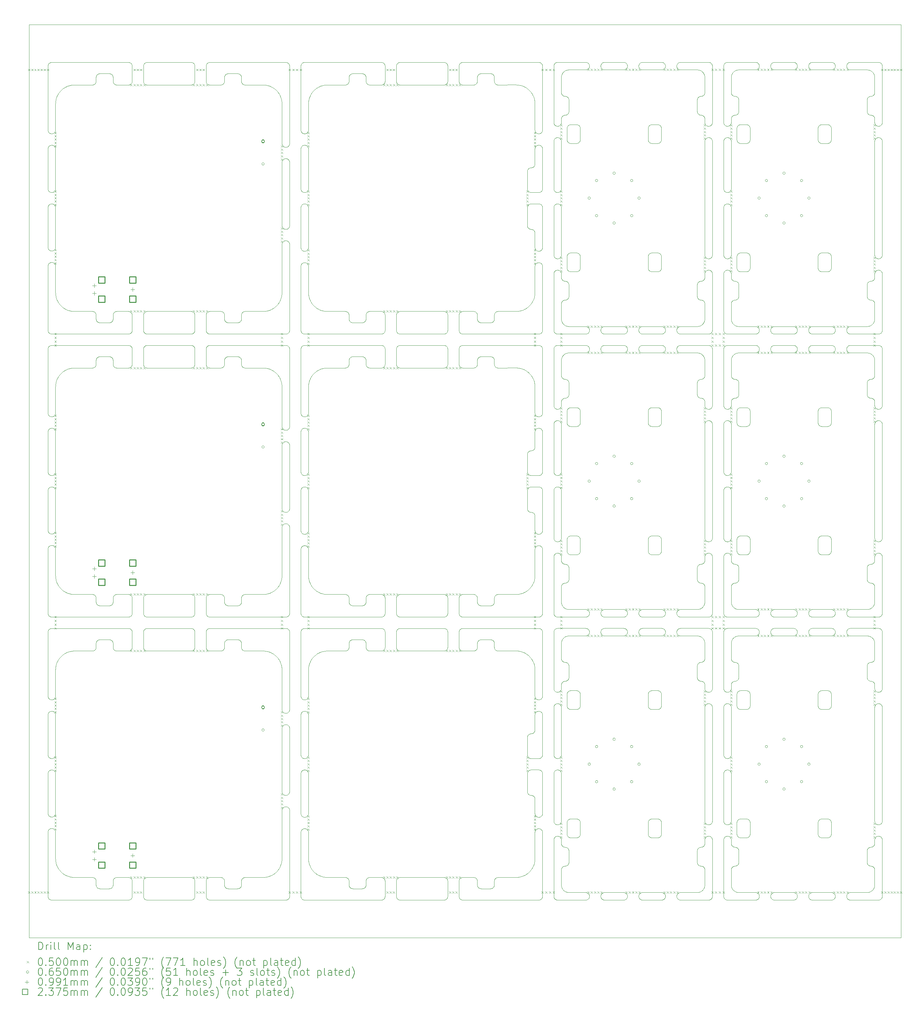
<source format=gbr>
%TF.GenerationSoftware,KiCad,Pcbnew,7.0.5-7.0.5~ubuntu22.04.1*%
%TF.CreationDate,2023-07-04T15:33:49+02:00*%
%TF.ProjectId,panel,70616e65-6c2e-46b6-9963-61645f706362,C*%
%TF.SameCoordinates,Original*%
%TF.FileFunction,Drillmap*%
%TF.FilePolarity,Positive*%
%FSLAX45Y45*%
G04 Gerber Fmt 4.5, Leading zero omitted, Abs format (unit mm)*
G04 Created by KiCad (PCBNEW 7.0.5-7.0.5~ubuntu22.04.1) date 2023-07-04 15:33:49*
%MOMM*%
%LPD*%
G01*
G04 APERTURE LIST*
%ADD10C,0.100000*%
%ADD11C,0.200000*%
%ADD12C,0.050000*%
%ADD13C,0.065000*%
%ADD14C,0.099060*%
%ADD15C,0.237490*%
G04 APERTURE END LIST*
D10*
X12018931Y-10882773D02*
X12021046Y-10884167D01*
X8673402Y-19517625D02*
X8673398Y-19517648D01*
X17098096Y-16426432D02*
X17097031Y-16431174D01*
X15297586Y-19597383D02*
X15292648Y-19598398D01*
X21244998Y-25282844D02*
X21244978Y-25282830D01*
X16774945Y-15253067D02*
X16779686Y-15252002D01*
X18088613Y-13203092D02*
X18090833Y-13207618D01*
X24724185Y-17016375D02*
X24724169Y-17016392D01*
X17755409Y-24117022D02*
X17757160Y-24112295D01*
X22263165Y-10276851D02*
X22259178Y-10279937D01*
X22296114Y-5326856D02*
X22296108Y-5326879D01*
X18326965Y-19043365D02*
X18329565Y-19047471D01*
X22834095Y-4142720D02*
X22831910Y-4147058D01*
X16572477Y-12128229D02*
X16572453Y-12128221D01*
X18676366Y-19173721D02*
X18672847Y-19170370D01*
X10043543Y-19736754D02*
X10026626Y-19721470D01*
X12499947Y-10602967D02*
X12504688Y-10601902D01*
X10236195Y-14072572D02*
X10240025Y-14069582D01*
X21393305Y-10363460D02*
X21392366Y-10361108D01*
X22288602Y-4953071D02*
X22288613Y-4953092D01*
X15821466Y-18326259D02*
X15822088Y-18323856D01*
X21258655Y-11708190D02*
X21251348Y-11706100D01*
X21350902Y-4268152D02*
X21345808Y-4262513D01*
X20187094Y-13642198D02*
X20187072Y-13642206D01*
X9115309Y-4357112D02*
X9115299Y-4357089D01*
X17710821Y-11720381D02*
X17710798Y-11720392D01*
X5187642Y-25600835D02*
X5192625Y-25601598D01*
X17767008Y-17325181D02*
X17767026Y-17325197D01*
X22267026Y-20373536D02*
X22267008Y-20373552D01*
X25871601Y-5429592D02*
X25871583Y-5429574D01*
X10204263Y-8354639D02*
X10202967Y-8349955D01*
X20182322Y-9054768D02*
X20182345Y-9054776D01*
X17077517Y-9342569D02*
X17080508Y-9346400D01*
X18012618Y-5650198D02*
X18012642Y-5650201D01*
X4700633Y-4600000D02*
X4700621Y-4600000D01*
X10395737Y-18629738D02*
X10394213Y-18634352D01*
X8674968Y-10698740D02*
X8675000Y-10701261D01*
X9144430Y-10640822D02*
X9147516Y-10636835D01*
X22154860Y-10310161D02*
X22154838Y-10310173D01*
X20001261Y-13649367D02*
X19998740Y-13649335D01*
X4600598Y-4610012D02*
X4600573Y-4610016D01*
X24453705Y-21137969D02*
X24449297Y-21135522D01*
X15824330Y-18311348D02*
X15824581Y-18308879D01*
X21268286Y-11711415D02*
X21268262Y-11711406D01*
X20167625Y-5650965D02*
X20167648Y-5650969D01*
X19664188Y-18651260D02*
X19661793Y-18647032D01*
X6229780Y-12005858D02*
X6229423Y-12010704D01*
X17799680Y-9891788D02*
X17799936Y-9896822D01*
X10719483Y-4040026D02*
X10722472Y-4036195D01*
X25711398Y-24853071D02*
X25713844Y-24848664D01*
X12325633Y-11800016D02*
X12325620Y-11800016D01*
X12478726Y-4588613D02*
X12478705Y-4588602D01*
X22840636Y-19124453D02*
X22839339Y-19129134D01*
X22173717Y-20402907D02*
X22171282Y-20403604D01*
X8582603Y-25600322D02*
X8587618Y-25600832D01*
X17750064Y-6051911D02*
X17750032Y-6050627D01*
X18041748Y-13640200D02*
X18041727Y-13640210D01*
X16899385Y-12573442D02*
X16899384Y-12573417D01*
X24842065Y-11047471D02*
X24844460Y-11051699D01*
X21311348Y-17298696D02*
X21311374Y-17298694D01*
X13230126Y-19500975D02*
X13230105Y-19099017D01*
X12003416Y-10869792D02*
X12005207Y-10871583D01*
X17600096Y-17895568D02*
X17600016Y-17898734D01*
X5323195Y-11814493D02*
X5323174Y-11814506D01*
X20266854Y-18698890D02*
X20262008Y-18699247D01*
X13233074Y-4525056D02*
X13232009Y-4520315D01*
X17600997Y-25385455D02*
X17600993Y-25385481D01*
X17759167Y-20707618D02*
X17761387Y-20703092D01*
X14951214Y-18692464D02*
X14946772Y-18690495D01*
X19940822Y-9529937D02*
X19936835Y-9526851D01*
X21399330Y-10388018D02*
X21399327Y-10387993D01*
X12036717Y-11807644D02*
X12034436Y-11808623D01*
X8701689Y-25867975D02*
X8703399Y-25869774D01*
X7880394Y-11556673D02*
X7882363Y-11561115D01*
X15869978Y-10616536D02*
X15869998Y-10616523D01*
X5281695Y-25835907D02*
X5282634Y-25838259D01*
X19922516Y-5686202D02*
X19922531Y-5686183D01*
X25884167Y-12353321D02*
X25884181Y-12353299D01*
X24211220Y-18506902D02*
X24215753Y-18505154D01*
X19977414Y-13151984D02*
X19982352Y-13150969D01*
X7885636Y-19070263D02*
X7886932Y-19074946D01*
X25888021Y-20451959D02*
X25888009Y-20451937D01*
X14934105Y-4583316D02*
X14930133Y-4580518D01*
X21398623Y-4815756D02*
X21398627Y-4815731D01*
X5817397Y-18100322D02*
X5817421Y-18100320D01*
X5292227Y-19343931D02*
X5290833Y-19346046D01*
X22596114Y-9121877D02*
X22597378Y-9126758D01*
X22292840Y-17362295D02*
X22294591Y-17367022D01*
X17753892Y-16621854D02*
X17755402Y-16617044D01*
X11975417Y-10808854D02*
X11975419Y-10808879D01*
X15355584Y-18140841D02*
X15358464Y-18144978D01*
X21358127Y-4880708D02*
X21358148Y-4880693D01*
X15443865Y-11804996D02*
X15441468Y-11805815D01*
X22250322Y-24141764D02*
X22250832Y-24136749D01*
X22597378Y-9471976D02*
X22596114Y-9476856D01*
X25892356Y-10361084D02*
X25891377Y-10358803D01*
X4065677Y-24305914D02*
X4070293Y-24304391D01*
X22071003Y-13522213D02*
X22074354Y-13525732D01*
X17077516Y-8969931D02*
X17074341Y-8973611D01*
X9122667Y-10821364D02*
X9122672Y-10821339D01*
X4699367Y-12100016D02*
X4675942Y-12100610D01*
X24151171Y-4083841D02*
X24152001Y-4079054D01*
X17100000Y-11599012D02*
X17099999Y-13294601D01*
X17605824Y-10365811D02*
X17605815Y-10365835D01*
X10719483Y-14909875D02*
X10716685Y-14905902D01*
X12409167Y-18353954D02*
X12409181Y-18353933D01*
X17791137Y-11699591D02*
X17791111Y-11699592D01*
X10395737Y-11129738D02*
X10394213Y-11134352D01*
X25725814Y-20366375D02*
X25722531Y-20362550D01*
X4288935Y-4815403D02*
X4288921Y-4815424D01*
X7889423Y-4089298D02*
X7889781Y-4094144D01*
X20213183Y-21126836D02*
X20213165Y-21126851D01*
X15384701Y-4357089D02*
X15384691Y-4357112D01*
X15410844Y-19323324D02*
X15410825Y-19323340D01*
X22102328Y-17878028D02*
X22101828Y-17880459D01*
X17681117Y-12397543D02*
X17683610Y-12397990D01*
X21287382Y-9800198D02*
X21292397Y-9799688D01*
X21984474Y-18698295D02*
X21979686Y-18697464D01*
X21928998Y-5664017D02*
X21925647Y-5660498D01*
X12924106Y-25665647D02*
X12925630Y-25670260D01*
X10704264Y-15320361D02*
X10705788Y-15315747D01*
X6210416Y-11159973D02*
X6207427Y-11163804D01*
X13252572Y-11163805D02*
X13249583Y-11159974D01*
X25719416Y-10258526D02*
X25716536Y-10254388D01*
X25899649Y-4387999D02*
X25899647Y-4387974D01*
X20740857Y-4000439D02*
X20745681Y-3999844D01*
X15282603Y-10600322D02*
X15287618Y-10600832D01*
X15363613Y-10653726D02*
X15365833Y-10658252D01*
X24672609Y-6146744D02*
X24672586Y-6146750D01*
X24682322Y-20654768D02*
X24682345Y-20654776D01*
X23779639Y-4195104D02*
X23774955Y-4196400D01*
X22047641Y-24193827D02*
X22043300Y-24196012D01*
X16904261Y-9376657D02*
X16905785Y-9372044D01*
X17092459Y-5832507D02*
X17090489Y-5836951D01*
X17083313Y-14905897D02*
X17080515Y-14909870D01*
X12056117Y-4301824D02*
X12056092Y-4301828D01*
X4650679Y-19602469D02*
X4650654Y-19602471D01*
X22294591Y-19967022D02*
X22294598Y-19967045D01*
X25899330Y-24710715D02*
X25899581Y-24708245D01*
X21357355Y-18422770D02*
X21357370Y-18422750D01*
X17783464Y-19944345D02*
X17783477Y-19944365D01*
X11273480Y-19616303D02*
X11273456Y-19616310D01*
X22105824Y-10365811D02*
X22105815Y-10365835D01*
X10700120Y-16900528D02*
X10700478Y-16895681D01*
X19669581Y-4039393D02*
X19672571Y-4035562D01*
X16900000Y-8525633D02*
X16900000Y-8525621D01*
X12920395Y-12043328D02*
X12918210Y-12047668D01*
X25850919Y-25930562D02*
X25852536Y-25928679D01*
X13232002Y-10679686D02*
X13233067Y-10674945D01*
X19944998Y-17032844D02*
X19944978Y-17032831D01*
X12365587Y-11808633D02*
X12365563Y-11808623D01*
X10338886Y-26192464D02*
X10334352Y-26194212D01*
X11930021Y-12083464D02*
X11930002Y-12083477D01*
X20713070Y-26008867D02*
X20717511Y-26006899D01*
X17717648Y-5397765D02*
X17717625Y-5397769D01*
X4159992Y-9319634D02*
X4163822Y-9322624D01*
X24402617Y-24126781D02*
X24402622Y-24126757D01*
X8675419Y-4391121D02*
X8675417Y-4391146D01*
X9109167Y-25853954D02*
X9109181Y-25853933D01*
X16868411Y-19922701D02*
X16868402Y-19922678D01*
X9123627Y-11883635D02*
X9123623Y-11883610D01*
X13274102Y-19016686D02*
X13278208Y-19014086D01*
X10838912Y-13386065D02*
X10834381Y-13387815D01*
X17020306Y-22447992D02*
X17015518Y-22448823D01*
X9150830Y-25632974D02*
X9154304Y-25629320D01*
X22294591Y-4967022D02*
X22294598Y-4967045D01*
X10736196Y-22427429D02*
X10732516Y-22424255D01*
X10394212Y-8359253D02*
X10392463Y-8363787D01*
X25163935Y-19138278D02*
X25162186Y-19133746D01*
X9092957Y-18373329D02*
X9092975Y-18373311D01*
X21200835Y-5312008D02*
X21200832Y-5311985D01*
X20191748Y-13640200D02*
X20191727Y-13640210D01*
X4009511Y-24356799D02*
X4011696Y-24352458D01*
X19977414Y-9546750D02*
X19977391Y-9546744D01*
X22110795Y-12344506D02*
X22110806Y-12344529D01*
X18268674Y-26196398D02*
X18263932Y-26197463D01*
X24720679Y-13620063D02*
X24717026Y-13623536D01*
X21277391Y-17301989D02*
X21277414Y-17301984D01*
X26020314Y-11501269D02*
X26025055Y-11502334D01*
X21360189Y-20419539D02*
X21358148Y-20418040D01*
X21345791Y-18436239D02*
X21345808Y-18436220D01*
X17696202Y-24799270D02*
X17702544Y-24799431D01*
X17448104Y-26185281D02*
X17443999Y-26182682D01*
X25875456Y-10895304D02*
X25878974Y-10888568D01*
X17595737Y-13563478D02*
X17597033Y-13568161D01*
X16833556Y-15930823D02*
X16833532Y-15930815D01*
X15832169Y-25662906D02*
X15834157Y-25658273D01*
X22100000Y-17104729D02*
X22100000Y-17198733D01*
X22102912Y-17223223D02*
X22103534Y-17225625D01*
X15385795Y-25845140D02*
X15385806Y-25845162D01*
X17432519Y-9531364D02*
X17436198Y-9528190D01*
X24687094Y-13642198D02*
X24687072Y-13642206D01*
X19905402Y-9117045D02*
X19905409Y-9117022D01*
X17635825Y-24776027D02*
X17635845Y-24776043D01*
X21399327Y-9710740D02*
X21399330Y-9710715D01*
X21567484Y-19025013D02*
X21571003Y-19028363D01*
X26056000Y-24188833D02*
X26051895Y-24191433D01*
X5658532Y-10894185D02*
X5658556Y-10894176D01*
X4575908Y-12115675D02*
X4575883Y-12115681D01*
X22255022Y-20382831D02*
X22255002Y-20382844D01*
X17693672Y-10299591D02*
X17691146Y-10299784D01*
X17678636Y-12397033D02*
X17678661Y-12397039D01*
X17778535Y-11700550D02*
X17778510Y-11700553D01*
X4190499Y-20836930D02*
X4188316Y-20841270D01*
X15451169Y-18397094D02*
X15453636Y-18397667D01*
X10963457Y-12356279D02*
X10962252Y-12358449D01*
X15456117Y-11801823D02*
X15456092Y-11801828D01*
X20177512Y-21145474D02*
X20177489Y-21145481D01*
X24657603Y-24049688D02*
X24662618Y-24050198D01*
X26098097Y-26119680D02*
X26097033Y-26124422D01*
X16840564Y-8433623D02*
X16838283Y-8432644D01*
X22124544Y-11803429D02*
X22121026Y-11810165D01*
X16862173Y-6770793D02*
X16862192Y-6770777D01*
X24462928Y-24056527D02*
X24467655Y-24054776D01*
X24492397Y-13649045D02*
X24487382Y-13648535D01*
X25847407Y-10311345D02*
X25845162Y-10310173D01*
X22268492Y-18496841D02*
X22270946Y-18497217D01*
X15403416Y-10869792D02*
X15405207Y-10871583D01*
X22299367Y-10999351D02*
X22299379Y-10999351D01*
X17609691Y-25356478D02*
X17608633Y-25358780D01*
X14490880Y-12099999D02*
X13329138Y-12099991D01*
X17601377Y-5482977D02*
X17601373Y-5483002D01*
X8739117Y-4306686D02*
X8739093Y-4306695D01*
X18714117Y-11003630D02*
X18718800Y-11002334D01*
X21525052Y-9508687D02*
X21529735Y-9509983D01*
X6145427Y-4001072D02*
X6150214Y-4001903D01*
X16548488Y-18077411D02*
X16550856Y-18076668D01*
X10700120Y-11105858D02*
X10700000Y-11100988D01*
X24830504Y-18666851D02*
X24827153Y-18670370D01*
X11203975Y-18059939D02*
X11203998Y-18059949D01*
X25979681Y-9507624D02*
X25984469Y-9506793D01*
X5667911Y-19309701D02*
X5667888Y-19309691D01*
X21588310Y-26147035D02*
X21585915Y-26151263D01*
X13324242Y-4000119D02*
X13329112Y-4000000D01*
X17599523Y-5603716D02*
X17598928Y-5608539D01*
X22142645Y-18422770D02*
X22147448Y-18428659D01*
X16900000Y-14191879D02*
X16900000Y-14191867D01*
X25795937Y-10974823D02*
X25795960Y-10974811D01*
X25725814Y-10266375D02*
X25722531Y-10262550D01*
X26015525Y-16704446D02*
X26010702Y-16705040D01*
X8597586Y-10602617D02*
X8597609Y-10602622D01*
X19260600Y-18999844D02*
X19265422Y-19000439D01*
X7810213Y-19001903D02*
X7814954Y-19002967D01*
X22102333Y-5478003D02*
X22102328Y-5478028D01*
X11877544Y-19599936D02*
X11876260Y-19599968D01*
X22269430Y-13190188D02*
X22272516Y-13186202D01*
X12434507Y-18156671D02*
X12436692Y-18152331D01*
X18244600Y-18699367D02*
X17499012Y-18699367D01*
X19682615Y-19173712D02*
X19679096Y-19170361D01*
X20236156Y-21100070D02*
X20236144Y-21100090D01*
X20276465Y-4197464D02*
X20271677Y-4198295D01*
X17998739Y-5649367D02*
X18001260Y-5649399D01*
X4007536Y-4061114D02*
X4009505Y-4056672D01*
X18254313Y-18499843D02*
X18259134Y-18500438D01*
X6531171Y-4084475D02*
X6532002Y-4079687D01*
X23151386Y-11638252D02*
X23149637Y-11633719D01*
X17676169Y-24796461D02*
X17678636Y-24797033D01*
X9118314Y-10835883D02*
X9119176Y-10833556D01*
X18299651Y-19182682D02*
X18295546Y-19185282D01*
X21979686Y-15251369D02*
X21984474Y-15250538D01*
X24444998Y-13632844D02*
X24444978Y-13632830D01*
X12423176Y-18318883D02*
X12423623Y-18316390D01*
X17071003Y-11528997D02*
X17074354Y-11532516D01*
X10356001Y-8741784D02*
X10359974Y-8744581D01*
X18041727Y-9058524D02*
X18041748Y-9058534D01*
X12526260Y-4600000D02*
X12523740Y-4599968D01*
X6562619Y-19025648D02*
X6566299Y-19022474D01*
X5221274Y-18111387D02*
X5221295Y-18111398D01*
X20233477Y-17004368D02*
X20233464Y-17004388D01*
X17626689Y-9767342D02*
X17628399Y-9769141D01*
X22113208Y-4848989D02*
X22114493Y-4851171D01*
X26097033Y-24580664D02*
X26098097Y-24585405D01*
X22299936Y-20301911D02*
X22299680Y-20306946D01*
X21911691Y-5640682D02*
X21909506Y-5636341D01*
X7885630Y-4529739D02*
X7884106Y-4534353D01*
X5709167Y-18353954D02*
X5709181Y-18353933D01*
X8707043Y-19326671D02*
X8707025Y-19326689D01*
X22814601Y-19170383D02*
X22811082Y-19173733D01*
X21203892Y-17726879D02*
X21203886Y-17726856D01*
X22300000Y-20000627D02*
X22300000Y-20298106D01*
X15416873Y-11818659D02*
X15416852Y-11818673D01*
X21443999Y-24188832D02*
X21440026Y-24186034D01*
X21936197Y-5670542D02*
X21932518Y-5667368D01*
X22112040Y-25867629D02*
X22112048Y-25867653D01*
X22541727Y-13158524D02*
X22541748Y-13158533D01*
X22104380Y-25840860D02*
X22106098Y-25848263D01*
X8197643Y-25661113D02*
X8199612Y-25656671D01*
X6229416Y-25689295D02*
X6229774Y-25694141D01*
X15446257Y-18395755D02*
X15446282Y-18395762D01*
X4623039Y-12105989D02*
X4600598Y-12110011D01*
X12910410Y-18140025D02*
X12913208Y-18143998D01*
X10779688Y-7752001D02*
X10784475Y-7751171D01*
X6229900Y-26100986D02*
X6229781Y-26105856D01*
X21399330Y-5488018D02*
X21399327Y-5487993D01*
X11019820Y-25424704D02*
X11019837Y-25424724D01*
X22836108Y-11638255D02*
X22834139Y-11642697D01*
X23187854Y-18516051D02*
X23191959Y-18513451D01*
X24220361Y-26195103D02*
X24215747Y-26193579D01*
X17832352Y-5650969D02*
X17832375Y-5650965D01*
X22250322Y-16641764D02*
X22250832Y-16636749D01*
X4625518Y-19605609D02*
X4623064Y-19605985D01*
X24407169Y-20712273D02*
X24409157Y-20707640D01*
X18055002Y-9065890D02*
X18055022Y-9065903D01*
X10347668Y-18688310D02*
X10343328Y-18690495D01*
X8746257Y-4304245D02*
X8743889Y-4304988D01*
X5275670Y-19388652D02*
X5275419Y-19391121D01*
X23153354Y-4056040D02*
X23155539Y-4051699D01*
X6582435Y-18688309D02*
X6578208Y-18685914D01*
X22841716Y-18619648D02*
X22840653Y-18624391D01*
X4147669Y-13705540D02*
X4151897Y-13707935D01*
X25883263Y-10879389D02*
X25883273Y-10879366D01*
X17633923Y-9774393D02*
X17633942Y-9774410D01*
X10225646Y-6582615D02*
X10228996Y-6579096D01*
X16763226Y-4753945D02*
X16761516Y-4752146D01*
X25881326Y-17257515D02*
X25881341Y-17257494D01*
X5694792Y-19328417D02*
X5694774Y-19328399D01*
X13244188Y-11548107D02*
X13246788Y-11544001D01*
X4016685Y-13737847D02*
X4019483Y-13733875D01*
X20187094Y-16556536D02*
X20191727Y-16558524D01*
X19900032Y-5748106D02*
X19900064Y-5746822D01*
X21240841Y-12418783D02*
X21244978Y-12415903D01*
X15758556Y-18394176D02*
X15760883Y-18393314D01*
X26020314Y-18697464D02*
X26015526Y-18698295D01*
X4001072Y-14865427D02*
X4000477Y-14860604D01*
X25876660Y-4863542D02*
X25876676Y-4863522D01*
X17604988Y-4830478D02*
X17604996Y-4830502D01*
X4147692Y-5881910D02*
X4143353Y-5884095D01*
X12929899Y-11100986D02*
X12929779Y-11105856D01*
X11136588Y-12175048D02*
X11134482Y-12176361D01*
X24682345Y-5654776D02*
X24687072Y-5656527D01*
X5285806Y-25845162D02*
X5286979Y-25847407D01*
X11998340Y-10864175D02*
X11999957Y-10866058D01*
X22286817Y-20671898D02*
X22286835Y-20671883D01*
X4070262Y-11195737D02*
X4065648Y-11194212D01*
X17798398Y-25217015D02*
X17797383Y-25221953D01*
X21333532Y-10305182D02*
X21331135Y-10304363D01*
X10248103Y-23739185D02*
X10252331Y-23736790D01*
X19279633Y-19195104D02*
X19274950Y-19196400D01*
X4199523Y-16889436D02*
X4199881Y-16894281D01*
X12039093Y-19306695D02*
X12036741Y-19307634D01*
X5724003Y-10813911D02*
X5724007Y-10813886D01*
X26097033Y-17080664D02*
X26098097Y-17085406D01*
X10374353Y-23392385D02*
X10371002Y-23395904D01*
X20247383Y-9126781D02*
X20248398Y-9131719D01*
X23750888Y-18499367D02*
X23755758Y-18499486D01*
X12376826Y-19314506D02*
X12376805Y-19314493D01*
X17654838Y-25310173D02*
X17652593Y-25311345D01*
X5334413Y-11808633D02*
X5332112Y-11809691D01*
X23779638Y-11695103D02*
X23774955Y-11696399D01*
X11227546Y-4630714D02*
X11227522Y-4630723D01*
X21364155Y-19876043D02*
X21364175Y-19876027D01*
X25869774Y-5427766D02*
X25867975Y-5426055D01*
X24429304Y-9520046D02*
X24425830Y-9516392D01*
X16740841Y-21811916D02*
X16744978Y-21809036D01*
X20167648Y-13150969D02*
X20172586Y-13151984D01*
X22168785Y-10950269D02*
X22168805Y-10950286D01*
X24172572Y-19163171D02*
X24169583Y-19159341D01*
X12478726Y-12088613D02*
X12478705Y-12088602D01*
X23196182Y-11687677D02*
X23191954Y-11685281D01*
X16914085Y-13741953D02*
X16916685Y-13737848D01*
X21395762Y-24728085D02*
X21396459Y-24725650D01*
X15746364Y-18397667D02*
X15748831Y-18397094D01*
X11975000Y-18299367D02*
X11975000Y-18299379D01*
X18343612Y-26098340D02*
X18343613Y-26100315D01*
X21979690Y-13191111D02*
X21974948Y-13190046D01*
X4040026Y-11519483D02*
X4043999Y-11516685D01*
X14892009Y-12020315D02*
X14891178Y-12015527D01*
X11989506Y-4348174D02*
X11989493Y-4348195D01*
X15395173Y-11839810D02*
X15393673Y-11841852D01*
X20238602Y-20703071D02*
X20238613Y-20703092D01*
X21400000Y-9106500D02*
X21400000Y-6092229D01*
X12854948Y-25602967D02*
X12859631Y-25604263D01*
X25204503Y-4185288D02*
X25200398Y-4182690D01*
X26094212Y-26133719D02*
X26092464Y-26138252D01*
X9072430Y-19311991D02*
X9072407Y-19311979D01*
X6595749Y-11194212D02*
X6591215Y-11192464D01*
X12008942Y-4324957D02*
X12008923Y-4324973D01*
X25888021Y-10351959D02*
X25888009Y-10351937D01*
X15403416Y-25869792D02*
X15405207Y-25871583D01*
X22178636Y-12901700D02*
X22176169Y-12902273D01*
X12425479Y-18189295D02*
X12426074Y-18184472D01*
X4115527Y-6194921D02*
X4120315Y-6195752D01*
X4551536Y-18077418D02*
X4573456Y-18083690D01*
X21925646Y-20660501D02*
X21922472Y-20656821D01*
X5716377Y-11859436D02*
X5716367Y-11859413D01*
X17696176Y-20399464D02*
X17693697Y-20399590D01*
X21208889Y-25999141D02*
X21211368Y-25999015D01*
X16876668Y-10250856D02*
X16877411Y-10248488D01*
X23835815Y-26047470D02*
X23838210Y-26051698D01*
X20244598Y-9481689D02*
X20244591Y-9481711D01*
X5299957Y-18366058D02*
X5299973Y-18366077D01*
X24808046Y-26013452D02*
X24812152Y-26016051D01*
X22063783Y-20670549D02*
X22059953Y-20673538D01*
X8686979Y-10847407D02*
X8686991Y-10847430D01*
X21397474Y-19367859D02*
X21397470Y-19367834D01*
X5720012Y-4368889D02*
X5720004Y-4368865D01*
X21452322Y-20681304D02*
X21448094Y-20678909D01*
X8190230Y-11105846D02*
X8190111Y-11100976D01*
X10390495Y-21606771D02*
X10392464Y-21611213D01*
X19335812Y-19047473D02*
X19338207Y-19051701D01*
X4188310Y-22397569D02*
X4185915Y-22401796D01*
X5716377Y-10840564D02*
X5717356Y-10838283D01*
X22290843Y-12841093D02*
X22290833Y-12841115D01*
X16849420Y-25319069D02*
X16849431Y-25319046D01*
X25804701Y-19228995D02*
X25798152Y-19225140D01*
X26074353Y-24173002D02*
X26071002Y-24176521D01*
X15836398Y-4546295D02*
X15836387Y-4546274D01*
X15375097Y-10803824D02*
X15375223Y-10806303D01*
X17759159Y-17318783D02*
X17759178Y-17318797D01*
X9919069Y-18049420D02*
X9921297Y-18048327D01*
X14514948Y-4597033D02*
X14510207Y-4598097D01*
X17085915Y-22798202D02*
X17088310Y-22802430D01*
X23809875Y-4018850D02*
X23813706Y-4021840D01*
X11992226Y-11843931D02*
X11990833Y-11846046D01*
X15783127Y-25881341D02*
X15783148Y-25881326D01*
X12328824Y-18399903D02*
X12331303Y-18399777D01*
X16885507Y-23473195D02*
X16885494Y-23473174D01*
X24691727Y-17040210D02*
X24687094Y-17042198D01*
X21397088Y-5475511D02*
X21396466Y-5473108D01*
X21371583Y-17829574D02*
X21369792Y-17827783D01*
X4194215Y-13327956D02*
X4192467Y-13332489D01*
X20665880Y-4056064D02*
X20668064Y-4051722D01*
X7790881Y-10600000D02*
X7795751Y-10600120D01*
X17000988Y-19000000D02*
X17005858Y-19000120D01*
X22119910Y-25886294D02*
X22119921Y-25886317D01*
X4028997Y-8970905D02*
X4025646Y-8967385D01*
X21994142Y-20692897D02*
X21989296Y-20692540D01*
X17827391Y-13646744D02*
X17822511Y-13645481D01*
X8685806Y-11854838D02*
X8685795Y-11854860D01*
X22104996Y-9730502D02*
X22105815Y-9732898D01*
X20348614Y-4138253D02*
X20346645Y-4142695D01*
X16700477Y-7839396D02*
X16701072Y-7834573D01*
X15810507Y-19348195D02*
X15810494Y-19348174D01*
X17604380Y-4357873D02*
X17604375Y-4357898D01*
X21249297Y-25285522D02*
X21249276Y-25285510D01*
X17059974Y-6213331D02*
X17063804Y-6216321D01*
X18080584Y-21108526D02*
X18080570Y-21108545D01*
X22099864Y-20598890D02*
X22099506Y-20603736D01*
X12420755Y-19371257D02*
X12420012Y-19368889D01*
X9124330Y-18311348D02*
X9124581Y-18308879D01*
X21465645Y-13187224D02*
X21461112Y-13185475D01*
X9192655Y-25605409D02*
X9192678Y-25605401D01*
X17077528Y-18663805D02*
X17074354Y-18667484D01*
X13235887Y-26134350D02*
X13234362Y-26129736D01*
X25899984Y-19799987D02*
X25900000Y-19798746D01*
X12328798Y-19300096D02*
X12325633Y-19300016D01*
X22128417Y-12929574D02*
X22128399Y-12929592D01*
X22085887Y-16657414D02*
X22083288Y-16661519D01*
X15825032Y-10698740D02*
X15825064Y-10697456D01*
X17416685Y-4043365D02*
X17419483Y-4039393D01*
X24164191Y-11047468D02*
X24166790Y-11043363D01*
X10189988Y-25199402D02*
X10194011Y-25176961D01*
X24853183Y-11124422D02*
X24851887Y-11129105D01*
X25874239Y-25897497D02*
X25875444Y-25895326D01*
X21340564Y-24790744D02*
X21340587Y-24790733D01*
X25858127Y-25318025D02*
X25856090Y-25316607D01*
X17691146Y-17298950D02*
X17693672Y-17299142D01*
X22592840Y-20712295D02*
X22594591Y-20717022D01*
X22100997Y-10385456D02*
X22100993Y-10385481D01*
X15765587Y-11808633D02*
X15765563Y-11808623D01*
X26099999Y-16606505D02*
X26099880Y-16611375D01*
X13262643Y-19574337D02*
X13259124Y-19570987D01*
X18342535Y-26083806D02*
X18343132Y-26088627D01*
X25236079Y-19197465D02*
X25231339Y-19196401D01*
X6614578Y-11501072D02*
X6619401Y-11500477D01*
X24407169Y-21086461D02*
X24407160Y-21086439D01*
X24766849Y-19198890D02*
X24762003Y-19199247D01*
X16705032Y-17996138D02*
X16705052Y-17996122D01*
X5698311Y-11832025D02*
X5696601Y-11830226D01*
X25761047Y-19208941D02*
X25758679Y-19208198D01*
X17659413Y-12390733D02*
X17659436Y-12390744D01*
X17621026Y-25888568D02*
X17624544Y-25895304D01*
X19977391Y-16551989D02*
X19977414Y-16551984D01*
X13286773Y-18690495D02*
X13282433Y-18688310D01*
X21399904Y-12303165D02*
X21399984Y-12300000D01*
X12365563Y-19308623D02*
X12363282Y-19307644D01*
X10399880Y-23819241D02*
X10400000Y-23824111D01*
X22594591Y-24117022D02*
X22594598Y-24117044D01*
X5823740Y-12099968D02*
X5822456Y-12099935D01*
X25911689Y-20640680D02*
X25909505Y-20636340D01*
X16849417Y-12378438D02*
X16848324Y-12376209D01*
X11092965Y-17994587D02*
X11092985Y-17994603D01*
X5176260Y-12099968D02*
X5173739Y-12100000D01*
X6559104Y-10628996D02*
X6562623Y-10625646D01*
X5802391Y-19597378D02*
X5797511Y-19596114D01*
X25821339Y-12397039D02*
X25821364Y-12397033D01*
X20717492Y-26191826D02*
X20713049Y-26189856D01*
X24449297Y-16563211D02*
X24453705Y-16560765D01*
X17590495Y-6049888D02*
X17592464Y-6054331D01*
X24766850Y-18999844D02*
X24771672Y-19000439D01*
X17098928Y-11584474D02*
X17099523Y-11589296D01*
X17452332Y-4011057D02*
X17456672Y-4008872D01*
X24402622Y-24126757D02*
X24403886Y-24121877D01*
X17600223Y-12305669D02*
X17600225Y-12305695D01*
X8705226Y-4328399D02*
X8705208Y-4328417D01*
X4650654Y-10597529D02*
X4650679Y-10597531D01*
X22255022Y-9815903D02*
X22259159Y-9818783D01*
X11887641Y-18100835D02*
X11892625Y-18101598D01*
X18663339Y-18539391D02*
X18666328Y-18535560D01*
X23191959Y-11013451D02*
X23196187Y-11011056D01*
X26094212Y-11133719D02*
X26092464Y-11138252D01*
X22522586Y-17046750D02*
X22517648Y-17047765D01*
X23237991Y-26199246D02*
X23233145Y-26198889D01*
X25240865Y-26000438D02*
X25245686Y-25999843D01*
X22095717Y-20622768D02*
X22094192Y-20627381D01*
X22583477Y-20694365D02*
X22586143Y-20698643D01*
X25891367Y-12958780D02*
X25890309Y-12956478D01*
X11983633Y-4359413D02*
X11983623Y-4359436D01*
X17407537Y-6054330D02*
X17409506Y-6049888D01*
X4070263Y-21198112D02*
X4074946Y-21196816D01*
X25895625Y-19357898D02*
X25895620Y-19357873D01*
X10789333Y-5893140D02*
X10784509Y-5892546D01*
X21925647Y-9538235D02*
X21928998Y-9534716D01*
X14490881Y-4600000D02*
X13329118Y-4600000D01*
X8753636Y-11802333D02*
X8751169Y-11802906D01*
X25857354Y-11775964D02*
X25852552Y-11770074D01*
X17650400Y-20412562D02*
X17650378Y-20412575D01*
X14495751Y-10600120D02*
X14500597Y-10600477D01*
X22124973Y-25333289D02*
X22124957Y-25333308D01*
X6229422Y-11110702D02*
X6228827Y-11115525D01*
X15814194Y-19354838D02*
X15813021Y-19352593D01*
X25879827Y-4859556D02*
X25881326Y-4857515D01*
X22814630Y-4028378D02*
X22817981Y-4031898D01*
X18249508Y-11699247D02*
X18244638Y-11699367D01*
X22246274Y-4910754D02*
X22246295Y-4910765D01*
X17601183Y-19377902D02*
X17600932Y-19380371D01*
X4573456Y-25583690D02*
X4573480Y-25583697D01*
X21380090Y-19312439D02*
X21380079Y-19312416D01*
X22594591Y-6081711D02*
X22592840Y-6086439D01*
X5255570Y-18140822D02*
X5255584Y-18140841D01*
X6532007Y-11579690D02*
X6533071Y-11574949D01*
X21229304Y-17770046D02*
X21225830Y-17766392D01*
X12034436Y-4308623D02*
X12034413Y-4308633D01*
X17074342Y-24338889D02*
X17077517Y-24342569D01*
X8682644Y-11861717D02*
X8682634Y-11861741D01*
X16809629Y-12310851D02*
X16796135Y-12292475D01*
X22824116Y-26039374D02*
X22826914Y-26043345D01*
X17832375Y-16550965D02*
X17837358Y-16550201D01*
X16932501Y-16480452D02*
X16928983Y-16477102D01*
X16684576Y-10511079D02*
X16684597Y-10511065D01*
X9124903Y-4396176D02*
X9124777Y-4393697D01*
X5787928Y-12092840D02*
X5787906Y-12092831D01*
X25893305Y-10363460D02*
X25892366Y-10361108D01*
X9124984Y-11899367D02*
X9124904Y-11896201D01*
X14899612Y-25656671D02*
X14901797Y-25652331D01*
X22300000Y-12798106D02*
X22299968Y-12800627D01*
X19749111Y-4199367D02*
X19749111Y-4199367D01*
X16873329Y-8457043D02*
X16873311Y-8457025D01*
X5727617Y-12022586D02*
X5726602Y-12017648D01*
X14951214Y-4007536D02*
X14955747Y-4005787D01*
X22098097Y-13572903D02*
X22098928Y-13577690D01*
X17774185Y-10266375D02*
X17774170Y-10266392D01*
X16948082Y-24320486D02*
X16952308Y-24318090D01*
X23228324Y-19000439D02*
X23233146Y-18999844D01*
X20249165Y-5736725D02*
X20249168Y-5736749D01*
X10334352Y-26194212D02*
X10329738Y-26195737D01*
X14528778Y-12092464D02*
X14524245Y-12094212D01*
X20249165Y-24136725D02*
X20249168Y-24136749D01*
X13234363Y-11129738D02*
X13233067Y-11125055D01*
X5283633Y-19359413D02*
X5283623Y-19359436D01*
X22290841Y-16568783D02*
X22294978Y-16565903D01*
X25899984Y-25398746D02*
X25899984Y-25398733D01*
X16916677Y-24350398D02*
X16919473Y-24346426D01*
X17731714Y-19211415D02*
X17729386Y-19212277D01*
X17414085Y-19047471D02*
X17416685Y-19043365D01*
X4551536Y-25577418D02*
X4573456Y-25583690D01*
X4048126Y-16814209D02*
X4052356Y-16811814D01*
X21328743Y-17803612D02*
X21328718Y-17803604D01*
X10329738Y-26195737D02*
X10325055Y-26197033D01*
X5701660Y-4335825D02*
X5700043Y-4333942D01*
X20157579Y-9049687D02*
X20157603Y-9049688D01*
X21979686Y-9203614D02*
X21974945Y-9202550D01*
X10940051Y-17796001D02*
X10940061Y-17796025D01*
X16866058Y-14267543D02*
X16866077Y-14267526D01*
X12353718Y-10895762D02*
X12353743Y-10895755D01*
X20182322Y-13643965D02*
X20177512Y-13645474D01*
X9078954Y-18384167D02*
X9081069Y-18382773D01*
X17799379Y-18499351D02*
X17800621Y-18499367D01*
X21534349Y-17011507D02*
X21538883Y-17013256D01*
X25736817Y-4921898D02*
X25736835Y-4921883D01*
X20266854Y-10999844D02*
X20271676Y-11000439D01*
X10702968Y-15325044D02*
X10704264Y-15320361D01*
X8192012Y-11120304D02*
X8191182Y-11115516D01*
X18002544Y-13149431D02*
X18007579Y-13149686D01*
X25875456Y-18395304D02*
X25878974Y-18388568D01*
X21399777Y-25393064D02*
X21399775Y-25393039D01*
X25808879Y-4898948D02*
X25811348Y-4898696D01*
X23793228Y-18508872D02*
X23797568Y-18511057D01*
X16796138Y-25405032D02*
X16809632Y-25386655D01*
X17774170Y-17766392D02*
X17770696Y-17770046D01*
X17763844Y-24500070D02*
X17761398Y-24495662D01*
X17051874Y-8992041D02*
X17047644Y-8994436D01*
X25716523Y-5354368D02*
X25713856Y-5350090D01*
X25887080Y-10870004D02*
X25887089Y-10869981D01*
X8582579Y-19599680D02*
X8577544Y-19599936D01*
X22101377Y-5482977D02*
X22101373Y-5483002D01*
X21362192Y-5421090D02*
X21362173Y-5421074D01*
X13274106Y-18116684D02*
X13278211Y-18114085D01*
X21318883Y-4897543D02*
X21318908Y-4897538D01*
X15767911Y-18390299D02*
X15770140Y-18389205D01*
X9025633Y-25899984D02*
X9028798Y-25899904D01*
X15361143Y-19550724D02*
X15358477Y-19555002D01*
X16803798Y-14292404D02*
X16803824Y-14292403D01*
X21371583Y-12369159D02*
X21371601Y-12369141D01*
X4105859Y-15250219D02*
X4110705Y-15250576D01*
X10007015Y-4705397D02*
X10005052Y-4703878D01*
X22104988Y-12330478D02*
X22104996Y-12330502D01*
X23144327Y-19110045D02*
X23143969Y-19105199D01*
X17604245Y-24728109D02*
X17604988Y-24730478D01*
X22047667Y-21004907D02*
X22051895Y-21007302D01*
X5778726Y-25611387D02*
X5783252Y-25609167D01*
X5722094Y-19376169D02*
X5722088Y-19376144D01*
X8761114Y-18399007D02*
X8763626Y-18399327D01*
X22269416Y-20690208D02*
X22269430Y-20690188D01*
X20240843Y-13591093D02*
X20240833Y-13591115D01*
X10700001Y-24405399D02*
X10700120Y-24400528D01*
X21543328Y-6002722D02*
X21547668Y-6004907D01*
X24497456Y-9549302D02*
X24492421Y-9549047D01*
X17612920Y-18370004D02*
X17615739Y-18377061D01*
X21479682Y-9507624D02*
X21484470Y-9506793D01*
X16869774Y-21764101D02*
X16869792Y-21764083D01*
X21303824Y-24799269D02*
X21306303Y-24799144D01*
X25780022Y-18482629D02*
X25786928Y-18479457D01*
X20692570Y-19021849D02*
X20696401Y-19018859D01*
X16837748Y-25341550D02*
X16837760Y-25341528D01*
X21298152Y-11725140D02*
X21298130Y-11725127D01*
X11977912Y-4376144D02*
X11977906Y-4376169D01*
X11965833Y-18158252D02*
X11965843Y-18158273D01*
X21401902Y-9585408D02*
X21402967Y-9580667D01*
X21244978Y-12882830D02*
X21240841Y-12879951D01*
X11942026Y-25625830D02*
X11945679Y-25629304D01*
X4202723Y-12548184D02*
X4202471Y-12550654D01*
X25821339Y-19897039D02*
X25821364Y-19897033D01*
X22498739Y-21149367D02*
X22351261Y-21149367D01*
X18259176Y-11698295D02*
X18254354Y-11698890D01*
X10377527Y-21213706D02*
X10374353Y-21217385D01*
X17701870Y-11725127D02*
X17701848Y-11725140D01*
X22100673Y-17210740D02*
X22100993Y-17213253D01*
X16869273Y-12425029D02*
X16868411Y-12422701D01*
X10080180Y-12275295D02*
X10080163Y-12275276D01*
X15427570Y-18388009D02*
X15427593Y-18388021D01*
X5278541Y-19373717D02*
X5278534Y-19373741D01*
X17600096Y-12995568D02*
X17600016Y-12998733D01*
X8242440Y-11188308D02*
X8238212Y-11185913D01*
X25890298Y-20456456D02*
X25889205Y-20454227D01*
X8260368Y-25604263D02*
X8265051Y-25602967D01*
X5299973Y-11833923D02*
X5299957Y-11833942D01*
X17654838Y-17810173D02*
X17652593Y-17811345D01*
X22043327Y-7758972D02*
X22047668Y-7761157D01*
X22559159Y-5668783D02*
X22559178Y-5668797D01*
X20001261Y-9049367D02*
X20148739Y-9049367D01*
X20240833Y-13207618D02*
X20240843Y-13207640D01*
X15446257Y-19304245D02*
X15443889Y-19304988D01*
X16974944Y-6196817D02*
X16979685Y-6195752D01*
X21222516Y-12436202D02*
X21222531Y-12436183D01*
X21209167Y-10241115D02*
X21209157Y-10241093D01*
X22563183Y-6126836D02*
X22563165Y-6126851D01*
X25914085Y-16657413D02*
X25911690Y-16653185D01*
X10211690Y-6197569D02*
X10209505Y-6193228D01*
X19940841Y-13629951D02*
X19940822Y-13629937D01*
X17633942Y-20424323D02*
X17633923Y-20424340D01*
X15724379Y-19300000D02*
X15724367Y-19300000D01*
X22588613Y-20703092D02*
X22590833Y-20707618D01*
X22300000Y-12500627D02*
X22300000Y-12798106D01*
X12517421Y-19599680D02*
X12517397Y-19599678D01*
X17779320Y-24520063D02*
X17779304Y-24520046D01*
X6145426Y-19598928D02*
X6140604Y-19599523D01*
X8212579Y-12063805D02*
X8209590Y-12059975D01*
X17095737Y-22820360D02*
X17097033Y-22825043D01*
X19650099Y-4100355D02*
X19650099Y-4098380D01*
X5293659Y-18358127D02*
X5293673Y-18358148D01*
X15321274Y-25611387D02*
X15321295Y-25611398D01*
X26038882Y-17013255D02*
X26043324Y-17015224D01*
X5719185Y-10833532D02*
X5720004Y-10831135D01*
X16732992Y-15899185D02*
X16732974Y-15899169D01*
X14974575Y-19001072D02*
X14979397Y-19000477D01*
X16876660Y-14256675D02*
X16876676Y-14256655D01*
X17803705Y-9537969D02*
X17799297Y-9535522D01*
X17652570Y-25311357D02*
X17650400Y-25312562D01*
X22173717Y-12902907D02*
X22171282Y-12903604D01*
X25864155Y-24776043D02*
X25864175Y-24776027D01*
X18643854Y-18600350D02*
X18643854Y-18598375D01*
X21374227Y-18397519D02*
X21374239Y-18397497D01*
X25911687Y-21045570D02*
X25914082Y-21041342D01*
X25823856Y-4896455D02*
X25826259Y-4895833D01*
X17732345Y-20393957D02*
X17732322Y-20393965D01*
X10390495Y-11556672D02*
X10392464Y-11561114D01*
X22255402Y-5717044D02*
X22255409Y-5717022D01*
X17602333Y-17878003D02*
X17602328Y-17878028D01*
X21311348Y-19898696D02*
X21311374Y-19898694D01*
X6537637Y-11138885D02*
X6535888Y-11134351D01*
X22580570Y-5690188D02*
X22580584Y-5690207D01*
X12021046Y-10884167D02*
X12021067Y-10884181D01*
X9202391Y-4597378D02*
X9197511Y-4596114D01*
X25797456Y-19899431D02*
X25803798Y-19899270D01*
X17448105Y-15263551D02*
X17452333Y-15261156D01*
X22836111Y-11560484D02*
X22837859Y-11565018D01*
X18337836Y-26133690D02*
X18336088Y-26138225D01*
X25816365Y-12900739D02*
X25813911Y-12900363D01*
X16889479Y-25201883D02*
X16889484Y-25201858D01*
X23797568Y-11187677D02*
X23793228Y-11189861D01*
X19669589Y-18539391D02*
X19672578Y-18535560D01*
X11178680Y-19651684D02*
X11158472Y-19662240D01*
X22100000Y-20499983D02*
X22100000Y-20499996D01*
X24766854Y-18499844D02*
X24771676Y-18500439D01*
X25725830Y-5366392D02*
X25725814Y-5366375D01*
X23824254Y-19031883D02*
X23827428Y-19035562D01*
X10900736Y-25126562D02*
X10900738Y-25126588D01*
X19666784Y-4155368D02*
X19664185Y-4151263D01*
X15407043Y-4326671D02*
X15407025Y-4326689D01*
X25873328Y-9767323D02*
X25875026Y-9765444D01*
X22502544Y-20649431D02*
X22507579Y-20649687D01*
X8634159Y-25619416D02*
X8634178Y-25619430D01*
X16853954Y-14276667D02*
X16856069Y-14275273D01*
X19977391Y-17046744D02*
X19972511Y-17045481D01*
X12897384Y-12074354D02*
X12893705Y-12077528D01*
X22580584Y-5690207D02*
X22583464Y-5694345D01*
X22100097Y-17895543D02*
X22100096Y-17895568D01*
X8674165Y-25687358D02*
X8674168Y-25687382D01*
X8649185Y-10632992D02*
X8652469Y-10636817D01*
X18096114Y-20721877D02*
X18097378Y-20726758D01*
X10716685Y-22405902D02*
X10714085Y-22401797D01*
X20675856Y-26159322D02*
X20673058Y-26155347D01*
X18096114Y-13221877D02*
X18097378Y-13226757D01*
X22157089Y-4889665D02*
X22157112Y-4889676D01*
X25900119Y-9599863D02*
X25900477Y-9595017D01*
X17775815Y-24082358D02*
X17775830Y-24082341D01*
X17611991Y-4846796D02*
X17613195Y-4848967D01*
X10347667Y-6561789D02*
X10351895Y-6564184D01*
X24411387Y-21095641D02*
X24409167Y-21091115D01*
X15738911Y-11800997D02*
X15738886Y-11800993D01*
X22213049Y-11719288D02*
X22210821Y-11720381D01*
X12424583Y-25808854D02*
X12424775Y-25806328D01*
X5245680Y-12070696D02*
X5242026Y-12074169D01*
X21505858Y-18699247D02*
X21500988Y-18699367D01*
X22259167Y-20707618D02*
X22261387Y-20703092D01*
X5691058Y-11824957D02*
X5689175Y-11823340D01*
X21393314Y-17863483D02*
X21393305Y-17863460D01*
X4185915Y-21241954D02*
X4188310Y-21246181D01*
X22299968Y-17398107D02*
X22300000Y-17400627D01*
X8680815Y-11866468D02*
X8679996Y-11868865D01*
X11975419Y-19391121D02*
X11975417Y-19391146D01*
X22831954Y-11647037D02*
X22829559Y-11651265D01*
X21600000Y-21092229D02*
X21600000Y-24106504D01*
X21520310Y-13191111D02*
X21515522Y-13191941D01*
X21525055Y-24202549D02*
X21520314Y-24203614D01*
X4089332Y-5893140D02*
X4084508Y-5892546D01*
X17788632Y-18499015D02*
X17791111Y-18499141D01*
X20242831Y-6086461D02*
X20240843Y-6091093D01*
X21277718Y-11715115D02*
X21277695Y-11715105D01*
X5293673Y-10858148D02*
X5295173Y-10860189D01*
X20657455Y-11583874D02*
X20658284Y-11579085D01*
X6544188Y-11548107D02*
X6546788Y-11544001D01*
X17099523Y-11110704D02*
X17098928Y-11115526D01*
X17676597Y-4242012D02*
X17670707Y-4246815D01*
X20736079Y-4197465D02*
X20731339Y-4196401D01*
X5375621Y-25900000D02*
X5375633Y-25900000D01*
X19690125Y-4179884D02*
X19686295Y-4176895D01*
X18037094Y-20656536D02*
X18041727Y-20658524D01*
X25900000Y-4798746D02*
X25900000Y-4798733D01*
X10284473Y-8423829D02*
X10279685Y-8422998D01*
X26043326Y-16696012D02*
X26038884Y-16697982D01*
X19911387Y-20703092D02*
X19911398Y-20703071D01*
X21213856Y-9848643D02*
X21216523Y-9844365D01*
X25707160Y-24862295D02*
X25707169Y-24862273D01*
X21219416Y-9840208D02*
X21219430Y-9840188D01*
X15794774Y-10871601D02*
X15794792Y-10871583D01*
X8634159Y-4580584D02*
X8630022Y-4583464D01*
X12487906Y-12092831D02*
X12483273Y-12090843D01*
X12325620Y-4300016D02*
X12324379Y-4300000D01*
X25732992Y-19925181D02*
X25736817Y-19921898D01*
X11974968Y-25698740D02*
X11975000Y-25701260D01*
X16707160Y-21855428D02*
X16707169Y-21855406D01*
X25889194Y-25354204D02*
X25888021Y-25351959D01*
X6226933Y-19525055D02*
X6225637Y-19529738D01*
X17678580Y-25958256D02*
X17678600Y-25958272D01*
X16899390Y-10124058D02*
X16899984Y-10100633D01*
X21974945Y-24508684D02*
X21979686Y-24507619D01*
X19260599Y-11698890D02*
X19255753Y-11699247D01*
X21371583Y-9769159D02*
X21371601Y-9769141D01*
X10194011Y-5023039D02*
X10189988Y-5000598D01*
X25900477Y-13103716D02*
X25900119Y-13098871D01*
X17755402Y-21081689D02*
X17753892Y-21076879D01*
X16940007Y-20874116D02*
X16936178Y-20871126D01*
X5741523Y-18144998D02*
X5741536Y-18144978D01*
X24225049Y-18696399D02*
X24220365Y-18695103D01*
X8674678Y-25692397D02*
X8674680Y-25692421D01*
X24691727Y-24540210D02*
X24687094Y-24542198D01*
X25700832Y-5311985D02*
X25700322Y-5306969D01*
X13286772Y-10609505D02*
X13291214Y-10607536D01*
X25718970Y-4200297D02*
X25711393Y-4199720D01*
X12416377Y-18340564D02*
X12417356Y-18338283D01*
X21600000Y-24106504D02*
X21599880Y-24111374D01*
X8703399Y-18369774D02*
X8703417Y-18369792D01*
X21381327Y-12941219D02*
X21379827Y-12939177D01*
X4100989Y-16499901D02*
X4099013Y-16499901D01*
X21258252Y-12408533D02*
X21258273Y-12408524D01*
X12381090Y-19317241D02*
X12381069Y-19317227D01*
X19962928Y-21142207D02*
X19962906Y-21142198D01*
X11892648Y-12098398D02*
X11892625Y-12098402D01*
X17701848Y-11725140D02*
X17695299Y-11728995D01*
X17701870Y-19225127D02*
X17701848Y-19225140D01*
X21367957Y-4872695D02*
X21367975Y-4872678D01*
X4143328Y-7440395D02*
X4138886Y-7442364D01*
X21249297Y-12885522D02*
X21249276Y-12885510D01*
X16782375Y-23423402D02*
X16782352Y-23423398D01*
X10359973Y-13730418D02*
X10356000Y-13733216D01*
X8714790Y-19320188D02*
X8712827Y-19321707D01*
X22327391Y-13151989D02*
X22327414Y-13151984D01*
X17456676Y-5683509D02*
X17452335Y-5681325D01*
X17598928Y-20608539D02*
X17598098Y-20613326D01*
X6229774Y-4505859D02*
X6229416Y-4510705D01*
X17624973Y-12933289D02*
X17624957Y-12933308D01*
X13230100Y-10699012D02*
X13230219Y-10694142D01*
X12424330Y-18311348D02*
X12424581Y-18308879D01*
X26088308Y-13140683D02*
X26085913Y-13144911D01*
X17029738Y-4004263D02*
X17034352Y-4005787D01*
X25888021Y-17851959D02*
X25888009Y-17851937D01*
X22112910Y-10869981D02*
X22112920Y-10870004D01*
X6537635Y-26138884D02*
X6535887Y-26134350D01*
X22596114Y-16621877D02*
X22597378Y-16626757D01*
X21323831Y-9796461D02*
X21323856Y-9796455D01*
X4436610Y-18024965D02*
X4456257Y-18036531D01*
X22252617Y-20726781D02*
X22252622Y-20726758D01*
X10398097Y-23804785D02*
X10398928Y-23809573D01*
X24749678Y-9456969D02*
X24749168Y-9461985D01*
X16572478Y-10569277D02*
X16574805Y-10568415D01*
X24482375Y-21147769D02*
X24482352Y-21147765D01*
X17615833Y-24753321D02*
X17617227Y-24755436D01*
X10892464Y-13754964D02*
X10894213Y-13759497D01*
X17619921Y-10886317D02*
X17621014Y-10888546D01*
X8710845Y-11823324D02*
X8710825Y-11823340D01*
X13295755Y-18105787D02*
X13300369Y-18104263D01*
X22259157Y-13207640D02*
X22259167Y-13207618D01*
X14528779Y-10607536D02*
X14533221Y-10609505D01*
X22100993Y-24713253D02*
X22100997Y-24713278D01*
X9083127Y-4318659D02*
X9081090Y-4317241D01*
X6185894Y-10616684D02*
X6189867Y-10619482D01*
X21318883Y-12901190D02*
X21316390Y-12900743D01*
X9118314Y-19364117D02*
X9118305Y-19364093D01*
X17678636Y-25301700D02*
X17676169Y-25302273D01*
X17602912Y-17875511D02*
X17602906Y-17875535D01*
X4525195Y-12131585D02*
X4525171Y-12131594D01*
X22246274Y-10287980D02*
X22241748Y-10290200D01*
X9187928Y-12092840D02*
X9187906Y-12092831D01*
X9850880Y-4623340D02*
X9850856Y-4623332D01*
X17085907Y-13345520D02*
X17083307Y-13349626D01*
X12835751Y-25600119D02*
X12840597Y-25600477D01*
X24419416Y-9090208D02*
X24419430Y-9090188D01*
X17790841Y-16568783D02*
X17790841Y-16568783D01*
X24717008Y-5675181D02*
X24717026Y-5675197D01*
X21399984Y-10800000D02*
X21399984Y-10799987D01*
X21356069Y-4882140D02*
X21356090Y-4882126D01*
X22831934Y-18647012D02*
X22829540Y-18651241D01*
X10899880Y-15344241D02*
X10900000Y-15349111D01*
X24172578Y-11035560D02*
X24175752Y-11031881D01*
X17608633Y-9739953D02*
X17609691Y-9742255D01*
X22312906Y-5656536D02*
X22312928Y-5656527D01*
X21399649Y-4387999D02*
X21399647Y-4387974D01*
X11115424Y-12188921D02*
X11115403Y-12188935D01*
X17691146Y-12398950D02*
X17693672Y-12399142D01*
X21209157Y-10241093D02*
X21207169Y-10236461D01*
X15809181Y-25853933D02*
X15810494Y-25851826D01*
X17092460Y-24367492D02*
X17094210Y-24372027D01*
X17799680Y-20306946D02*
X17799678Y-20306969D01*
X15377328Y-11878661D02*
X15376828Y-11881092D01*
X24696274Y-24060754D02*
X24696295Y-24060765D01*
X22100353Y-19387974D02*
X22100351Y-19387999D01*
X22135825Y-17276027D02*
X22135845Y-17276043D01*
X20295036Y-4191830D02*
X20290503Y-4193579D01*
X20205022Y-24532830D02*
X20205002Y-24532844D01*
X21347430Y-25311357D02*
X21347407Y-25311345D01*
X16899583Y-23516146D02*
X16899581Y-23516121D01*
X15758532Y-18394185D02*
X15758556Y-18394176D01*
X21347430Y-5411358D02*
X21347407Y-5411345D01*
X24662641Y-20650201D02*
X24667625Y-20650965D01*
X17635150Y-25912562D02*
X17635164Y-25912583D01*
X16994105Y-20893491D02*
X16989260Y-20893132D01*
X16837756Y-4855979D02*
X16837744Y-4855956D01*
X22135845Y-20422690D02*
X22135825Y-20422707D01*
X18709498Y-19005154D02*
X18714112Y-19003630D01*
X21900477Y-19088663D02*
X21901072Y-19083840D01*
X21340587Y-17290734D02*
X21342888Y-17289676D01*
X24851888Y-4069630D02*
X24853184Y-4074313D01*
X23153355Y-26056038D02*
X23155540Y-26051698D01*
X25888009Y-4846796D02*
X25888021Y-4846774D01*
X21384181Y-12353299D02*
X21385494Y-12351193D01*
X21393305Y-20463460D02*
X21392366Y-20461108D01*
X19309874Y-4179884D02*
X19305902Y-4182682D01*
X17025055Y-26197033D02*
X17020314Y-26198097D01*
X24400000Y-16650627D02*
X24400032Y-16648106D01*
X21200835Y-20312008D02*
X21200832Y-20311985D01*
X22139811Y-4879194D02*
X22141852Y-4880693D01*
X20323635Y-26173720D02*
X20319956Y-26176894D01*
X10374353Y-8392385D02*
X10371002Y-8395905D01*
X17786144Y-20350090D02*
X17783477Y-20354368D01*
X22152570Y-12911357D02*
X22150400Y-12912562D01*
X21904263Y-14879005D02*
X21902967Y-14874322D01*
X5202512Y-10603892D02*
X5207322Y-10605402D01*
X8712808Y-18378277D02*
X8712827Y-18378293D01*
X17732345Y-9804776D02*
X17737072Y-9806527D01*
X19666785Y-11543365D02*
X19669583Y-11539393D01*
X22297378Y-4976758D02*
X22297383Y-4976781D01*
X12519144Y-18100119D02*
X12524014Y-18100000D01*
X22297378Y-19976758D02*
X22297383Y-19976781D01*
X20344460Y-11147035D02*
X20342065Y-11151263D01*
X10805895Y-24306509D02*
X10810740Y-24306868D01*
X22283464Y-9844345D02*
X22283477Y-9844365D01*
X20250000Y-6048106D02*
X20249968Y-6050627D01*
X8675673Y-18311374D02*
X8675993Y-18313886D01*
X21378293Y-25337194D02*
X21378277Y-25337174D01*
X17597033Y-21068161D02*
X17598097Y-21072902D01*
X17416685Y-18655368D02*
X17414085Y-18651263D01*
X24799478Y-11189861D02*
X24795035Y-11191830D01*
X14541795Y-11514085D02*
X14545900Y-11516685D01*
X15453661Y-4302328D02*
X15453636Y-4302333D01*
X10383315Y-8769098D02*
X10385915Y-8773203D01*
X25878277Y-17261559D02*
X25878293Y-17261539D01*
X12434167Y-12041748D02*
X12434157Y-12041727D01*
X17800000Y-12500627D02*
X17800000Y-12798106D01*
X22133942Y-10324323D02*
X22133923Y-10324340D01*
X21292421Y-5399047D02*
X21292397Y-5399045D01*
X9130402Y-10667678D02*
X9130409Y-10667655D01*
X22107634Y-19837626D02*
X22107644Y-19837649D01*
X25803824Y-12399269D02*
X25806303Y-12399144D01*
X17661717Y-19891723D02*
X17661741Y-19891732D01*
X10265647Y-13744113D02*
X10261114Y-13742364D01*
X19953705Y-5660765D02*
X19953726Y-5660754D01*
X17630208Y-17270950D02*
X17630226Y-17270968D01*
X11961155Y-10649297D02*
X11963602Y-10653705D01*
X17760987Y-11703237D02*
X17760962Y-11703242D01*
X24749680Y-16956946D02*
X24749678Y-16956969D01*
X24844460Y-4147035D02*
X24842065Y-4151263D01*
X21270614Y-18486456D02*
X21270638Y-18486447D01*
X5709181Y-25853933D02*
X5710494Y-25851826D01*
X18099678Y-16641764D02*
X18099680Y-16641788D01*
X25899330Y-17210715D02*
X25899581Y-17208246D01*
X17817655Y-9054776D02*
X17817678Y-9054768D01*
X25795960Y-4223923D02*
X25795937Y-4223911D01*
X21594213Y-18633719D02*
X21592464Y-18638252D01*
X22148195Y-17284874D02*
X22150378Y-17286159D01*
X22135825Y-12376027D02*
X22135845Y-12376043D01*
X21583315Y-21037215D02*
X21585915Y-21041321D01*
X10910012Y-20000598D02*
X10905989Y-20023039D01*
X15736373Y-4300673D02*
X15736348Y-4300670D01*
X15824581Y-11891121D02*
X15824330Y-11888652D01*
X12376805Y-25885507D02*
X12376826Y-25885494D01*
X17661311Y-10943429D02*
X17661329Y-10943447D01*
X17712618Y-17798535D02*
X17707603Y-17799045D01*
X17613208Y-5449745D02*
X17613195Y-5449767D01*
X4198097Y-22829785D02*
X4198928Y-22834573D01*
X17095737Y-11129738D02*
X17094213Y-11134352D01*
X12012807Y-11821723D02*
X12010844Y-11823324D01*
X5628798Y-4300096D02*
X5625633Y-4300016D01*
X20657465Y-19114927D02*
X20656869Y-19110106D01*
X22137827Y-5421074D02*
X22137808Y-5421090D01*
X17621026Y-11810165D02*
X17621014Y-11810187D01*
X24220365Y-18695103D02*
X24215751Y-18693579D01*
X25965644Y-13187224D02*
X25961111Y-13185475D01*
X9826520Y-10583697D02*
X9826544Y-10583690D01*
X17600000Y-18298733D02*
X17600000Y-18298746D01*
X10007015Y-17994603D02*
X10007035Y-17994587D01*
X22237072Y-12892206D02*
X22232345Y-12893957D01*
X4183323Y-5849601D02*
X4180527Y-5853574D01*
X17621707Y-19861539D02*
X17621723Y-19861559D01*
X22251598Y-24131742D02*
X22251602Y-24131719D01*
X5275096Y-11896201D02*
X5275016Y-11899367D01*
X19274951Y-11502334D02*
X19279635Y-11503630D01*
X22274170Y-25266392D02*
X22270696Y-25270046D01*
X18342578Y-19083840D02*
X18343173Y-19088663D01*
X21398623Y-20482977D02*
X21398176Y-20480484D01*
X12391077Y-10875027D02*
X12392957Y-10873329D01*
X16889479Y-12495648D02*
X16889474Y-12495623D01*
X15408923Y-10875027D02*
X15408942Y-10875043D01*
X12353743Y-25895755D02*
X12356111Y-25895012D01*
X22255022Y-5382831D02*
X22255002Y-5382844D01*
X13282435Y-19011691D02*
X13286776Y-19009506D01*
X21349622Y-4886159D02*
X21351805Y-4884874D01*
X22574169Y-13182341D02*
X22574185Y-13182358D01*
X11993659Y-10858127D02*
X11993673Y-10858148D01*
X22257169Y-16612273D02*
X22259157Y-16607640D01*
X24842062Y-11547473D02*
X24844457Y-11551701D01*
X5316852Y-11818673D02*
X5314811Y-11820173D01*
X10701072Y-13309143D02*
X10700477Y-13304319D01*
X10905985Y-17676936D02*
X10905989Y-17676961D01*
X18342545Y-18614859D02*
X18341716Y-18619648D01*
X24429304Y-24078687D02*
X24429320Y-24078670D01*
X10148327Y-17821297D02*
X10149420Y-17819069D01*
X18340683Y-11624422D02*
X18339387Y-11629105D01*
X17597033Y-24580666D02*
X17598098Y-24585407D01*
X22303726Y-5660754D02*
X22308252Y-5658533D01*
X26099880Y-11105224D02*
X26099523Y-11110070D01*
X24687094Y-16556536D02*
X24691727Y-16558524D01*
X9776936Y-19605985D02*
X9774482Y-19605609D01*
X22826914Y-4155388D02*
X22824116Y-4159359D01*
X10061518Y-25445361D02*
X10063228Y-25443562D01*
X25896129Y-25838379D02*
X25897470Y-25830899D01*
X22105815Y-9732898D02*
X22105824Y-9732922D01*
X16998973Y-13393612D02*
X16994105Y-13393491D01*
X20271675Y-19198294D02*
X20266852Y-19198889D01*
X22270680Y-17770063D02*
X22267026Y-17773536D01*
X4009505Y-14893229D02*
X4007536Y-14888786D01*
X17556002Y-24188832D02*
X17551897Y-24191432D01*
X17090489Y-8949451D02*
X17088304Y-8953792D01*
X22092463Y-7810582D02*
X22094212Y-7815116D01*
X25700000Y-20298106D02*
X25700000Y-20000627D01*
X4202725Y-5048159D02*
X4202723Y-5048184D01*
X25162185Y-26064986D02*
X25163935Y-26060454D01*
X20688872Y-18525011D02*
X20692551Y-18521838D01*
X17621026Y-10888568D02*
X17624544Y-10895304D01*
X17095734Y-20823358D02*
X17094209Y-20827973D01*
X17783464Y-24844345D02*
X17783477Y-24844365D01*
X4200016Y-20099379D02*
X4200000Y-20100621D01*
X21594212Y-13127365D02*
X21592463Y-13131899D01*
X22280570Y-24840188D02*
X22280584Y-24840207D01*
X5341444Y-18394176D02*
X5341468Y-18394185D01*
X22124973Y-12365444D02*
X22126671Y-12367323D01*
X21543328Y-26189861D02*
X21538885Y-26191830D01*
X9226261Y-18100000D02*
X9699367Y-18100000D01*
X21376676Y-4863522D02*
X21378277Y-4861559D01*
X19348829Y-26083839D02*
X19349424Y-26088662D01*
X14899605Y-11143328D02*
X14897636Y-11138886D01*
X12398328Y-4332043D02*
X12398311Y-4332025D01*
X17797383Y-9876781D02*
X17798398Y-9881719D01*
X19345637Y-11069629D02*
X19346933Y-11074312D01*
X25762928Y-17792207D02*
X25762906Y-17792198D01*
X17628417Y-12369159D02*
X17630208Y-12370950D01*
X11892625Y-10601598D02*
X11892648Y-10601602D01*
X17626671Y-4867323D02*
X17626689Y-4867342D01*
X7819630Y-19595736D02*
X7814947Y-19597032D01*
X17515531Y-5691941D02*
X17510709Y-5692536D01*
X17100000Y-6292861D02*
X17099999Y-7350881D01*
X21970265Y-5997483D02*
X21974948Y-5996187D01*
X5715309Y-11857112D02*
X5715298Y-11857089D01*
X8673398Y-25682352D02*
X8673402Y-25682375D01*
X10380516Y-6209875D02*
X10377527Y-6213706D01*
X15792975Y-18373311D02*
X15794774Y-18371601D01*
X22101373Y-24715731D02*
X22101377Y-24715756D01*
X20172609Y-13646744D02*
X20172586Y-13646750D01*
X16848316Y-17821320D02*
X16848327Y-17821297D01*
X10109632Y-17886655D02*
X10109647Y-17886635D01*
X25952329Y-9517412D02*
X25956669Y-9515227D01*
X12864252Y-19594213D02*
X12859638Y-19595737D01*
X4129768Y-24304410D02*
X4134380Y-24305935D01*
X8192009Y-12020315D02*
X8191178Y-12015527D01*
X10209505Y-14106772D02*
X10211690Y-14102431D01*
X9065587Y-4308633D02*
X9065564Y-4308623D01*
X9117356Y-19361717D02*
X9116377Y-19359436D01*
X5303417Y-4330208D02*
X5303399Y-4330226D01*
X24151172Y-19083840D02*
X24152002Y-19079053D01*
X22141095Y-10920767D02*
X22141110Y-10920787D01*
X10228996Y-15895904D02*
X10225646Y-15892384D01*
X10700478Y-6283145D02*
X10701072Y-6278323D01*
X25163913Y-19060507D02*
X25165881Y-19056063D01*
X15785210Y-10879812D02*
X15787172Y-10878293D01*
X10779719Y-5891717D02*
X10774977Y-5890654D01*
X8577544Y-4599936D02*
X8576260Y-4599968D01*
X25899777Y-4805670D02*
X25899903Y-4803191D01*
X21534349Y-9199726D02*
X21529735Y-9201250D01*
X17074354Y-21226365D02*
X17077527Y-21230044D01*
X24413856Y-24500090D02*
X24413844Y-24500070D01*
X21543328Y-4008872D02*
X21547668Y-4011057D01*
X20167625Y-17047769D02*
X20162642Y-17048532D01*
X10700000Y-4099012D02*
X10700120Y-4094142D01*
X14505425Y-11198928D02*
X14500602Y-11199523D01*
X16895762Y-6721218D02*
X16896459Y-6718783D01*
X9161817Y-4577469D02*
X9157992Y-4574185D01*
X18090843Y-21091093D02*
X18090833Y-21091115D01*
X22100226Y-19390478D02*
X22100225Y-19390503D01*
X9107773Y-10856069D02*
X9109167Y-10853954D01*
X25729320Y-20370063D02*
X25729304Y-20370046D01*
X21200320Y-12806946D02*
X21200064Y-12801911D01*
X24717008Y-6123552D02*
X24713183Y-6126836D01*
X12056117Y-10898176D02*
X12058610Y-10898623D01*
X22294598Y-20331689D02*
X22294591Y-20331711D01*
X25767655Y-9804776D02*
X25767678Y-9804768D01*
X15772430Y-10888009D02*
X15774600Y-10886805D01*
X19324248Y-19166853D02*
X19320898Y-19170372D01*
X13237643Y-25661113D02*
X13239612Y-25656671D01*
X25721465Y-19200550D02*
X25718996Y-19200299D01*
X17668889Y-12904355D02*
X17668865Y-12904362D01*
X22274185Y-17332359D02*
X22277469Y-17336184D01*
X6586776Y-19009506D02*
X6591218Y-19007537D01*
X25893305Y-25363460D02*
X25892366Y-25361107D01*
X5323174Y-25885494D02*
X5323195Y-25885507D01*
X20257136Y-19199366D02*
X19749111Y-19199359D01*
X21515526Y-11198295D02*
X21510704Y-11198890D01*
X25919481Y-24545748D02*
X25922471Y-24541917D01*
X17000949Y-24306387D02*
X17005820Y-24306505D01*
X8201852Y-10652325D02*
X8204248Y-10648097D01*
X15287641Y-25600835D02*
X15292625Y-25601598D01*
X17401903Y-17085406D02*
X17402968Y-17080664D01*
X23793228Y-11008872D02*
X23797568Y-11011057D01*
X16940007Y-5874116D02*
X16936178Y-5871126D01*
X24749680Y-21056946D02*
X24749678Y-21056969D01*
X10774945Y-11502967D02*
X10779686Y-11501902D01*
X8727593Y-11811979D02*
X8727570Y-11811991D01*
X5363626Y-18399327D02*
X5363652Y-18399330D01*
X4025646Y-11167484D02*
X4022472Y-11163805D01*
X20355674Y-26088662D02*
X20356031Y-26093508D01*
X20240843Y-24491093D02*
X20240833Y-24491115D01*
X16970261Y-6198113D02*
X16974944Y-6196817D01*
X8725400Y-4313195D02*
X8725378Y-4313208D01*
X24709178Y-9529937D02*
X24709159Y-9529951D01*
X22252622Y-21071976D02*
X22252617Y-21071953D01*
X10740045Y-9325856D02*
X10744020Y-9323058D01*
X9144416Y-19559159D02*
X9141536Y-19555022D01*
X18336064Y-18560455D02*
X18337814Y-18564987D01*
X12348831Y-18397094D02*
X12348856Y-18397088D01*
X17763165Y-9821883D02*
X17763183Y-9821898D01*
X21393902Y-18348263D02*
X21395620Y-18340860D01*
X4004263Y-26129738D02*
X4002967Y-26125055D01*
X12424003Y-18313911D02*
X12424007Y-18313886D01*
X24855673Y-18588663D02*
X24856030Y-18593509D01*
X25882773Y-4855436D02*
X25884167Y-4853321D01*
X16879812Y-8464790D02*
X16878293Y-8462827D01*
X22583477Y-17004368D02*
X22583464Y-17004388D01*
X10951673Y-12378703D02*
X10950580Y-12380931D01*
X21399984Y-17199987D02*
X21400000Y-17198746D01*
X22201870Y-11725127D02*
X22201848Y-11725140D01*
X21400000Y-17900000D02*
X21400000Y-17899987D01*
X23166322Y-11663171D02*
X23163333Y-11659341D01*
X24164185Y-11547471D02*
X24166785Y-11543365D01*
X11975097Y-4396176D02*
X11975096Y-4396202D01*
X21342911Y-12389665D02*
X21345140Y-12388572D01*
X17414085Y-24157414D02*
X17411690Y-24153186D01*
X16700000Y-7350864D02*
X16700000Y-6893760D01*
X25871601Y-20429592D02*
X25871583Y-20429574D01*
X8197698Y-10661106D02*
X8199667Y-10656665D01*
X25956671Y-9196012D02*
X25952331Y-9193827D01*
X10883323Y-5849601D02*
X10880527Y-5853574D01*
X25897672Y-20478028D02*
X25897667Y-20478003D01*
X18022609Y-5651989D02*
X18027489Y-5653253D01*
X22299276Y-24063223D02*
X22299297Y-24063211D01*
X19944998Y-13632844D02*
X19944978Y-13632830D01*
X17673741Y-19895833D02*
X17676144Y-19896455D01*
X21999012Y-20693017D02*
X21994142Y-20692897D01*
X10194015Y-12523064D02*
X10194011Y-12523039D01*
X5672407Y-19311979D02*
X5670162Y-19310806D01*
X4120315Y-22447998D02*
X4115527Y-22448829D01*
X19900832Y-24461985D02*
X19900322Y-24456969D01*
X18244638Y-19199367D02*
X17800633Y-19199367D01*
X9157992Y-10625815D02*
X9161817Y-10622531D01*
X23849900Y-18598379D02*
X23849900Y-18600354D01*
X22201848Y-4225140D02*
X22195299Y-4228995D01*
X21335907Y-19892672D02*
X21338259Y-19891732D01*
X18299651Y-19016051D02*
X18303624Y-19018849D01*
X14930133Y-4580518D02*
X14926302Y-4577528D01*
X22255022Y-4915903D02*
X22259159Y-4918783D01*
X22125773Y-4301215D02*
X22125761Y-4301237D01*
X17411690Y-19051699D02*
X17414085Y-19047471D01*
X10890499Y-9363070D02*
X10892468Y-9367511D01*
X25761071Y-10989785D02*
X25768262Y-10987327D01*
X8710825Y-25876660D02*
X8710845Y-25876676D01*
X12420012Y-25831111D02*
X12420755Y-25828743D01*
X12889867Y-18119482D02*
X12893698Y-18122472D01*
X22299678Y-9891764D02*
X22299680Y-9891788D01*
X16726624Y-19718977D02*
X16726605Y-19718960D01*
X22570679Y-9520063D02*
X22567026Y-9523536D01*
X12014790Y-11820188D02*
X12012827Y-11821707D01*
X10930723Y-10272478D02*
X10931585Y-10274805D01*
X23765427Y-26000438D02*
X23770214Y-26001269D01*
X21404263Y-5622755D02*
X21402967Y-5618072D01*
X6544213Y-19551881D02*
X6541818Y-19547653D01*
X22292840Y-19962295D02*
X22294591Y-19967022D01*
X20152544Y-13149431D02*
X20157579Y-13149686D01*
X22580570Y-6108545D02*
X22577484Y-6112531D01*
X9072430Y-18388009D02*
X9074600Y-18386805D01*
X21358127Y-10318025D02*
X21356090Y-10316607D01*
X17786144Y-4948643D02*
X17786156Y-4948664D01*
X25900477Y-17095017D02*
X25901072Y-17090194D01*
X25826283Y-5402907D02*
X25826259Y-5402901D01*
X19902622Y-9471976D02*
X19902617Y-9471953D01*
X20745687Y-11698890D02*
X20740866Y-11698295D01*
X12032112Y-4309691D02*
X12032089Y-4309701D01*
X21236835Y-17321883D02*
X21240822Y-17318797D01*
X5706341Y-25858127D02*
X5707759Y-25856090D01*
X8607322Y-18105402D02*
X8607345Y-18105409D01*
X16979653Y-16808297D02*
X16984439Y-16807465D01*
X21200633Y-25999351D02*
X21208863Y-25999142D01*
X12835758Y-4000120D02*
X12840604Y-4000478D01*
X15733879Y-18399581D02*
X15736348Y-18399330D01*
X25898176Y-17218250D02*
X25898623Y-17215756D01*
X15321295Y-19588602D02*
X15321274Y-19588613D01*
X22080518Y-6033248D02*
X22083316Y-6037221D01*
X16989260Y-24306868D02*
X16994105Y-24306509D01*
X4094144Y-21193969D02*
X4099014Y-21193849D01*
X21902967Y-18624422D02*
X21901903Y-18619681D01*
X22178636Y-4897033D02*
X22178661Y-4897039D01*
X17600673Y-4810740D02*
X17600993Y-4813253D01*
X17681117Y-24797543D02*
X17683610Y-24797990D01*
X13235894Y-4534353D02*
X13234370Y-4529739D01*
X4011690Y-26147668D02*
X4009505Y-26143328D01*
X10063228Y-12256438D02*
X10061518Y-12254639D01*
X24855078Y-11083840D02*
X24855673Y-11088663D01*
X17759159Y-20379951D02*
X17755022Y-20382831D01*
X15820004Y-4368865D02*
X15819185Y-4366468D01*
X22100000Y-17899987D02*
X22100000Y-17900000D01*
X22782489Y-26006899D02*
X22786930Y-26008867D01*
X21390418Y-25860438D02*
X21390426Y-25860414D01*
X20200703Y-16563211D02*
X20200724Y-16563223D01*
X23146816Y-26124420D02*
X23145751Y-26119679D01*
X24848614Y-11138252D02*
X24846645Y-11142695D01*
X17448105Y-6007301D02*
X17452333Y-6004906D01*
X24157636Y-19138252D02*
X24155887Y-19133719D01*
X10399523Y-8814395D02*
X10399880Y-8819241D01*
X17800621Y-4199367D02*
X17799379Y-4199383D01*
X22348740Y-13149399D02*
X22351261Y-13149367D01*
X22279304Y-24078687D02*
X22279320Y-24078670D01*
X15892678Y-10605402D02*
X15897488Y-10603892D01*
X7884106Y-10665647D02*
X7885630Y-10670261D01*
X18645758Y-11079049D02*
X18646822Y-11074308D01*
X12021046Y-25884167D02*
X12021067Y-25884181D01*
X12360907Y-4306695D02*
X12360883Y-4306686D01*
X5182603Y-25600322D02*
X5187618Y-25600832D01*
X17781030Y-11700297D02*
X17781004Y-11700299D01*
X21381341Y-24757494D02*
X21382759Y-24755457D01*
X21387960Y-10867629D02*
X21390418Y-10860438D01*
X5701676Y-19335845D02*
X5701660Y-19335825D01*
X17766523Y-9094365D02*
X17766536Y-9094345D01*
X9120004Y-19368865D02*
X9119185Y-19366468D01*
X22132043Y-12926038D02*
X22132025Y-12926055D01*
X24425830Y-24082341D02*
X24429304Y-24078687D01*
X25856090Y-12916607D02*
X25856069Y-12916593D01*
X9025633Y-18399984D02*
X9028798Y-18399904D01*
X19659604Y-4056039D02*
X19661789Y-4051699D01*
X8284301Y-10600120D02*
X8289171Y-10600000D01*
X12378954Y-4315833D02*
X12378933Y-4315819D01*
X10205787Y-14115747D02*
X10207536Y-14111214D01*
X14557385Y-4025646D02*
X14560904Y-4028997D01*
X12014790Y-10879812D02*
X12014810Y-10879827D01*
X25782375Y-9800965D02*
X25787358Y-9800201D01*
X19962928Y-9056527D02*
X19967655Y-9054776D01*
X24234574Y-19198295D02*
X24229786Y-19197464D01*
X25811348Y-12398696D02*
X25811373Y-12398693D01*
X4000120Y-22844241D02*
X4000478Y-22839395D01*
X15276260Y-19599968D02*
X15273739Y-19600000D01*
X24155890Y-18633716D02*
X24154366Y-18629102D01*
X17551897Y-6007301D02*
X17556002Y-6009901D01*
X25236068Y-26197463D02*
X25231326Y-26196397D01*
X16897525Y-20048186D02*
X16897523Y-20048160D01*
X21399581Y-9708246D02*
X21399583Y-9708220D01*
X16686654Y-19687875D02*
X16686633Y-19687860D01*
X5242026Y-12074169D02*
X5242008Y-12074185D01*
X23760605Y-3999844D02*
X23765427Y-4000439D01*
X15321295Y-10611398D02*
X15325703Y-10613844D01*
X17646046Y-25315199D02*
X17643931Y-25316593D01*
X22252617Y-13571953D02*
X22251602Y-13567015D01*
X21311348Y-4898696D02*
X21311374Y-4898694D01*
X17681092Y-17801195D02*
X17678661Y-17801695D01*
X10380517Y-11540026D02*
X10383315Y-11543999D01*
X25811348Y-17298696D02*
X25811373Y-17298694D01*
X15429838Y-11810806D02*
X15427593Y-11811979D01*
X18326941Y-18655348D02*
X18324143Y-18659323D01*
X18282536Y-19191830D02*
X18278002Y-19193579D01*
X22196202Y-19899270D02*
X22202544Y-19899431D01*
X22100225Y-5493039D02*
X22100223Y-5493064D01*
X9100043Y-19333942D02*
X9100027Y-19333923D01*
X22277469Y-12436183D02*
X22277484Y-12436202D01*
X16836540Y-19853786D02*
X16836527Y-19853764D01*
X21232974Y-17773536D02*
X21229320Y-17770063D01*
X7810215Y-26198097D02*
X7805428Y-26198928D01*
X17470263Y-22445004D02*
X17465649Y-22443480D01*
X25902967Y-5618067D02*
X25901902Y-5613326D01*
X16726626Y-17978530D02*
X16743543Y-17963246D01*
X16744978Y-21809036D02*
X16744998Y-21809023D01*
X17600000Y-21092228D02*
X17600000Y-22350255D01*
X22279304Y-17020046D02*
X22275830Y-17016392D01*
X24700723Y-24063223D02*
X24705002Y-24065890D01*
X24164184Y-26151261D02*
X24161789Y-26147034D01*
X21414084Y-13144907D02*
X21411689Y-13140679D01*
X25217464Y-18506903D02*
X25221998Y-18505154D01*
X4147669Y-7438210D02*
X4143328Y-7440395D01*
X5207322Y-10605402D02*
X5207345Y-10605409D01*
X16702617Y-14369914D02*
X16702622Y-14369891D01*
X22142645Y-11775964D02*
X22142630Y-11775983D01*
X8675670Y-25811348D02*
X8675673Y-25811373D01*
X18341717Y-4079087D02*
X18342546Y-4083876D01*
X11178680Y-10548316D02*
X11178703Y-10548327D01*
X25899984Y-12300000D02*
X25899984Y-12299987D01*
X11249144Y-4623332D02*
X11249120Y-4623340D01*
X22588602Y-13203071D02*
X22588613Y-13203092D01*
X11973398Y-12017648D02*
X11972383Y-12022586D01*
X17400120Y-16611375D02*
X17400000Y-16606505D01*
X15826602Y-19517648D02*
X15826598Y-19517625D01*
X22288602Y-19953071D02*
X22288613Y-19953092D01*
X21313911Y-10300363D02*
X21313886Y-10300360D01*
X23833216Y-4155368D02*
X23830418Y-4159341D01*
X20246108Y-20721855D02*
X20246114Y-20721877D01*
X20200703Y-24063211D02*
X20200724Y-24063223D01*
X4011690Y-14897569D02*
X4009505Y-14893229D01*
X17664093Y-9792672D02*
X17664117Y-9792681D01*
X10990353Y-4813365D02*
X10988935Y-4815403D01*
X12353743Y-19304245D02*
X12353718Y-19304238D01*
X21940026Y-15268949D02*
X21943999Y-15266151D01*
X11973402Y-12017625D02*
X11973398Y-12017648D01*
X10714093Y-16854479D02*
X10716693Y-16850374D01*
X11938183Y-18122531D02*
X11942008Y-18125815D01*
X21211387Y-17745641D02*
X21209167Y-17741115D01*
X4336772Y-19756438D02*
X4336754Y-19756457D01*
X22109691Y-9742255D02*
X22109701Y-9742278D01*
X22102906Y-9723198D02*
X22102912Y-9723223D01*
X22259157Y-16607640D02*
X22259167Y-16607618D01*
X16705409Y-15857345D02*
X16705401Y-15857322D01*
X15817356Y-19361717D02*
X15816377Y-19359436D01*
X21363403Y-19284092D02*
X21358905Y-19277967D01*
X14890101Y-19099014D02*
X14890221Y-19094144D01*
X11350679Y-4602469D02*
X11350654Y-4602471D01*
X11375942Y-19600610D02*
X11375916Y-19600611D01*
X22250320Y-9456946D02*
X22250064Y-9451911D01*
X16849420Y-10319069D02*
X16849431Y-10319046D01*
X21600000Y-13592229D02*
X21600000Y-16606504D01*
X8251214Y-26192463D02*
X8246771Y-26190494D01*
X13237664Y-12038880D02*
X13235915Y-12034347D01*
X15824984Y-18300633D02*
X15824984Y-18300621D01*
X10820347Y-9308297D02*
X10825087Y-9309363D01*
X25856090Y-17282126D02*
X25858127Y-17280708D01*
X17600226Y-18308255D02*
X17600351Y-18310734D01*
X17766536Y-13604388D02*
X17766523Y-13604368D01*
X24799478Y-18508872D02*
X24803818Y-18511057D01*
X12374622Y-11813208D02*
X12374600Y-11813195D01*
X5238165Y-18122516D02*
X5238183Y-18122531D01*
X17470262Y-11503630D02*
X17474945Y-11502334D01*
X17095737Y-4070262D02*
X17097033Y-4074945D01*
X4052332Y-26188310D02*
X4048104Y-26185915D01*
X22212642Y-4900201D02*
X22217625Y-4900965D01*
X9104827Y-18360189D02*
X9106327Y-18358148D01*
X24150219Y-26105223D02*
X24150099Y-26100353D01*
X21208863Y-19199591D02*
X21200633Y-19199383D01*
X25208709Y-19011062D02*
X25213050Y-19008877D01*
X5363626Y-25899327D02*
X5363652Y-25899330D01*
X5722667Y-19378636D02*
X5722094Y-19376169D01*
X26100000Y-24604732D02*
X26100000Y-26100354D01*
X17786817Y-9071898D02*
X17786835Y-9071883D01*
X12356135Y-18395004D02*
X12358532Y-18394185D01*
X10707537Y-22811213D02*
X10709506Y-22806771D01*
X6164252Y-12094212D02*
X6159638Y-12095737D01*
X11300573Y-25589984D02*
X11300598Y-25589988D01*
X17056001Y-19016685D02*
X17059974Y-19019483D01*
X15375000Y-4400621D02*
X15375000Y-4400633D01*
X10915675Y-17724092D02*
X10915681Y-17724117D01*
X15804812Y-4339790D02*
X15803293Y-4337827D01*
X10899881Y-5799469D02*
X10899523Y-5804313D01*
X22100016Y-12998733D02*
X22100016Y-12998746D01*
X24839459Y-19155370D02*
X24836661Y-19159343D01*
X25892356Y-5461084D02*
X25891377Y-5458803D01*
X25787382Y-17798535D02*
X25787358Y-17798532D01*
X21225815Y-10266375D02*
X21222531Y-10262550D01*
X20247378Y-6071976D02*
X20246114Y-6076856D01*
X7814947Y-19597032D02*
X7810206Y-19598097D01*
X9041365Y-19301373D02*
X9038911Y-19300997D01*
X22754313Y-10999843D02*
X22759134Y-11000438D01*
X20233477Y-20694365D02*
X20236144Y-20698643D01*
X14989112Y-26199999D02*
X14984242Y-26199880D01*
X21563805Y-16683044D02*
X21559974Y-16686034D01*
X24422531Y-24086183D02*
X24425814Y-24082358D01*
X8230188Y-10619480D02*
X8234161Y-10616682D01*
X4019493Y-16840150D02*
X4022483Y-16836319D01*
X22099984Y-20594021D02*
X22099864Y-20598890D01*
X13230226Y-18194141D02*
X13230584Y-18189295D01*
X20247378Y-21071976D02*
X20246114Y-21076856D01*
X5660883Y-4306686D02*
X5658556Y-4305824D01*
X16909505Y-6250522D02*
X16911690Y-6246181D01*
X22826940Y-18655348D02*
X22824143Y-18659323D01*
X21379827Y-19859556D02*
X21381327Y-19857515D01*
X10740027Y-22769581D02*
X10744000Y-22766783D01*
X6530106Y-25699011D02*
X6530226Y-25694141D01*
X7889416Y-4510705D02*
X7888822Y-4515528D01*
X6229423Y-19510704D02*
X6228828Y-19515526D01*
X25157454Y-4083875D02*
X25158283Y-4079086D01*
X16877418Y-25248464D02*
X16883690Y-25226544D01*
X19944978Y-6132830D02*
X19940841Y-6129951D01*
X14892009Y-4520315D02*
X14891178Y-4515528D01*
X16707160Y-15862072D02*
X16705409Y-15857345D01*
X22312906Y-16556536D02*
X22312928Y-16556527D01*
X9138856Y-4550724D02*
X9138844Y-4550703D01*
X12341365Y-19301373D02*
X12338911Y-19300997D01*
X6535891Y-11565652D02*
X6537640Y-11561118D01*
X25836853Y-19253559D02*
X25831214Y-19248464D01*
X23183875Y-4018850D02*
X23187847Y-4016052D01*
X12436692Y-25652331D02*
X12439087Y-25648103D01*
X17600000Y-24698733D02*
X17600000Y-24698746D01*
X13249586Y-11540028D02*
X13252575Y-11536197D01*
X21585915Y-16657413D02*
X21583315Y-16661518D01*
X22811109Y-19025025D02*
X22814629Y-19028377D01*
X21344080Y-18438038D02*
X21345791Y-18436239D01*
X24440841Y-24529951D02*
X24440822Y-24529937D01*
X9921297Y-4651673D02*
X9919069Y-4650580D01*
X22570696Y-24078687D02*
X22574169Y-24082341D01*
X16871601Y-14262274D02*
X16873311Y-14260475D01*
X10325055Y-19002967D02*
X10329738Y-19004263D01*
X25876676Y-19863522D02*
X25878277Y-19861559D01*
X6534370Y-25670261D02*
X6535894Y-25665647D01*
X17577528Y-6029411D02*
X17580518Y-6033242D01*
X4115527Y-23998829D02*
X4110705Y-23999424D01*
X22803598Y-18679875D02*
X22799625Y-18682674D01*
X25899581Y-25390488D02*
X25899330Y-25388018D01*
X17484475Y-16704446D02*
X17479687Y-16703615D01*
X17832352Y-17047765D02*
X17827414Y-17046750D01*
X20244598Y-21081689D02*
X20244591Y-21081711D01*
X13231171Y-26115524D02*
X13230577Y-26110701D01*
X17720001Y-25982640D02*
X17722282Y-25983618D01*
X24709159Y-24529951D02*
X24705021Y-24532830D01*
X5316873Y-4318659D02*
X5316852Y-4318673D01*
X26063805Y-19021839D02*
X26067484Y-19025013D01*
X8705208Y-25871583D02*
X8705226Y-25871601D01*
X17010667Y-9005640D02*
X17005820Y-9005995D01*
X12835758Y-11500119D02*
X12840604Y-11500477D01*
X25741494Y-25994986D02*
X25748896Y-25993268D01*
X10774945Y-11197033D02*
X10770262Y-11195737D01*
X17405788Y-22383620D02*
X17404263Y-22379006D01*
X25811348Y-5400037D02*
X25808879Y-5399786D01*
X22034351Y-20999004D02*
X22038885Y-21000753D01*
X7810213Y-18698097D02*
X7805425Y-18698928D01*
X10240025Y-15905418D02*
X10236195Y-15902428D01*
X17563805Y-7771938D02*
X17567485Y-7775112D01*
X5272378Y-18177391D02*
X5272383Y-18177414D01*
X25721465Y-18498183D02*
X25721490Y-18498181D01*
X14560905Y-26171003D02*
X14557386Y-26174354D01*
X9053718Y-25895762D02*
X9053743Y-25895755D01*
X19301797Y-4013452D02*
X19305902Y-4016052D01*
X25845162Y-19888561D02*
X25847407Y-19887388D01*
X14890584Y-12010705D02*
X14890226Y-12005859D01*
X16703892Y-6864988D02*
X16705401Y-6860178D01*
X16762928Y-15917840D02*
X16762906Y-15917831D01*
X12415309Y-19357112D02*
X12415298Y-19357089D01*
X17600351Y-19387999D02*
X17600226Y-19390478D01*
X25806303Y-19899144D02*
X25806328Y-19899142D01*
X4070292Y-20889359D02*
X4065676Y-20887836D01*
X10729010Y-13364630D02*
X10725658Y-13361111D01*
X10725646Y-7417385D02*
X10722473Y-7413706D01*
X17577528Y-7785661D02*
X17580518Y-7789492D01*
X21574354Y-19031883D02*
X21577528Y-19035562D01*
X17655937Y-19260678D02*
X17655920Y-19260696D01*
X15463652Y-18399330D02*
X15466121Y-18399581D01*
X25956669Y-5683506D02*
X25952329Y-5681321D01*
X18672849Y-18670369D02*
X18669499Y-18666849D01*
X8260363Y-11504263D02*
X8265046Y-11502967D01*
X22102333Y-24720731D02*
X22102906Y-24723198D01*
X22777956Y-26005151D02*
X22782489Y-26006899D01*
X16399228Y-12097510D02*
X15950276Y-12099998D01*
X21201598Y-10216991D02*
X21200835Y-10212008D01*
X12041468Y-19305815D02*
X12041444Y-19305824D01*
X25888009Y-20451937D02*
X25886804Y-20449767D01*
X20224170Y-24082341D02*
X20224185Y-24082358D01*
X19725044Y-19196391D02*
X19720361Y-19195095D01*
X19274956Y-26002334D02*
X19279639Y-26003630D01*
X21205409Y-20331711D02*
X21205402Y-20331689D01*
X16899007Y-16011114D02*
X16899003Y-16011089D01*
X17600225Y-4805695D02*
X17600417Y-4808220D01*
X16928983Y-13364602D02*
X16925634Y-13361083D01*
X25866058Y-4874410D02*
X25866077Y-4874393D01*
X17641873Y-17280708D02*
X17643910Y-17282126D01*
X9700633Y-4600016D02*
X9700621Y-4600016D01*
X5272378Y-4522609D02*
X5271114Y-4527489D01*
X21399775Y-11890503D02*
X21399774Y-11890478D01*
X12430401Y-12032322D02*
X12428892Y-12027512D01*
X17637808Y-12377644D02*
X17637827Y-12377659D01*
X22099523Y-6082518D02*
X22099880Y-6087363D01*
X18046295Y-17037969D02*
X18046274Y-17037980D01*
X8751144Y-18397088D02*
X8751169Y-18397094D01*
X15922456Y-18100064D02*
X15923740Y-18100032D01*
X5744430Y-12059178D02*
X5744416Y-12059159D01*
X20731339Y-19196401D02*
X20726657Y-19195106D01*
X9114194Y-25845162D02*
X9114205Y-25845140D01*
X9212358Y-12099165D02*
X9207375Y-12098402D01*
X24400064Y-24146822D02*
X24400320Y-24141788D01*
X22253886Y-9476856D02*
X22252622Y-9471976D01*
X15302512Y-25603892D02*
X15307322Y-25605401D01*
X19349781Y-4093510D02*
X19349901Y-4098380D01*
X22102912Y-5475511D02*
X22102906Y-5475535D01*
X8675993Y-4386114D02*
X8675673Y-4388626D01*
X21384181Y-24753299D02*
X21385494Y-24751193D01*
X17707579Y-5399047D02*
X17702544Y-5399302D01*
X22507603Y-9049688D02*
X22512618Y-9050198D01*
X26090494Y-16648846D02*
X26088309Y-16653186D01*
X19953726Y-6137980D02*
X19953705Y-6137969D01*
X12403293Y-11837827D02*
X12403277Y-11837807D01*
X18037072Y-24542206D02*
X18032345Y-24543957D01*
X21253705Y-5387969D02*
X21249297Y-5385522D01*
X12417356Y-19361717D02*
X12416377Y-19359436D01*
X11978541Y-4373717D02*
X11978534Y-4373741D01*
X21398814Y-4377876D02*
X21397854Y-4370338D01*
X15861817Y-10622531D02*
X15861835Y-10622516D01*
X24748398Y-20731719D02*
X24748402Y-20731742D01*
X6586799Y-19590477D02*
X6582458Y-19588292D01*
X5672430Y-18388009D02*
X5674600Y-18386805D01*
X25899581Y-24708245D02*
X25899583Y-24708220D01*
X24720679Y-9078670D02*
X24720696Y-9078687D01*
X14584112Y-11134351D02*
X14582363Y-11138885D01*
X17602333Y-20478003D02*
X17602328Y-20478028D01*
X5648856Y-11802912D02*
X5648831Y-11802906D01*
X21970262Y-11503630D02*
X21974945Y-11502334D01*
X17588310Y-21045548D02*
X17590495Y-21049888D01*
X7795751Y-10600120D02*
X7800597Y-10600477D01*
X5275225Y-18306328D02*
X5275417Y-18308854D01*
X8602489Y-18103886D02*
X8602512Y-18103892D01*
X20248398Y-13231719D02*
X20248402Y-13231742D01*
X12360907Y-11806695D02*
X12360883Y-11806686D01*
X17629628Y-4294666D02*
X17625773Y-4301215D01*
X15375417Y-19391146D02*
X15375224Y-19393672D01*
X8642026Y-10625830D02*
X8645680Y-10629304D01*
X9120755Y-10828743D02*
X9120762Y-10828718D01*
X18340683Y-11574312D02*
X18341747Y-11579053D01*
X16803824Y-6792403D02*
X16806303Y-6792277D01*
X21965648Y-26193579D02*
X21961114Y-26191830D01*
X18097378Y-24471976D02*
X18096114Y-24476856D01*
X17755409Y-20717022D02*
X17757160Y-20712295D01*
X11075296Y-25480180D02*
X11092965Y-25494587D01*
X21904263Y-5622751D02*
X21902967Y-5618068D01*
X11998340Y-19335825D02*
X11998324Y-19335845D01*
X14524253Y-4005787D02*
X14528786Y-4007536D01*
X23176365Y-26025012D02*
X23180045Y-26021839D01*
X17759167Y-16607618D02*
X17761387Y-16603092D01*
X17670688Y-11746831D02*
X17668805Y-11748448D01*
X22541727Y-5658524D02*
X22541748Y-5658533D01*
X19992421Y-20649687D02*
X19997456Y-20649431D01*
X22269416Y-9090208D02*
X22269430Y-9090188D01*
X12465028Y-18119482D02*
X12469001Y-18116684D01*
X17741345Y-18490543D02*
X17748652Y-18492634D01*
X19725049Y-18696399D02*
X19720365Y-18695103D01*
X11989493Y-25851805D02*
X11989506Y-25851826D01*
X23191954Y-19013452D02*
X23196182Y-19011057D01*
X23820904Y-26170370D02*
X23817385Y-26173720D01*
X21379827Y-12359556D02*
X21381327Y-12357515D01*
X9699379Y-19600000D02*
X9699367Y-19600000D01*
X4052332Y-14938211D02*
X4048105Y-14935816D01*
X16724724Y-17980163D02*
X16726607Y-17978547D01*
X16711689Y-22397542D02*
X16709504Y-22393202D01*
X10988935Y-19815403D02*
X10988921Y-19815424D01*
X22795543Y-11513452D02*
X22799648Y-11516052D01*
X8696707Y-10862173D02*
X8696723Y-10862192D01*
X22282992Y-20675181D02*
X22286817Y-20671898D01*
X25842888Y-20409057D02*
X25840587Y-20408000D01*
X10905609Y-17674482D02*
X10905985Y-17676936D01*
X19900835Y-20736725D02*
X19901598Y-20731742D01*
X17663128Y-25945157D02*
X17663147Y-25945174D01*
X4099052Y-24300137D02*
X4101026Y-24300138D01*
X21308879Y-25299786D02*
X21308854Y-25299783D01*
X10709505Y-14893229D02*
X10707536Y-14888786D01*
X7860896Y-12071003D02*
X7857376Y-12074354D01*
X25994125Y-13493353D02*
X25998994Y-13493233D01*
X22195299Y-10969738D02*
X22201848Y-10973593D01*
X24717026Y-21123536D02*
X24717008Y-21123552D01*
X16499427Y-4607523D02*
X16499402Y-4607518D01*
X21313196Y-25964216D02*
X21313217Y-25964202D01*
X16994105Y-16505991D02*
X16989260Y-16505632D01*
X8775621Y-18400000D02*
X8775633Y-18400000D01*
X11348184Y-18097277D02*
X11350654Y-18097529D01*
X21249276Y-4913223D02*
X21249297Y-4913211D01*
X25725830Y-25266392D02*
X25725814Y-25266375D01*
X21422472Y-24169321D02*
X21419483Y-24165491D01*
X15389506Y-4348174D02*
X15389493Y-4348195D01*
X21385494Y-20447540D02*
X21384181Y-20445434D01*
X4074977Y-13390654D02*
X4070292Y-13389359D01*
X24727484Y-24086202D02*
X24730570Y-24090188D01*
X11965833Y-10658252D02*
X11965843Y-10658273D01*
X16886792Y-14242122D02*
X16886805Y-14242100D01*
X22126671Y-20431410D02*
X22124973Y-20433289D01*
X22277484Y-9836202D02*
X22280570Y-9840188D01*
X17663147Y-4253559D02*
X17663128Y-4253576D01*
X17788613Y-4953092D02*
X17790833Y-4957618D01*
X15803277Y-10862192D02*
X15803293Y-10862173D01*
X17633923Y-25324340D02*
X17632043Y-25326038D01*
X17788607Y-19199720D02*
X17781030Y-19200297D01*
X22173741Y-19895833D02*
X22176144Y-19896455D01*
X26025040Y-13496196D02*
X26029724Y-13497492D01*
X16809647Y-25386635D02*
X16811065Y-25384597D01*
X16989260Y-9306868D02*
X16994105Y-9306509D01*
X5366121Y-10899581D02*
X5366146Y-10899583D01*
X15384691Y-25842888D02*
X15384701Y-25842911D01*
X14589899Y-19099014D02*
X14589893Y-19500988D01*
X24730584Y-17008526D02*
X24730570Y-17008545D01*
X17620173Y-24759556D02*
X17620188Y-24759576D01*
X4183315Y-22794098D02*
X4185915Y-22798203D01*
X22279320Y-21120063D02*
X22279304Y-21120046D01*
X8649185Y-18132992D02*
X8652469Y-18136817D01*
X9127617Y-18177414D02*
X9127622Y-18177391D01*
X8698324Y-25864155D02*
X8698340Y-25864175D01*
X24812148Y-11516052D02*
X24816121Y-11518850D01*
X19900320Y-21056946D02*
X19900064Y-21051911D01*
X17400477Y-16616221D02*
X17400120Y-16611375D01*
X25875456Y-25895304D02*
X25878974Y-25888568D01*
X6539633Y-19543313D02*
X6537664Y-19538871D01*
X22097033Y-24580662D02*
X22098097Y-24585403D01*
X25770614Y-25986456D02*
X25770637Y-25986447D01*
X22303726Y-21137980D02*
X22303705Y-21137969D01*
X17606104Y-25848288D02*
X17606726Y-25850691D01*
X13230584Y-18189295D02*
X13231178Y-18184472D01*
X5272383Y-12022586D02*
X5272378Y-12022609D01*
X25895012Y-4830478D02*
X25895755Y-4828109D01*
X11980823Y-10833556D02*
X11981686Y-10835883D01*
X22577484Y-20686202D02*
X22580570Y-20690188D01*
X11251512Y-18077411D02*
X11251536Y-18077418D01*
X17808252Y-21140200D02*
X17803726Y-21137980D01*
X10900016Y-25100620D02*
X10900016Y-25100633D01*
X9053743Y-4304245D02*
X9053718Y-4304238D01*
X17688652Y-4898696D02*
X17691121Y-4898948D01*
X8607322Y-19594598D02*
X8602512Y-19596108D01*
X18088602Y-13203071D02*
X18088613Y-13203092D01*
X9106341Y-11841873D02*
X9106327Y-11841852D01*
X22038886Y-24513253D02*
X22043328Y-24515222D01*
X9178726Y-18111387D02*
X9183252Y-18109167D01*
X4527522Y-4630723D02*
X4525195Y-4631585D01*
X17436196Y-24183046D02*
X17432516Y-24179872D01*
X8242433Y-19011690D02*
X8246773Y-19009505D01*
X22183635Y-12900739D02*
X22183610Y-12900743D01*
X10705788Y-23940503D02*
X10704263Y-23935889D01*
X19338211Y-4051700D02*
X19340396Y-4056040D01*
X10398097Y-6170215D02*
X10397032Y-6174956D01*
X8716852Y-4318673D02*
X8714811Y-4320173D01*
X25888021Y-25351959D02*
X25888009Y-25351937D01*
X22111991Y-4846796D02*
X22113195Y-4848967D01*
X17755402Y-9481689D02*
X17753892Y-9476879D01*
X8674968Y-19501260D02*
X8674936Y-19502544D01*
X10838886Y-8998614D02*
X10834353Y-9000363D01*
X22546274Y-24537980D02*
X22541748Y-24540200D01*
X24652544Y-16549431D02*
X24657579Y-16549686D01*
X21378974Y-18388568D02*
X21378986Y-18388546D01*
X5375621Y-10900000D02*
X5375633Y-10900000D01*
X24472488Y-13153259D02*
X24472511Y-13153253D01*
X20177512Y-9545474D02*
X20177489Y-9545481D01*
X24757138Y-18499367D02*
X24762008Y-18499486D01*
X10761142Y-9313912D02*
X10765677Y-9312164D01*
X23784253Y-26193579D02*
X23779639Y-26195103D01*
X17604245Y-5470624D02*
X17604238Y-5470648D01*
X10395736Y-15854639D02*
X10394212Y-15859253D01*
X26020309Y-13191112D02*
X26015521Y-13191942D01*
X8242494Y-10611688D02*
X8246834Y-10609504D01*
X17448104Y-4013452D02*
X17452332Y-4011057D01*
X25858905Y-4277967D02*
X25858890Y-4277946D01*
X21399003Y-20485456D02*
X21398627Y-20483002D01*
X25899007Y-5485481D02*
X25899003Y-5485456D01*
X12424984Y-25800620D02*
X12425000Y-25799380D01*
X10898097Y-13773535D02*
X10898928Y-13778323D01*
X10371002Y-15895904D02*
X10367483Y-15899255D01*
X17474946Y-15252433D02*
X17479688Y-15251368D01*
X9053743Y-18395755D02*
X9056111Y-18395012D01*
X21338689Y-10943429D02*
X21344063Y-10938056D01*
X25156510Y-19105261D02*
X25156388Y-19100392D01*
X4549144Y-25576668D02*
X4551512Y-25577411D01*
X9087173Y-25878293D02*
X9087192Y-25878277D01*
X15330002Y-18116523D02*
X15330021Y-18116536D01*
X12336348Y-11800670D02*
X12333879Y-11800419D01*
X11916727Y-19590843D02*
X11912094Y-19592831D01*
X11375942Y-12100610D02*
X11375916Y-12100611D01*
X10711696Y-5841292D02*
X10709510Y-5836951D01*
X8727570Y-11811991D02*
X8725400Y-11813195D01*
X22829540Y-18651241D02*
X22826940Y-18655348D01*
X17707579Y-19899687D02*
X17707603Y-19899688D01*
X10232515Y-6224254D02*
X10228996Y-6220904D01*
X10765649Y-22755886D02*
X10770263Y-22754362D01*
X20327153Y-11028363D02*
X20330504Y-11031883D01*
X19903886Y-24121877D02*
X19903892Y-24121854D01*
X25787358Y-20398532D02*
X25782375Y-20397769D01*
X17621707Y-25337194D02*
X17620188Y-25339157D01*
X20696401Y-11518858D02*
X20700375Y-11516059D01*
X21209167Y-12841115D02*
X21209157Y-12841093D01*
X16761114Y-7757636D02*
X16765648Y-7755887D01*
X22270696Y-12870046D02*
X22270680Y-12870063D01*
X5676805Y-25885507D02*
X5676826Y-25885494D01*
X21205402Y-19967045D02*
X21205409Y-19967022D01*
X17643910Y-19882126D02*
X17643931Y-19882140D01*
X16778547Y-10426607D02*
X16780163Y-10424724D01*
X4000000Y-22350889D02*
X4000000Y-21292861D01*
X21207160Y-19962295D02*
X21207169Y-19962273D01*
X17782992Y-13623552D02*
X17782974Y-13623536D01*
X22020296Y-20691115D02*
X22015509Y-20691945D01*
X4074946Y-23996934D02*
X4070263Y-23995638D01*
X25813911Y-12398370D02*
X25816365Y-12397994D01*
X4052333Y-15261789D02*
X4056673Y-15259604D01*
X21200621Y-4199383D02*
X21199379Y-4199367D01*
X5691058Y-18375043D02*
X5691077Y-18375027D01*
X9115309Y-25842888D02*
X9116367Y-25840587D01*
X24662641Y-21148532D02*
X24662618Y-21148535D01*
X21351805Y-17813860D02*
X21349622Y-17812575D01*
X24785889Y-26195103D02*
X24781206Y-26196399D01*
X14524251Y-11194212D02*
X14519637Y-11195737D01*
X17456673Y-7758971D02*
X17461116Y-7757002D01*
X23176366Y-11525013D02*
X23180045Y-11521839D01*
X21900477Y-13103716D02*
X21900120Y-13098870D01*
X22537094Y-13156536D02*
X22541727Y-13158524D01*
X9984576Y-4688921D02*
X9965540Y-4676375D01*
X12473106Y-10614085D02*
X12477334Y-10611690D01*
X12409167Y-11846046D02*
X12407773Y-11843931D01*
X21393314Y-10363483D02*
X21393305Y-10363460D01*
X25897088Y-17223223D02*
X25897094Y-17223198D01*
X5275993Y-25813886D02*
X5275997Y-25813911D01*
X17056001Y-11183315D02*
X17051896Y-11185915D01*
X17753892Y-24121854D02*
X17755402Y-24117044D01*
X17628399Y-20429592D02*
X17626689Y-20431391D01*
X19944978Y-24065903D02*
X19944998Y-24065890D01*
X22102328Y-24720706D02*
X22102333Y-24720731D01*
X8582603Y-12099678D02*
X8582579Y-12099680D01*
X10843353Y-5884095D02*
X10838912Y-5886065D01*
X4413345Y-12190368D02*
X4394968Y-12203862D01*
X19953726Y-13160754D02*
X19958252Y-13158533D01*
X18099678Y-16956969D02*
X18099168Y-16961985D01*
X4032516Y-16474255D02*
X4028997Y-16470904D01*
X22118673Y-4857515D02*
X22120173Y-4859556D01*
X16572477Y-4628229D02*
X16572453Y-4628221D01*
X17047668Y-11511690D02*
X17051896Y-11514085D01*
X4202723Y-20048184D02*
X4202471Y-20050654D01*
X24823634Y-11025013D02*
X24827153Y-11028363D01*
X17624957Y-12933308D02*
X17623340Y-12935192D01*
X17737094Y-20392198D02*
X17737072Y-20392207D01*
X16894394Y-17674457D02*
X16897275Y-17651841D01*
X5643883Y-19301824D02*
X5641390Y-19301377D01*
X17678636Y-4897033D02*
X17678661Y-4897039D01*
X16916677Y-8962101D02*
X16914078Y-8957997D01*
X15418931Y-4317227D02*
X15418910Y-4317241D01*
X16722516Y-6829335D02*
X16722531Y-6829317D01*
X22227512Y-17795474D02*
X22227489Y-17795481D01*
X19715747Y-4193579D02*
X19711214Y-4191830D01*
X4094180Y-9300255D02*
X4099052Y-9300137D01*
X16524116Y-19613187D02*
X16524092Y-19613181D01*
X12043865Y-18395004D02*
X12043889Y-18395012D01*
X25898627Y-5483002D02*
X25898623Y-5482977D01*
X25736817Y-20376836D02*
X25732992Y-20373552D01*
X5663282Y-18392356D02*
X5665563Y-18391377D01*
X8215809Y-10632511D02*
X8219159Y-10628993D01*
X17095734Y-13323358D02*
X17094209Y-13327973D01*
X20187072Y-9056527D02*
X20187094Y-9056536D01*
X21344080Y-25938038D02*
X21345791Y-25936239D01*
X19739400Y-11198890D02*
X19734578Y-11198295D01*
X24403886Y-20721877D02*
X24403892Y-20721855D01*
X21402967Y-9130567D02*
X21401902Y-9125826D01*
X16899903Y-6696324D02*
X16899904Y-6696298D01*
X15724367Y-25900000D02*
X15724379Y-25900000D01*
X5353636Y-10897667D02*
X5353661Y-10897672D01*
X17098096Y-13313932D02*
X17097031Y-13318674D01*
X25158297Y-11619713D02*
X25157465Y-11614927D01*
X17489301Y-20692537D02*
X17484478Y-20691942D01*
X21318883Y-12397543D02*
X21318908Y-12397538D01*
X9125832Y-10687382D02*
X9125835Y-10687358D01*
X25883263Y-18379389D02*
X25883273Y-18379366D01*
X9126598Y-19517625D02*
X9125835Y-19512642D01*
X9122672Y-11878661D02*
X9122667Y-11878636D01*
X11094948Y-4703878D02*
X11092985Y-4705397D01*
X21538886Y-5685480D02*
X21534352Y-5687229D01*
X24733477Y-21104368D02*
X24733464Y-21104388D01*
X15883273Y-10609157D02*
X15887906Y-10607169D01*
X10962252Y-19858450D02*
X10962240Y-19858472D01*
X17812928Y-13156527D02*
X17817655Y-13154776D01*
X18027489Y-9545481D02*
X18022609Y-9546744D01*
X4151897Y-7764185D02*
X4156002Y-7766784D01*
X8712808Y-4321723D02*
X8710845Y-4323324D01*
X24748402Y-6066991D02*
X24748398Y-6067015D01*
X16743541Y-12234261D02*
X16726624Y-12218977D01*
X9124904Y-25803798D02*
X9124984Y-25800633D01*
X20257138Y-18499367D02*
X20262008Y-18499486D01*
X6215815Y-19551896D02*
X6213215Y-19556001D01*
X15783127Y-10881341D02*
X15783148Y-10881327D01*
X17800000Y-5000627D02*
X17800000Y-5298106D01*
X12378933Y-11815819D02*
X12376826Y-11814506D01*
X5822456Y-19599936D02*
X5817421Y-19599680D01*
X15736373Y-11800673D02*
X15736348Y-11800670D01*
X17650378Y-17286159D02*
X17650400Y-17286171D01*
X17038859Y-9313912D02*
X17043303Y-9315880D01*
X5719176Y-10833556D02*
X5719185Y-10833532D01*
X25828718Y-20403604D02*
X25826283Y-20402907D01*
X18067008Y-5675181D02*
X18067026Y-5675197D01*
X16641550Y-18037748D02*
X16643721Y-18036543D01*
X15825835Y-12012641D02*
X15825832Y-12012618D01*
X25899777Y-12993064D02*
X25899775Y-12993039D01*
X24749968Y-20748107D02*
X24750000Y-20750627D01*
X5713021Y-11852593D02*
X5713009Y-11852570D01*
X22532322Y-9054768D02*
X22532345Y-9054776D01*
X22204062Y-10974823D02*
X22210798Y-10978341D01*
X25157465Y-11614927D02*
X25156869Y-11610106D01*
X19330417Y-11039393D02*
X19333215Y-11043365D01*
X21329312Y-18451903D02*
X21331195Y-18450286D01*
X19327428Y-4163172D02*
X19324254Y-4166851D01*
X21216536Y-10254388D02*
X21216523Y-10254368D01*
X21428997Y-6022213D02*
X21432516Y-6018863D01*
X10310703Y-16225576D02*
X10315525Y-16226171D01*
X20750496Y-18699247D02*
X20745650Y-18698890D01*
X10219482Y-8765125D02*
X10222472Y-8761295D01*
X21362173Y-5421074D02*
X21360210Y-5419555D01*
X16756672Y-15259605D02*
X16761114Y-15257636D01*
X17654209Y-4262495D02*
X17654192Y-4262513D01*
X10874366Y-24338917D02*
X10877539Y-24342596D01*
X11975223Y-10806303D02*
X11975224Y-10806328D01*
X24403886Y-6076856D02*
X24402622Y-6071976D01*
X4043999Y-8983216D02*
X4040026Y-8980419D01*
X21398172Y-10380459D02*
X21397672Y-10378028D01*
X17047667Y-21205539D02*
X17051895Y-21207934D01*
X17750000Y-5750627D02*
X17750032Y-5748106D01*
X17600097Y-20495543D02*
X17600096Y-20495568D01*
X10279685Y-21247998D02*
X10274944Y-21246933D01*
X21385494Y-17847540D02*
X21384181Y-17845434D01*
X22100670Y-9710715D02*
X22100673Y-9710740D01*
X17600000Y-4798733D02*
X17600000Y-4798746D01*
X22005858Y-14949147D02*
X22000988Y-14949267D01*
X4551512Y-12122589D02*
X4549144Y-12123332D01*
X5725064Y-12002544D02*
X5725032Y-12001260D01*
X14586926Y-18174944D02*
X14587991Y-18179685D01*
X21436195Y-16683044D02*
X21432516Y-16679870D01*
X13230583Y-25689295D02*
X13231178Y-25684472D01*
X24482375Y-13150965D02*
X24487358Y-13150201D01*
X21345808Y-4262513D02*
X21345791Y-4262495D01*
X20344461Y-26147034D02*
X20342066Y-26151262D01*
X10200000Y-12600633D02*
X10200000Y-12600621D01*
X21390309Y-17856478D02*
X21390299Y-17856456D01*
X23144922Y-11583840D02*
X23145752Y-11579053D01*
X22599678Y-5741764D02*
X22599680Y-5741788D01*
X4288921Y-4815424D02*
X4276375Y-4834460D01*
X17788613Y-17745641D02*
X17788602Y-17745662D01*
X17405787Y-26133719D02*
X17404263Y-26129105D01*
X21499008Y-17005721D02*
X21500983Y-17005721D01*
X17400477Y-9116221D02*
X17400120Y-9111375D01*
X22840637Y-26074280D02*
X22841703Y-26079019D01*
X21391367Y-25358780D02*
X21390309Y-25356478D01*
X22522609Y-6146744D02*
X22522586Y-6146750D01*
X17401903Y-24585405D02*
X17402968Y-24580664D01*
X22071003Y-7420270D02*
X22067484Y-7423621D01*
X16811348Y-8425670D02*
X16808879Y-8425419D01*
X24501260Y-17049367D02*
X24498740Y-17049335D01*
X4394968Y-10496138D02*
X4413345Y-10509632D01*
X24416536Y-17004388D02*
X24416523Y-17004368D01*
X21994142Y-11199247D02*
X21989296Y-11198890D01*
X15414790Y-10879812D02*
X15414810Y-10879827D01*
X17661329Y-19255286D02*
X17661311Y-19255304D01*
X15883252Y-10609167D02*
X15883273Y-10609157D01*
X26100000Y-4098379D02*
X26099999Y-5594001D01*
X22296114Y-17371877D02*
X22297378Y-17376758D01*
X18655539Y-26147034D02*
X18653354Y-26142693D01*
X24429304Y-16578687D02*
X24429320Y-16578670D01*
X24425814Y-24082358D02*
X24425830Y-24082341D01*
X4675942Y-19600610D02*
X4675917Y-19600611D01*
X10197529Y-20050654D02*
X10197277Y-20048184D01*
X9138856Y-18149276D02*
X9141523Y-18144998D01*
X17047644Y-20881936D02*
X17043302Y-20884120D01*
X4231585Y-12425194D02*
X4230723Y-12427522D01*
X26098097Y-6072917D02*
X26098928Y-6077705D01*
X21321420Y-18458256D02*
X21323383Y-18456737D01*
X4079688Y-22752001D02*
X4084475Y-22751171D01*
X23242861Y-25999367D02*
X23750888Y-25999367D01*
X20247383Y-5726781D02*
X20248398Y-5731719D01*
X24150581Y-18610066D02*
X24150223Y-18605220D01*
X21916685Y-24549715D02*
X21919483Y-24545743D01*
X21940026Y-18679884D02*
X21936195Y-18676895D01*
X15756135Y-4304996D02*
X15756111Y-4304988D01*
X17444002Y-17022403D02*
X17448108Y-17019803D01*
X5275673Y-25811373D02*
X5275993Y-25813886D01*
X19749117Y-18499367D02*
X20257138Y-18499367D01*
X20348614Y-11060481D02*
X20350363Y-11065015D01*
X26099999Y-24106505D02*
X26099880Y-24111375D01*
X18291270Y-4187682D02*
X18286930Y-4189866D01*
X4197034Y-20818661D02*
X4195739Y-20823343D01*
X25722516Y-17336202D02*
X25722531Y-17336184D01*
X19902622Y-9126758D02*
X19903886Y-9121877D01*
X21397088Y-20475511D02*
X21396466Y-20473108D01*
X21363418Y-11784112D02*
X21363403Y-11784092D01*
X16761498Y-4752127D02*
X16745377Y-4736006D01*
X16907532Y-16444989D02*
X16905785Y-16440456D01*
X15384701Y-11857089D02*
X15384691Y-11857112D01*
X17010667Y-9306860D02*
X17015491Y-9307454D01*
X21308879Y-10299786D02*
X21308854Y-10299784D01*
X25900000Y-20499987D02*
X25899984Y-20498746D01*
X8684691Y-11857112D02*
X8683633Y-11859413D01*
X22599165Y-13236725D02*
X22599168Y-13236749D01*
X20238602Y-9103071D02*
X20238613Y-9103092D01*
X10347667Y-21561789D02*
X10351895Y-21564184D01*
X21595737Y-13122751D02*
X21594212Y-13127365D01*
X25826283Y-24795826D02*
X25828718Y-24795129D01*
X7849873Y-11519483D02*
X7853704Y-11522472D01*
X20236144Y-21100090D02*
X20233477Y-21104368D01*
X5660883Y-18393314D02*
X5660907Y-18393305D01*
X24206772Y-11689861D02*
X24202432Y-11687677D01*
X20281205Y-19002334D02*
X20285888Y-19003630D01*
X5725320Y-18192421D02*
X5725322Y-18192397D01*
X17624544Y-4303429D02*
X17621026Y-4310165D01*
X6215816Y-26151895D02*
X6213216Y-26156000D01*
X9154304Y-10629320D02*
X9154320Y-10629304D01*
X19922516Y-20686202D02*
X19922531Y-20686184D01*
X25758273Y-10290210D02*
X25758252Y-10290200D01*
X20656505Y-4093546D02*
X20656860Y-4088699D01*
X19664185Y-26047470D02*
X19666784Y-26043365D01*
X21326283Y-12902907D02*
X21326259Y-12902901D01*
X8768697Y-10899777D02*
X8771176Y-10899903D01*
X24757138Y-4199367D02*
X24249111Y-4199367D01*
X5281686Y-25835883D02*
X5281695Y-25835907D01*
X16970232Y-9310660D02*
X16974913Y-9309363D01*
X15330021Y-10616536D02*
X15334159Y-10619416D01*
X22114493Y-25347562D02*
X22113208Y-25349745D01*
X15292625Y-18101598D02*
X15292648Y-18101602D01*
X20704504Y-11685288D02*
X20700399Y-11682690D01*
X24851887Y-18569629D02*
X24853183Y-18574312D01*
X22152593Y-12911345D02*
X22152570Y-12911357D01*
X22147448Y-10928659D02*
X22147464Y-10928679D01*
X22255022Y-17315903D02*
X22259159Y-17318783D01*
X8255755Y-12094213D02*
X8251221Y-12092464D01*
X25883263Y-11819344D02*
X25880090Y-11812439D01*
X21922472Y-18663171D02*
X21919483Y-18659341D01*
X20238602Y-5703071D02*
X20238613Y-5703092D01*
X20290502Y-11505154D02*
X20295036Y-11506903D01*
X18295496Y-18513445D02*
X18299601Y-18516044D01*
X9076805Y-10885507D02*
X9076826Y-10885494D01*
X6207428Y-19563805D02*
X6204254Y-19567484D01*
X10719483Y-22409875D02*
X10716685Y-22405902D01*
X21436195Y-6015689D02*
X21440026Y-6012699D01*
X22267026Y-24825197D02*
X22270680Y-24828670D01*
X10199262Y-17626588D02*
X10199264Y-17626562D01*
X22257160Y-21086439D02*
X22255409Y-21081711D01*
X10707536Y-11138886D02*
X10705787Y-11134352D01*
X10338884Y-13742365D02*
X10334351Y-13744114D01*
X15728798Y-19300096D02*
X15725633Y-19300016D01*
X15389493Y-19348195D02*
X15388208Y-19350378D01*
X11005413Y-4792965D02*
X11005397Y-4792985D01*
X25826283Y-19895826D02*
X25828718Y-19895129D01*
X4061142Y-24307662D02*
X4065677Y-24305914D01*
X18098402Y-16966991D02*
X18098398Y-16967015D01*
X5724581Y-11891121D02*
X5724330Y-11888652D01*
X21928997Y-15278463D02*
X21932516Y-15275113D01*
X22171282Y-12395129D02*
X22173717Y-12395826D01*
X17763183Y-25276836D02*
X17763165Y-25276851D01*
X20656388Y-26098340D02*
X20656388Y-26098340D01*
X21289202Y-10978341D02*
X21295938Y-10974823D01*
X15456092Y-11801828D02*
X15453661Y-11802328D01*
X21261047Y-11708941D02*
X21258679Y-11708198D01*
X7870419Y-26159974D02*
X7867429Y-26163804D01*
X22786930Y-18508867D02*
X22791269Y-18511051D01*
X16914085Y-6241953D02*
X16916685Y-6237848D01*
X21901903Y-18619681D02*
X21901072Y-18614893D01*
X21399583Y-17208220D02*
X21399775Y-17205695D01*
X5334413Y-10891367D02*
X5334436Y-10891377D01*
X17617241Y-12943277D02*
X17617227Y-12943298D01*
X6530226Y-10694141D02*
X6530584Y-10689295D01*
X22277469Y-24836183D02*
X22277484Y-24836202D01*
X24819956Y-4021840D02*
X24823635Y-4025014D01*
X18050724Y-9063223D02*
X18055002Y-9065890D01*
X18299601Y-26016043D02*
X18303574Y-26018840D01*
X25989291Y-17006198D02*
X25994137Y-17005840D01*
X5286991Y-11852570D02*
X5286979Y-11852593D01*
X14901790Y-18152332D02*
X14904185Y-18148104D01*
X24742831Y-5712273D02*
X24742840Y-5712295D01*
X21380079Y-11812416D02*
X21378986Y-11810187D01*
X21389194Y-24744529D02*
X21389205Y-24744506D01*
X19907169Y-21086461D02*
X19907160Y-21086439D01*
X10219482Y-14090125D02*
X10222472Y-14086295D01*
X21199367Y-18499367D02*
X21199379Y-18499367D01*
X24449297Y-13635522D02*
X24449276Y-13635510D01*
X12439087Y-18148103D02*
X12441687Y-18143998D01*
X22299297Y-16563211D02*
X22303705Y-16560765D01*
X10395737Y-4070262D02*
X10397033Y-4074945D01*
X25736835Y-17776851D02*
X25736817Y-17776836D01*
X17025023Y-13390654D02*
X17020280Y-13391717D01*
X22161311Y-25943429D02*
X22161329Y-25943447D01*
X16881341Y-8466873D02*
X16881327Y-8466852D01*
X17780570Y-25258545D02*
X17777484Y-25262531D01*
X17425646Y-7416752D02*
X17422473Y-7413073D01*
X17611979Y-17851959D02*
X17610806Y-17854204D01*
X12394774Y-19328399D02*
X12392975Y-19326689D01*
X19313702Y-19021840D02*
X19317381Y-19025014D01*
X16719416Y-14333341D02*
X16719430Y-14333322D01*
X21321339Y-12901695D02*
X21318908Y-12901195D01*
X23242861Y-26199366D02*
X23237991Y-26199246D01*
X26100000Y-9604732D02*
X26100000Y-11100354D01*
X22029711Y-16701254D02*
X22025028Y-16702549D01*
X22095736Y-21063480D02*
X22097032Y-21068163D01*
X4004263Y-23929639D02*
X4002967Y-23924956D01*
X4032516Y-4025646D02*
X4036195Y-4022472D01*
X13259100Y-11528998D02*
X13262619Y-11525648D01*
X22744599Y-10999367D02*
X22749468Y-10999486D01*
X21936195Y-26176894D02*
X21932516Y-26173721D01*
X22157089Y-19889665D02*
X22157112Y-19889676D01*
X25896466Y-20473108D02*
X25896459Y-20473083D01*
X16994105Y-9005991D02*
X16989260Y-9005632D01*
X5692975Y-19326689D02*
X5692957Y-19326671D01*
X20704503Y-26013445D02*
X20708730Y-26011051D01*
X10931594Y-12425171D02*
X10931585Y-12425194D01*
X21940026Y-17025199D02*
X21943999Y-17022401D01*
X22100997Y-19813278D02*
X22101373Y-19815731D01*
X23788785Y-19006903D02*
X23793228Y-19008872D01*
X22532345Y-9543957D02*
X22532322Y-9543965D01*
X9063283Y-11807644D02*
X9063259Y-11807634D01*
X21229054Y-4201517D02*
X21229029Y-4201513D01*
X10176660Y-4949120D02*
X10169286Y-4927546D01*
X21943999Y-11182682D02*
X21940026Y-11179884D01*
X23784249Y-19193577D02*
X23779635Y-19195101D01*
X10898098Y-5813921D02*
X10897034Y-5818661D01*
X18648113Y-19069629D02*
X18649637Y-19065015D01*
X8246779Y-19590495D02*
X8242439Y-19588310D01*
X20750497Y-18499486D02*
X20755367Y-18499367D01*
X24179102Y-11028362D02*
X24182622Y-11025011D01*
X12370162Y-4310806D02*
X12370140Y-4310795D01*
X25739013Y-19203237D02*
X25731532Y-19201897D01*
X17790833Y-4957618D02*
X17790843Y-4957640D01*
X21378293Y-12361539D02*
X21379812Y-12359576D01*
X22132043Y-25326038D02*
X22132025Y-25326055D01*
X21395755Y-20470624D02*
X21395012Y-20468256D01*
X25175857Y-11539411D02*
X25178846Y-11535578D01*
X11980823Y-19366444D02*
X11980815Y-19366468D01*
X21448113Y-21007302D02*
X21452341Y-21004907D01*
X22121707Y-17261539D02*
X22121723Y-17261559D01*
X8763626Y-4300673D02*
X8761114Y-4300993D01*
X25816390Y-9797990D02*
X25818883Y-9797543D01*
X17769430Y-13190188D02*
X17772516Y-13186202D01*
X25758273Y-9808524D02*
X25762906Y-9806536D01*
X22246295Y-9810765D02*
X22250703Y-9813211D01*
X25831111Y-20404355D02*
X25828743Y-20403612D01*
X4375276Y-25480163D02*
X4375296Y-25480180D01*
X6559100Y-19028998D02*
X6562619Y-19025648D01*
X26047664Y-13181325D02*
X26043324Y-13183509D01*
X5285795Y-10845140D02*
X5285806Y-10845162D01*
X9154320Y-25629304D02*
X9157974Y-25625830D01*
X22100993Y-12313253D02*
X22100997Y-12313278D01*
X12374600Y-19313195D02*
X12372430Y-19311991D01*
X26074354Y-4031882D02*
X26077528Y-4035562D01*
X22261387Y-6095641D02*
X22259167Y-6091115D01*
X4048105Y-7764184D02*
X4052333Y-7761789D01*
X14951221Y-19592464D02*
X14946779Y-19590495D01*
X21397470Y-19367834D02*
X21396129Y-19360354D01*
X17095734Y-16435858D02*
X17094209Y-16440473D01*
X21999012Y-14949267D02*
X21994142Y-14949147D01*
X17797383Y-17376781D02*
X17798398Y-17381719D01*
X10867485Y-23980504D02*
X10863805Y-23983678D01*
X22296108Y-12471854D02*
X22296114Y-12471877D01*
X15418910Y-11817241D02*
X15416873Y-11818659D01*
X21599880Y-16611374D02*
X21599523Y-16616220D01*
X20238602Y-13595662D02*
X20236156Y-13600070D01*
X22251079Y-19205471D02*
X22248676Y-19206093D01*
X10740026Y-4019483D02*
X10743999Y-4016685D01*
X16909501Y-20836930D02*
X16907532Y-20832489D01*
X25217464Y-11006903D02*
X25221998Y-11005154D01*
X22150378Y-5412575D02*
X22148195Y-5413860D01*
X12415298Y-18342911D02*
X12415309Y-18342888D01*
X10825056Y-15253067D02*
X10829739Y-15254363D01*
X18032322Y-24543965D02*
X18027512Y-24545474D01*
X24472511Y-13645481D02*
X24472488Y-13645474D01*
X25883273Y-4319368D02*
X25883263Y-4319344D01*
X21395620Y-10840860D02*
X21395625Y-10840836D01*
X23151386Y-19060481D02*
X23153355Y-19056039D01*
X25928995Y-13164015D02*
X25925644Y-13160495D01*
X16716523Y-21837498D02*
X16716536Y-21837478D01*
X16700477Y-14860579D02*
X16700119Y-14855734D01*
X22100016Y-9700000D02*
X22100096Y-9703165D01*
X24157642Y-18560478D02*
X24159611Y-18556036D01*
X6210410Y-4559975D02*
X6207421Y-4563805D01*
X9147516Y-10636835D02*
X9147531Y-10636817D01*
X24677512Y-21145474D02*
X24677489Y-21145481D01*
X12328824Y-25899903D02*
X12331303Y-25899777D01*
X12025378Y-10886792D02*
X12025400Y-10886805D01*
X24432992Y-21123552D02*
X24432974Y-21123536D01*
X12840597Y-18100477D02*
X12845420Y-18101072D01*
X15393673Y-4341852D02*
X15393659Y-4341873D01*
X22259157Y-9107640D02*
X22259167Y-9107618D01*
X20249680Y-9456946D02*
X20249678Y-9456969D01*
X17090495Y-6250521D02*
X17092464Y-6254963D01*
X17770696Y-12870046D02*
X17770680Y-12870063D01*
X22274185Y-20366375D02*
X22274170Y-20366392D01*
X25952329Y-17017412D02*
X25956669Y-17015227D01*
X5329838Y-10889194D02*
X5329860Y-10889205D01*
X5724984Y-25800633D02*
X5724984Y-25800620D01*
X17654192Y-18436220D02*
X17654209Y-18436239D01*
X15352484Y-19563165D02*
X15352469Y-19563183D01*
X16900000Y-8525621D02*
X16899984Y-8524379D01*
X25811373Y-17298694D02*
X25813886Y-17298374D01*
X10265647Y-16230887D02*
X10270261Y-16229363D01*
X15441444Y-25894176D02*
X15441468Y-25894185D01*
X4675917Y-25599389D02*
X4675942Y-25599390D01*
X5353636Y-25897667D02*
X5353661Y-25897672D01*
X22259167Y-5707618D02*
X22261387Y-5703092D01*
X11902489Y-18103886D02*
X11902512Y-18103892D01*
X5267831Y-19537094D02*
X5265843Y-19541727D01*
X17666444Y-19893543D02*
X17666468Y-19893552D01*
X25245682Y-11499844D02*
X25250529Y-11499486D01*
X20688889Y-26173708D02*
X20685370Y-26170356D01*
X4319837Y-25424724D02*
X4321453Y-25426607D01*
X17604380Y-19357873D02*
X17604375Y-19357898D01*
X12889867Y-25619482D02*
X12893698Y-25622472D01*
X10199390Y-12575942D02*
X10199389Y-12575916D01*
X25862172Y-20421074D02*
X25860210Y-20419555D01*
X24229786Y-19197464D02*
X24225045Y-19196400D01*
X7867420Y-19563805D02*
X7864246Y-19567484D01*
X21213844Y-25250070D02*
X21211398Y-25245662D01*
X10789296Y-11500477D02*
X10794142Y-11500119D01*
X25231339Y-4196401D02*
X25226657Y-4195106D01*
X22803600Y-4018859D02*
X22807431Y-4021850D01*
X17088310Y-19052332D02*
X17090495Y-19056672D01*
X9192678Y-12094598D02*
X9192655Y-12094591D01*
X9776961Y-10594011D02*
X9799402Y-10589988D01*
X17691146Y-25299783D02*
X17691121Y-25299786D01*
X6574106Y-10616684D02*
X6578211Y-10614085D01*
X17095736Y-14879633D02*
X17094211Y-14884247D01*
X6530126Y-12000975D02*
X6530105Y-11599017D01*
X8768672Y-4300225D02*
X8766146Y-4300417D01*
X25900000Y-9698746D02*
X25900000Y-9698733D01*
X17510709Y-20692536D02*
X17505863Y-20692893D01*
X25175833Y-18659341D02*
X25173035Y-18655368D01*
X17686114Y-9798374D02*
X17688626Y-9798694D01*
X25731532Y-10996837D02*
X25739013Y-10995496D01*
X10005052Y-12203877D02*
X10005032Y-12203862D01*
X5720755Y-11871257D02*
X5720012Y-11868889D01*
X18002544Y-20649431D02*
X18007579Y-20649687D01*
X17606726Y-4348043D02*
X17606104Y-4350446D01*
X10214085Y-23773203D02*
X10216685Y-23769098D01*
X22104245Y-9728109D02*
X22104988Y-9730478D01*
X5728886Y-10672511D02*
X5728892Y-10672488D01*
X19711218Y-11191830D02*
X19706775Y-11189861D01*
X5727622Y-18177391D02*
X5728886Y-18172511D01*
X16845162Y-21781694D02*
X16847407Y-21780521D01*
X15321274Y-4588613D02*
X15316748Y-4590833D01*
X24744598Y-24117044D02*
X24746107Y-24121854D01*
X17592464Y-9566836D02*
X17594213Y-9571369D01*
X22577469Y-17012550D02*
X22574185Y-17016375D01*
X22164093Y-24792672D02*
X22164117Y-24792681D01*
X21400000Y-5594004D02*
X21400000Y-5500000D01*
X15806341Y-19341873D02*
X15806326Y-19341852D01*
X21500988Y-5993217D02*
X21505858Y-5993336D01*
X19911398Y-13203071D02*
X19913844Y-13198664D01*
X10931594Y-10274829D02*
X10940051Y-10296001D01*
X8690819Y-25853933D02*
X8690833Y-25853954D01*
X8204186Y-11548105D02*
X8206786Y-11543999D01*
X23833215Y-11655368D02*
X23830417Y-11659341D01*
X21356090Y-12382126D02*
X21358127Y-12380708D01*
X22337382Y-9050198D02*
X22342397Y-9049688D01*
X19900064Y-21051911D02*
X19900032Y-21050627D01*
X8607322Y-12094598D02*
X8602512Y-12096107D01*
X24172572Y-11663171D02*
X24169583Y-11659341D01*
X24425814Y-16582358D02*
X24425830Y-16582341D01*
X18696181Y-26187676D02*
X18691953Y-26185281D01*
X10367483Y-21224255D02*
X10363804Y-21227429D01*
X16899775Y-14198828D02*
X16899777Y-14198803D01*
X15380815Y-11866468D02*
X15379996Y-11868865D01*
X20755399Y-3999367D02*
X21500988Y-3999367D01*
X11887618Y-4599168D02*
X11882603Y-4599678D01*
X24413856Y-5698643D02*
X24416523Y-5694365D01*
X22193672Y-12899591D02*
X22191146Y-12899783D01*
X26067483Y-24179872D02*
X26063804Y-24183046D01*
X4016685Y-8955902D02*
X4014085Y-8951797D01*
X17808273Y-24058524D02*
X17812906Y-24056536D01*
X23845637Y-18629105D02*
X23844112Y-18633719D01*
X10363805Y-11177528D02*
X10359974Y-11180517D01*
X5725322Y-25692397D02*
X5725832Y-25687382D01*
X24846639Y-11642697D02*
X24844454Y-11647037D01*
X10394213Y-11565648D02*
X10395737Y-11570262D01*
X8658464Y-18144978D02*
X8658477Y-18144998D01*
X20668046Y-18551696D02*
X20670441Y-18547468D01*
X20246108Y-21076879D02*
X20244598Y-21081689D01*
X23849900Y-19100351D02*
X23849780Y-19105221D01*
X17688626Y-17298694D02*
X17688652Y-17298696D01*
X9986635Y-4690353D02*
X9984597Y-4688935D01*
X23214115Y-11195103D02*
X23209501Y-11193579D01*
X21270614Y-19212277D02*
X21268286Y-19211415D01*
X17419483Y-24165492D02*
X17416685Y-24161519D01*
X12423623Y-11883610D02*
X12423176Y-11881117D01*
X20755399Y-26199366D02*
X20750528Y-26199246D01*
X16900477Y-23916813D02*
X16900119Y-23911969D01*
X4004265Y-5823358D02*
X4002969Y-5818674D01*
X20220680Y-5678670D02*
X20220696Y-5678687D01*
X10201903Y-14129785D02*
X10202967Y-14125044D01*
X17688626Y-12900040D02*
X17686114Y-12900360D01*
X25887089Y-10869981D02*
X25887952Y-10867653D01*
X21597033Y-18624422D02*
X21595737Y-18629105D01*
X6228828Y-19084474D02*
X6229423Y-19089296D01*
X21218970Y-10998437D02*
X21218996Y-10998435D01*
X22121723Y-10337174D02*
X22121707Y-10337194D01*
X4159974Y-22769582D02*
X4163805Y-22772572D01*
X19932974Y-24523536D02*
X19929320Y-24520063D01*
X17520315Y-16703615D02*
X17515527Y-16704445D01*
X5279996Y-11868865D02*
X5279988Y-11868889D01*
X21386792Y-12348989D02*
X21386805Y-12348967D01*
X17624973Y-9765444D02*
X17626671Y-9767323D01*
X21940026Y-21012699D02*
X21943999Y-21009901D01*
X13235888Y-18634351D02*
X13234364Y-18629737D01*
X4019483Y-11540026D02*
X4022472Y-11536195D01*
X8190584Y-12010705D02*
X8190226Y-12005859D01*
X4200611Y-20075917D02*
X4200610Y-20075942D01*
X24724185Y-16582358D02*
X24727469Y-16586183D01*
X22168889Y-17804355D02*
X22168865Y-17804363D01*
X21371601Y-12929592D02*
X21371583Y-12929574D01*
X12328824Y-10899903D02*
X12331303Y-10899777D01*
X25871601Y-25329592D02*
X25871583Y-25329574D01*
X16940007Y-23986616D02*
X16936178Y-23983626D01*
X25168064Y-4051722D02*
X25170459Y-4047492D01*
X21425645Y-9538238D02*
X21428995Y-9534719D01*
X5312827Y-11821707D02*
X5312808Y-11821723D01*
X6614573Y-4001072D02*
X6619396Y-4000477D01*
X17015526Y-11198928D02*
X17010704Y-11199523D01*
X21391377Y-25358803D02*
X21391367Y-25358780D01*
X20224170Y-20682341D02*
X20224185Y-20682359D01*
X8705208Y-18371583D02*
X8705226Y-18371601D01*
X12925636Y-11129737D02*
X12924112Y-11134351D01*
X12032112Y-18390309D02*
X12034413Y-18391367D01*
X21356090Y-19882126D02*
X21358127Y-19880708D01*
X17812928Y-5656527D02*
X17817655Y-5654776D01*
X9053743Y-10895755D02*
X9056111Y-10895012D01*
X19650224Y-11093505D02*
X19650582Y-11088659D01*
X7849866Y-19580517D02*
X7845894Y-19583315D01*
X15825832Y-25687382D02*
X15825835Y-25687358D01*
X15820762Y-10828718D02*
X15821459Y-10826283D01*
X25948103Y-24191432D02*
X25943998Y-24188832D01*
X17400001Y-22848478D02*
X17400120Y-22843608D01*
X22168865Y-12904362D02*
X22166468Y-12905182D01*
X5722088Y-25823856D02*
X5722094Y-25823831D01*
X10900738Y-25126588D02*
X10902469Y-25149321D01*
X7790881Y-4600000D02*
X6629118Y-4600000D01*
X15803293Y-18362173D02*
X15804812Y-18360210D01*
X17617227Y-25343298D02*
X17615833Y-25345412D01*
X21425646Y-5660501D02*
X21422472Y-5656821D01*
X17633942Y-12924323D02*
X17633923Y-12924340D01*
X4007536Y-19061114D02*
X4009505Y-19056672D01*
X19333216Y-4043366D02*
X19335816Y-4047472D01*
X21400000Y-4399987D02*
X21399984Y-4398746D01*
X16889194Y-6737662D02*
X16889205Y-6737640D01*
X17842421Y-20649687D02*
X17847456Y-20649431D01*
X4070292Y-5889359D02*
X4065676Y-5887836D01*
X17635845Y-20422690D02*
X17635825Y-20422707D01*
X6215816Y-4048105D02*
X6218211Y-4052333D01*
X17400000Y-13094001D02*
X17400000Y-11598379D01*
X17798398Y-12817015D02*
X17797383Y-12821953D01*
X17722609Y-12896744D02*
X17722586Y-12896750D01*
X22292831Y-12462273D02*
X22292840Y-12462295D01*
X20205022Y-9065903D02*
X20209159Y-9068783D01*
X25878293Y-5437194D02*
X25878277Y-5437174D01*
X15822094Y-4376169D02*
X15822088Y-4376144D01*
X17470263Y-7753729D02*
X17474946Y-7752433D01*
X18299601Y-11016044D02*
X18303573Y-11018840D01*
X11958464Y-18144978D02*
X11958477Y-18144998D01*
X22231714Y-4211415D02*
X22229386Y-4212277D01*
X11952469Y-19563183D02*
X11949185Y-19567008D01*
X20657427Y-18583837D02*
X20658258Y-18579049D01*
X9774482Y-18094391D02*
X9776936Y-18094015D01*
X21932516Y-11173721D02*
X21928997Y-11170370D01*
X5648831Y-18397094D02*
X5648856Y-18397088D01*
X10136531Y-25343743D02*
X10136543Y-25343721D01*
X26098097Y-24125831D02*
X26097032Y-24130573D01*
X22100223Y-9705670D02*
X22100225Y-9705695D01*
X17588311Y-17058054D02*
X17590495Y-17062394D01*
X22817998Y-11666852D02*
X22814647Y-11670371D01*
X9141523Y-18144998D02*
X9141536Y-18144978D01*
X15375224Y-4393672D02*
X15375223Y-4393697D01*
X21494138Y-9505841D02*
X21499008Y-9505721D01*
X16892356Y-23486717D02*
X16891377Y-23484436D01*
X25828718Y-17295129D02*
X25828743Y-17295122D01*
X22154209Y-4262495D02*
X22154192Y-4262513D01*
X17025055Y-15253066D02*
X17029738Y-15254362D01*
X26100000Y-26100354D02*
X26099880Y-26105224D01*
X14893074Y-25674944D02*
X14894370Y-25670261D01*
X21397088Y-12323222D02*
X21397094Y-12323198D01*
X25758252Y-20390200D02*
X25753726Y-20387980D01*
X16940025Y-6213332D02*
X16943998Y-6210534D01*
X16901071Y-24390865D02*
X16901902Y-24386079D01*
X22103541Y-12973083D02*
X22103534Y-12973108D01*
X22821153Y-11163155D02*
X22817980Y-11166836D01*
X20350363Y-18565015D02*
X20351887Y-18569629D01*
X18094591Y-20717022D02*
X18094598Y-20717045D01*
X17779320Y-9520063D02*
X17779304Y-9520046D01*
X25869045Y-18406196D02*
X25870358Y-18404089D01*
X9898306Y-25558960D02*
X9898329Y-25558950D01*
X21489292Y-13192535D02*
X21484470Y-13191940D01*
X22811111Y-26173708D02*
X22807431Y-26176884D01*
X25897667Y-25378003D02*
X25897094Y-25375535D01*
X5728886Y-18172511D02*
X5728892Y-18172488D01*
X16831111Y-8429988D02*
X16828743Y-8429245D01*
X10899523Y-5804313D02*
X10898929Y-5809135D01*
X19675746Y-26031882D02*
X19679096Y-26028363D01*
X12356111Y-19304988D02*
X12353743Y-19304245D01*
X10810740Y-20893132D02*
X10805895Y-20893491D01*
X19901602Y-24131719D02*
X19902617Y-24126781D01*
X18090843Y-13207640D02*
X18092831Y-13212273D01*
X15774600Y-11813195D02*
X15772430Y-11811991D01*
X16725646Y-22782616D02*
X16728996Y-22779096D01*
X15345696Y-4570680D02*
X15345679Y-4570696D01*
X22207603Y-5399045D02*
X22207579Y-5399047D01*
X4216303Y-4973480D02*
X4215681Y-4975883D01*
X19900835Y-21062008D02*
X19900832Y-21061985D01*
X25749276Y-20385510D02*
X25744998Y-20382844D01*
X20659322Y-18574308D02*
X20660619Y-18569625D01*
X20196295Y-20660765D02*
X20200703Y-20663211D01*
X21907536Y-16644402D02*
X21905787Y-16639869D01*
X9063259Y-11807634D02*
X9060907Y-11806695D01*
X8190226Y-12005859D02*
X8190106Y-12000989D01*
X24677489Y-21145481D02*
X24672609Y-21146744D01*
X11945696Y-18129320D02*
X11949169Y-18132974D01*
X18096114Y-21076856D02*
X18096108Y-21076879D01*
X10315525Y-8423829D02*
X10310702Y-8424424D01*
X22171282Y-4895129D02*
X22173717Y-4895826D01*
X19729785Y-4001269D02*
X19734573Y-4000438D01*
X10024724Y-10480163D02*
X10026607Y-10478547D01*
X17799297Y-9535522D02*
X17799276Y-9535510D01*
X16833532Y-21786685D02*
X16833556Y-21786676D01*
X10801027Y-20893612D02*
X10799051Y-20893613D01*
X15832160Y-10662928D02*
X15832169Y-10662906D01*
X16797456Y-6792564D02*
X16803798Y-6792404D01*
X5274968Y-4501260D02*
X5274936Y-4502544D01*
X25740822Y-5379937D02*
X25736835Y-5376851D01*
X17621014Y-4310188D02*
X17619921Y-4312416D01*
X25891377Y-12339930D02*
X25892356Y-12337649D01*
X22111991Y-9746796D02*
X22113195Y-9748967D01*
X26020312Y-9203615D02*
X26015525Y-9204446D01*
X23166328Y-18535560D02*
X23169502Y-18531881D01*
X22159413Y-17290734D02*
X22159436Y-17290744D01*
X17489297Y-9205041D02*
X17484475Y-9204446D01*
X10109647Y-10386635D02*
X10111065Y-10384597D01*
X13232009Y-25679685D02*
X13233074Y-25674944D01*
X24850357Y-11633722D02*
X24848608Y-11638255D01*
X17632043Y-25326038D02*
X17632025Y-25326055D01*
X4188316Y-16852480D02*
X4190499Y-16856820D01*
X25909505Y-24562394D02*
X25911689Y-24558053D01*
X14500602Y-11500477D02*
X14505425Y-11501072D01*
X14922623Y-4574354D02*
X14919103Y-4571004D01*
X10843353Y-16815905D02*
X10847692Y-16818090D01*
X5722672Y-18321339D02*
X5723172Y-18318908D01*
X5356117Y-25898176D02*
X5358610Y-25898623D01*
X5327593Y-10888021D02*
X5329838Y-10889194D01*
X25851805Y-4884874D02*
X25851826Y-4884861D01*
X17600000Y-5594001D02*
X17600000Y-5594001D01*
X21292397Y-24799688D02*
X21292421Y-24799686D01*
X17600000Y-10399987D02*
X17600000Y-10400000D01*
X19936835Y-5671882D02*
X19940822Y-5668797D01*
X17783464Y-4944345D02*
X17783477Y-4944365D01*
X11897586Y-25602617D02*
X11897609Y-25602622D01*
X25833532Y-10305182D02*
X25831135Y-10304363D01*
X16899389Y-17624083D02*
X16899390Y-17624058D01*
X4002969Y-9375076D02*
X4004266Y-9370392D01*
X21599880Y-24111374D02*
X21599523Y-24116220D01*
X19936817Y-17026836D02*
X19932992Y-17023552D01*
X21900120Y-6087363D02*
X21900477Y-6082517D01*
X16722531Y-23388183D02*
X16722516Y-23388165D01*
X19309875Y-4018850D02*
X19313706Y-4021840D01*
X18321178Y-11663171D02*
X18318004Y-11666851D01*
X14899612Y-19543329D02*
X14897643Y-19538886D01*
X17817678Y-16554768D02*
X17822488Y-16553259D01*
X10877528Y-13730045D02*
X10880518Y-13733875D01*
X24482352Y-20650969D02*
X24482375Y-20650965D01*
X18032345Y-9543957D02*
X18032322Y-9543965D01*
X25816390Y-25300743D02*
X25816365Y-25300739D01*
X25899583Y-10390513D02*
X25899581Y-10390488D01*
X15741365Y-10898627D02*
X15741390Y-10898623D01*
X16928983Y-24335398D02*
X16932501Y-24332048D01*
X17609691Y-5456478D02*
X17608633Y-5458780D01*
X22592831Y-24486461D02*
X22590843Y-24491093D01*
X11984691Y-11857112D02*
X11983633Y-11859413D01*
X10709506Y-22806771D02*
X10711691Y-22802431D01*
X15448717Y-10896459D02*
X15448741Y-10896466D01*
X17657112Y-19889676D02*
X17659413Y-19890734D01*
X21979686Y-13495119D02*
X21984474Y-13494288D01*
X21401902Y-17085408D02*
X21402967Y-17080667D01*
X16875027Y-21758577D02*
X16875043Y-21758558D01*
X22300000Y-9900627D02*
X22300000Y-10198106D01*
X24677489Y-24545481D02*
X24672609Y-24546744D01*
X15816377Y-18340564D02*
X15817356Y-18338283D01*
X18083464Y-17004388D02*
X18080584Y-17008526D01*
X21390309Y-17242255D02*
X21391367Y-17239953D01*
X16889479Y-10201883D02*
X16889484Y-10201859D01*
X26098097Y-9585406D02*
X26098928Y-9590193D01*
X5722094Y-4376169D02*
X5722088Y-4376144D01*
X15352469Y-12063183D02*
X15349185Y-12067008D01*
X15373402Y-12017625D02*
X15373398Y-12017648D01*
X10189988Y-10199402D02*
X10194011Y-10176961D01*
X22555002Y-13632844D02*
X22550723Y-13635510D01*
X16948103Y-13707935D02*
X16952331Y-13705540D01*
X8677333Y-4378636D02*
X8677328Y-4378661D01*
X16426588Y-19598244D02*
X16426562Y-19598243D01*
X21943999Y-17022401D02*
X21948104Y-17019802D01*
X17746295Y-25287969D02*
X17746274Y-25287980D01*
X17732345Y-17304776D02*
X17737072Y-17306527D01*
X10940051Y-12403998D02*
X10931594Y-12425171D01*
X5295173Y-4339811D02*
X5293673Y-4341852D01*
X19972511Y-21145481D02*
X19972488Y-21145474D01*
X10707540Y-13332507D02*
X10705790Y-13327973D01*
X16900000Y-16025621D02*
X16899984Y-16024379D01*
X21416684Y-9549721D02*
X21419482Y-9545748D01*
X10885915Y-16458046D02*
X10883315Y-16462152D01*
X12469001Y-25616684D02*
X12473106Y-25614085D01*
X17737072Y-5392207D02*
X17732345Y-5393957D01*
X24736143Y-21100090D02*
X24733477Y-21104368D01*
X5368672Y-19300225D02*
X5366146Y-19300417D01*
X16524117Y-18084319D02*
X16526520Y-18083697D01*
X15824003Y-25813911D02*
X15824007Y-25813886D01*
X25226642Y-4003632D02*
X25231326Y-4002335D01*
X19653067Y-26074311D02*
X19654363Y-26069628D01*
X4147669Y-15261790D02*
X4151897Y-15264185D01*
X11998324Y-25864155D02*
X11998340Y-25864175D01*
X22164093Y-10306061D02*
X22161741Y-10307001D01*
X4000477Y-19089296D02*
X4001072Y-19084474D01*
X22250832Y-13561985D02*
X22250322Y-13556969D01*
X17763856Y-13600090D02*
X17763844Y-13600070D01*
X21382773Y-10343298D02*
X21382759Y-10343277D01*
X4001903Y-13313932D02*
X4001072Y-13309143D01*
X17600417Y-24708220D02*
X17600419Y-24708245D01*
X4005787Y-16434253D02*
X4004263Y-16429639D01*
X10199389Y-17624083D02*
X10199390Y-17624058D01*
X24733477Y-5694365D02*
X24736143Y-5698643D01*
X8710845Y-18376676D02*
X8712808Y-18378277D01*
X22142630Y-10922750D02*
X22142645Y-10922770D01*
X5366146Y-19300417D02*
X5366121Y-19300419D01*
X10871017Y-20864602D02*
X10867499Y-20867952D01*
X16838283Y-21784856D02*
X16840564Y-21783877D01*
X22104375Y-18340836D02*
X22104380Y-18340860D01*
X21390309Y-10356478D02*
X21390299Y-10356456D01*
X10834381Y-16812185D02*
X10838912Y-16813935D01*
X20249680Y-21056946D02*
X20249678Y-21056969D01*
X4056673Y-8990396D02*
X4052332Y-8988211D01*
X18070680Y-13178670D02*
X18070696Y-13178687D01*
X18663332Y-26039392D02*
X18666322Y-26035561D01*
X16823622Y-4831967D02*
X16811076Y-4812930D01*
X21422472Y-16669321D02*
X21419483Y-16665491D01*
X4180517Y-16459874D02*
X4177528Y-16463705D01*
X19992397Y-5649688D02*
X19992421Y-5649686D01*
X21385494Y-12947540D02*
X21384181Y-12945434D01*
X5717356Y-4361717D02*
X5716377Y-4359436D01*
X17827414Y-16551984D02*
X17832352Y-16550969D01*
X21199367Y-10999367D02*
X21199379Y-10999367D01*
X15381686Y-19364117D02*
X15380823Y-19366444D01*
X5212094Y-19592831D02*
X5212072Y-19592840D01*
X21358127Y-12918025D02*
X21356090Y-12916607D01*
X22777956Y-4193582D02*
X22773343Y-4195106D01*
X17465649Y-7755253D02*
X17470263Y-7753729D01*
X7819637Y-11195737D02*
X7814954Y-11197033D01*
X22840654Y-4074344D02*
X22841717Y-4079087D01*
X24776464Y-18501269D02*
X24781205Y-18502334D01*
X21391367Y-10358780D02*
X21390309Y-10356478D01*
X4061116Y-21201385D02*
X4065649Y-21199636D01*
X23214117Y-18503630D02*
X23218800Y-18502334D01*
X5715298Y-18342911D02*
X5715309Y-18342888D01*
X24400322Y-6056969D02*
X24400320Y-6056946D01*
X5734167Y-19541748D02*
X5734157Y-19541727D01*
X16684597Y-18011065D02*
X16686635Y-18009647D01*
X25899583Y-5490513D02*
X25899581Y-5490488D01*
X10736212Y-20871155D02*
X10732531Y-20867981D01*
X4134353Y-14944113D02*
X4129739Y-14945637D01*
X25222028Y-19005157D02*
X25226643Y-19003632D01*
X9104812Y-19339790D02*
X9103293Y-19337827D01*
X25813911Y-19898370D02*
X25816365Y-19897994D01*
X20299476Y-11689860D02*
X20295034Y-11691829D01*
X21308854Y-20399784D02*
X21306328Y-20399591D01*
X21902967Y-15324412D02*
X21904263Y-15319729D01*
X22000992Y-5993221D02*
X22005862Y-5993341D01*
X19338204Y-11647037D02*
X19335809Y-11651265D01*
X24458273Y-13158524D02*
X24462906Y-13156536D01*
X12523740Y-12099968D02*
X12522456Y-12099935D01*
X25838259Y-12907001D02*
X25835907Y-12906061D01*
X17630208Y-5427783D02*
X17628417Y-5429574D01*
X19661796Y-11051696D02*
X19664191Y-11047468D01*
X24720679Y-24520063D02*
X24717026Y-24523536D01*
X16700322Y-23332603D02*
X16700320Y-23332579D01*
X20200703Y-9063211D02*
X20200724Y-9063223D01*
X12370140Y-18389205D02*
X12370162Y-18389194D01*
X10310704Y-11199523D02*
X10305858Y-11199880D01*
X23191953Y-4185282D02*
X23187848Y-4182682D01*
X8675097Y-25803824D02*
X8675223Y-25806303D01*
X25900000Y-24698733D02*
X25900000Y-24604732D01*
X17602146Y-25828395D02*
X17602150Y-25828421D01*
X16818883Y-6790676D02*
X16818908Y-6790672D01*
X5216727Y-18109157D02*
X5216748Y-18109167D01*
X16756672Y-22759605D02*
X16761114Y-22757636D01*
X20319955Y-11176895D02*
X20316124Y-11179884D01*
X15824775Y-11893672D02*
X15824583Y-11891146D01*
X25722531Y-25262550D02*
X25722516Y-25262531D01*
X14524245Y-4594213D02*
X14519631Y-4595737D01*
X19347992Y-11619684D02*
X19346928Y-11624425D01*
X21353933Y-4883548D02*
X21353954Y-4883534D01*
X5281695Y-19364093D02*
X5281686Y-19364117D01*
X22555021Y-21132831D02*
X22555002Y-21132844D01*
X9091077Y-18375027D02*
X9092957Y-18373329D01*
X11967831Y-4537094D02*
X11965843Y-4541727D01*
X22222305Y-11715105D02*
X22222282Y-11715115D01*
X15395188Y-4339790D02*
X15395173Y-4339811D01*
X18099168Y-6061985D02*
X18099165Y-6062008D01*
X17499012Y-18699367D02*
X17494142Y-18699247D01*
X10801027Y-9306388D02*
X10805895Y-9306509D01*
X17691121Y-17298948D02*
X17691146Y-17298950D01*
X22119910Y-19312439D02*
X22116737Y-19319344D01*
X21902967Y-9130572D02*
X21901903Y-9125831D01*
X10874354Y-21226365D02*
X10877528Y-21230045D01*
X25896466Y-9725625D02*
X25897088Y-9723223D01*
X24662618Y-20650198D02*
X24662641Y-20650201D01*
X22255402Y-21081689D02*
X22253892Y-21076879D01*
X5709167Y-25853954D02*
X5709181Y-25853933D01*
X18295546Y-19013452D02*
X18299651Y-19016051D01*
X20656861Y-11588698D02*
X20657455Y-11583874D01*
X16900000Y-20098146D02*
X16900000Y-20098133D01*
X10962240Y-25341528D02*
X10962252Y-25341550D01*
X14533228Y-4009505D02*
X14537569Y-4011690D01*
X17020314Y-26198097D02*
X17015526Y-26198928D01*
X19940822Y-6129937D02*
X19936835Y-6126851D01*
X14589894Y-4500989D02*
X14589774Y-4505859D01*
X17083315Y-21237848D02*
X17085915Y-21241953D01*
X17637808Y-5421090D02*
X17635845Y-5422690D01*
X22104996Y-17230502D02*
X22105815Y-17232898D01*
X17559975Y-6012699D02*
X17563805Y-6015688D01*
X22836087Y-19060507D02*
X22837835Y-19065042D01*
X12907427Y-11163804D02*
X12904253Y-11167484D01*
X9700621Y-4600016D02*
X9699379Y-4600000D01*
X22063805Y-17028189D02*
X22067484Y-17031363D01*
X10329737Y-16229362D02*
X10334351Y-16230886D01*
X9212382Y-25600832D02*
X9217397Y-25600322D01*
X17731738Y-18487327D02*
X17738929Y-18489785D01*
X9848488Y-4622589D02*
X9848464Y-4622582D01*
X4019493Y-9340150D02*
X4022483Y-9336319D01*
X12417356Y-10838283D02*
X12417366Y-10838259D01*
X10810705Y-7750576D02*
X10815527Y-7751171D01*
X5187618Y-19599168D02*
X5182603Y-19599678D01*
X17411691Y-13545547D02*
X17414086Y-13541319D01*
X21590495Y-11556039D02*
X21592464Y-11560481D01*
X18651386Y-11638252D02*
X18649637Y-11633719D01*
X4036212Y-13371155D02*
X4032531Y-13367981D01*
X26038885Y-4006903D02*
X26043328Y-4008872D01*
X21376676Y-9763522D02*
X21378277Y-9761559D01*
X16816365Y-8426373D02*
X16813911Y-8425997D01*
X4171017Y-16829148D02*
X4174366Y-16832667D01*
X10261114Y-6557636D02*
X10265647Y-6555887D01*
X21465648Y-5999004D02*
X21470262Y-5997480D01*
X4185915Y-13741953D02*
X4188310Y-13746181D01*
X21904263Y-7379005D02*
X21902967Y-7374322D01*
X8219159Y-10628993D02*
X8222678Y-10625642D01*
X22168785Y-18450269D02*
X22168805Y-18450286D01*
X25821364Y-24797033D02*
X25823831Y-24796461D01*
X6164245Y-4594213D02*
X6159631Y-4595737D01*
X5285806Y-19354838D02*
X5285795Y-19354860D01*
X24691748Y-24058533D02*
X24696274Y-24060754D01*
X12360907Y-25893305D02*
X12363259Y-25892366D01*
X25828743Y-19895122D02*
X25831111Y-19894379D01*
X16711387Y-23371274D02*
X16709167Y-23366748D01*
X22570679Y-16578670D02*
X22570696Y-16578687D01*
X24472511Y-24053253D02*
X24477391Y-24051989D01*
X9941528Y-12162240D02*
X9921320Y-12151684D01*
X8748741Y-25896466D02*
X8751144Y-25897088D01*
X23770214Y-18501269D02*
X23774955Y-18502334D01*
X22839358Y-11129075D02*
X22837835Y-11133691D01*
X4231585Y-19925195D02*
X4230723Y-19927522D01*
X4194213Y-22384252D02*
X4192464Y-22388786D01*
X17797383Y-12476781D02*
X17798398Y-12481719D01*
X11019837Y-4775276D02*
X11019820Y-4775296D01*
X12012807Y-19321723D02*
X12010844Y-19323324D01*
X21494142Y-5692897D02*
X21489296Y-5692540D01*
X5643908Y-18398172D02*
X5646339Y-18397672D01*
X25899070Y-4380396D02*
X25899068Y-4380371D01*
X12353718Y-18395762D02*
X12353743Y-18395755D01*
X8246779Y-4590495D02*
X8242438Y-4588310D01*
X10732517Y-15275745D02*
X10736196Y-15272571D01*
X21902967Y-9580665D02*
X21904263Y-9575982D01*
X21321420Y-19240477D02*
X21321400Y-19240462D01*
X21400477Y-5603720D02*
X21400120Y-5598874D01*
X22186804Y-10964217D02*
X22193149Y-10968398D01*
X16400756Y-4597526D02*
X16399244Y-4597511D01*
X4000478Y-16889431D02*
X4001073Y-16884607D01*
X16703886Y-8352489D02*
X16702622Y-8347609D01*
X23817385Y-4025014D02*
X23820904Y-4028364D01*
X9124330Y-4388652D02*
X9124327Y-4388626D01*
X22102526Y-19367859D02*
X22102150Y-19370313D01*
X25858148Y-12918040D02*
X25858127Y-12918025D01*
X8696723Y-18362192D02*
X8698324Y-18364155D01*
X22300633Y-10999367D02*
X22744599Y-10999367D01*
X14960363Y-11504263D02*
X14965046Y-11502967D01*
X22130208Y-19870950D02*
X22130226Y-19870968D01*
X8242439Y-19588310D02*
X8238211Y-19585915D01*
X26020309Y-5691112D02*
X26015521Y-5691942D01*
X17005820Y-16505995D02*
X17000948Y-16506113D01*
X17766523Y-13604368D02*
X17763856Y-13600090D01*
X24400064Y-16951911D02*
X24400032Y-16950627D01*
X21900000Y-18600354D02*
X21900000Y-17104729D01*
X25168040Y-18551699D02*
X25170435Y-18547471D01*
X12348831Y-10897094D02*
X12348856Y-10897088D01*
X5321067Y-11815819D02*
X5321046Y-11815833D01*
X20177489Y-24545481D02*
X20172609Y-24546744D01*
X6532029Y-19520300D02*
X6531198Y-19515513D01*
X22299297Y-24063211D02*
X22303705Y-24060765D01*
X6578211Y-10614085D02*
X6582439Y-10611690D01*
X25902967Y-9580666D02*
X25904263Y-9575983D01*
X17777469Y-12862550D02*
X17774185Y-12866375D01*
X21900477Y-9595017D02*
X21901072Y-9590194D01*
X22502544Y-17049302D02*
X22501260Y-17049335D01*
X17648174Y-12913873D02*
X17646067Y-12915186D01*
X22251598Y-9466991D02*
X22250835Y-9462008D01*
X15778933Y-25884181D02*
X15778954Y-25884167D01*
X12889873Y-11180517D02*
X12885900Y-11183315D01*
X8685795Y-11854860D02*
X8684701Y-11857089D01*
X22312906Y-13642198D02*
X22308273Y-13640210D01*
X6204247Y-10632515D02*
X6207421Y-10636195D01*
X17400001Y-9604732D02*
X17400120Y-9599862D01*
X10397033Y-8800044D02*
X10398097Y-8804785D01*
X21287358Y-25298532D02*
X21282375Y-25297769D01*
X11974935Y-25697456D02*
X11974968Y-25698740D01*
X17592464Y-5631897D02*
X17590495Y-5636340D01*
X15375016Y-19399379D02*
X15375000Y-19400621D01*
X13232004Y-18620313D02*
X13231173Y-18615525D01*
X16899258Y-12570950D02*
X16899257Y-12570925D01*
X5721466Y-25826259D02*
X5722088Y-25823856D01*
X11902512Y-10603892D02*
X11907322Y-10605402D01*
X17741748Y-24808533D02*
X17746274Y-24810754D01*
X16862173Y-23446707D02*
X16860210Y-23445188D01*
X10356001Y-11516685D02*
X10359974Y-11519483D01*
X4151918Y-9314236D02*
X4156021Y-9316836D01*
X10197277Y-17651816D02*
X10197529Y-17649346D01*
X21567477Y-20667360D02*
X21563797Y-20670534D01*
X23242861Y-3999367D02*
X23750889Y-3999367D01*
X21395004Y-5468232D02*
X21394185Y-5465835D01*
X22290843Y-5341093D02*
X22290833Y-5341115D01*
X15834167Y-10658252D02*
X15836387Y-10653726D01*
X22308273Y-24540210D02*
X22308252Y-24540200D01*
X17681117Y-4897543D02*
X17683610Y-4897990D01*
X15412807Y-4321723D02*
X15410844Y-4323324D01*
X4134353Y-7755887D02*
X4138886Y-7757636D01*
X8206784Y-26156000D02*
X8204184Y-26151894D01*
X21399007Y-25385481D02*
X21399003Y-25385455D01*
X17416685Y-7405269D02*
X17414085Y-7401164D01*
X22101828Y-20480459D02*
X22101824Y-20480484D01*
X10890495Y-8949478D02*
X10888310Y-8953819D01*
X24449276Y-9535510D02*
X24444998Y-9532844D01*
X11955570Y-18140822D02*
X11955584Y-18140841D01*
X16956671Y-21203355D02*
X16961114Y-21201386D01*
X22299936Y-17396822D02*
X22299968Y-17398107D01*
X22117241Y-9755457D02*
X22118659Y-9757494D01*
X5723627Y-10816365D02*
X5724003Y-10813911D01*
X19916536Y-21104388D02*
X19916523Y-21104368D01*
X21357355Y-11775964D02*
X21352552Y-11770074D01*
X15902391Y-19597378D02*
X15897511Y-19596114D01*
X16974913Y-16503137D02*
X16970232Y-16501840D01*
X21316390Y-9797990D02*
X21318883Y-9797543D01*
X12424777Y-18306303D02*
X12424903Y-18303824D01*
X19324254Y-11031883D02*
X19327428Y-11035562D01*
X19953726Y-9537980D02*
X19953705Y-9537969D01*
X19932992Y-13623552D02*
X19932974Y-13623536D01*
X17615739Y-11821672D02*
X17612920Y-11828729D01*
X5197586Y-12097383D02*
X5192648Y-12098398D01*
X6574102Y-19016686D02*
X6578208Y-19014086D01*
X15378534Y-4373741D02*
X15377912Y-4376144D01*
X15446282Y-18395762D02*
X15448717Y-18396459D01*
X17610806Y-24744529D02*
X17611979Y-24746774D01*
X15468697Y-19300223D02*
X15468672Y-19300225D01*
X10799014Y-6193849D02*
X10800989Y-6193849D01*
X22257169Y-6086461D02*
X22257160Y-6086439D01*
X25897850Y-19370313D02*
X25897474Y-19367859D01*
X9106327Y-4341852D02*
X9104827Y-4339811D01*
X21465648Y-24199729D02*
X21461115Y-24197980D01*
X25899068Y-11880371D02*
X25898817Y-11877901D01*
X22248676Y-19206093D02*
X22248652Y-19206100D01*
X22283477Y-25254368D02*
X22283464Y-25254388D01*
X21358905Y-10920767D02*
X21363403Y-10914641D01*
X24776459Y-19197464D02*
X24771671Y-19198295D01*
X22077506Y-20656829D02*
X22074332Y-20660507D01*
X25700322Y-17706969D02*
X25700320Y-17706946D01*
X20354247Y-19079053D02*
X20355078Y-19083840D01*
X7795750Y-19599879D02*
X7790880Y-19599999D01*
X25889205Y-10354227D02*
X25889194Y-10354204D01*
X25961111Y-17013258D02*
X25965644Y-17011509D01*
X20205002Y-17032844D02*
X20200724Y-17035510D01*
X7790889Y-26200000D02*
X6629112Y-26199999D01*
X21338259Y-9791732D02*
X21338283Y-9791723D01*
X16899390Y-17624058D02*
X16899984Y-17600633D01*
X17538886Y-16697981D02*
X17534353Y-16699730D01*
X25701602Y-9881719D02*
X25702617Y-9876781D01*
X25226612Y-11195103D02*
X25221998Y-11193579D01*
X5727617Y-10677414D02*
X5727622Y-10677391D01*
X22106686Y-12963483D02*
X22105824Y-12965811D01*
X20233464Y-6104388D02*
X20230584Y-6108526D01*
X8612072Y-10607160D02*
X8612094Y-10607169D01*
X26067484Y-4025013D02*
X26071003Y-4028363D01*
X18657935Y-11547471D02*
X18660535Y-11543365D01*
X15787192Y-18378277D02*
X15789155Y-18376676D01*
X24803813Y-11687677D02*
X24799472Y-11689862D01*
X16740822Y-23405570D02*
X16736835Y-23402484D01*
X8676373Y-18316365D02*
X8676377Y-18316390D01*
X21328743Y-12903611D02*
X21328718Y-12903604D01*
X9122672Y-25821339D02*
X9123172Y-25818908D01*
X22803618Y-11679885D02*
X22799646Y-11682683D01*
X22133923Y-5424340D02*
X22132043Y-5426038D01*
X25835883Y-12906052D02*
X25833556Y-12905190D01*
X17585915Y-22401163D02*
X17583315Y-22405268D01*
X22768701Y-11502334D02*
X22773385Y-11503630D01*
X24836668Y-26159340D02*
X24833679Y-26163171D01*
X17401903Y-5613328D02*
X17401072Y-5608540D01*
X22210821Y-19220381D02*
X22210798Y-19220392D01*
X19293222Y-11689862D02*
X19288780Y-11691831D01*
X21336872Y-25945157D02*
X21338671Y-25943447D01*
X22123340Y-25335192D02*
X22123324Y-25335211D01*
X17755402Y-24117044D02*
X17755409Y-24117022D01*
X21303824Y-17299269D02*
X21306303Y-17299144D01*
X22275830Y-16582341D02*
X22279304Y-16578687D01*
X24449276Y-16563223D02*
X24449297Y-16563211D01*
X11977328Y-19378661D02*
X11976828Y-19381092D01*
X18646817Y-19074312D02*
X18648113Y-19069629D01*
X21489297Y-16705040D02*
X21484474Y-16704445D01*
X15869978Y-12083464D02*
X15865841Y-12080584D01*
X10930714Y-10272454D02*
X10930723Y-10272478D01*
X21353954Y-10315199D02*
X21353933Y-10315186D01*
X21571003Y-5664020D02*
X21567484Y-5667371D01*
X21253705Y-4910765D02*
X21253726Y-4910754D01*
X5321046Y-25884167D02*
X5321067Y-25884181D01*
X12424984Y-19399367D02*
X12424904Y-19396202D01*
X24405409Y-16617022D02*
X24407160Y-16612295D01*
X17543329Y-24196012D02*
X17538886Y-24197981D01*
X17599523Y-9116221D02*
X17598928Y-9121044D01*
X19349780Y-18593509D02*
X19349900Y-18598379D01*
X9896025Y-18059939D02*
X9898306Y-18058960D01*
X17510705Y-13493693D02*
X17515527Y-13494288D01*
X5717356Y-10838283D02*
X5717366Y-10838259D01*
X17772516Y-9086202D02*
X17772531Y-9086184D01*
X7873216Y-4043999D02*
X7875816Y-4048105D01*
X20167648Y-9547765D02*
X20167625Y-9547769D01*
X20700399Y-11682690D02*
X20696427Y-11679893D01*
X19967678Y-13154768D02*
X19972488Y-13153259D01*
X21396125Y-18338404D02*
X21396129Y-18338379D01*
X24672609Y-20651989D02*
X24677489Y-20653253D01*
X9726562Y-19600736D02*
X9724083Y-19600611D01*
X24403892Y-16976879D02*
X24403886Y-16976856D01*
X17642645Y-11775964D02*
X17642630Y-11775983D01*
X14989112Y-11200000D02*
X14984242Y-11199880D01*
X24400832Y-9461985D02*
X24400322Y-9456969D01*
X10063228Y-17943562D02*
X10063246Y-17943543D01*
X22253886Y-20721877D02*
X22253892Y-20721855D01*
X25925644Y-24538238D02*
X25928995Y-24534719D01*
X22213072Y-11719277D02*
X22213049Y-11719288D01*
X5375633Y-11800000D02*
X5375621Y-11800000D01*
X20355673Y-18588663D02*
X20356030Y-18593509D01*
X18067008Y-20675181D02*
X18067026Y-20675197D01*
X20356031Y-26093508D02*
X20356151Y-26098378D01*
X10704263Y-19070262D02*
X10705787Y-19065648D01*
X17604996Y-10368232D02*
X17604988Y-10368256D01*
X21392356Y-12337649D02*
X21392366Y-12337626D01*
X12343908Y-11801828D02*
X12343883Y-11801823D01*
X23204964Y-26006903D02*
X23209497Y-26005154D01*
X15841536Y-18144978D02*
X15844416Y-18140841D01*
X17505859Y-7449148D02*
X17500989Y-7449267D01*
X25898627Y-12983002D02*
X25898623Y-12982977D01*
X17750724Y-19913223D02*
X17755002Y-19915890D01*
X21394176Y-12965811D02*
X21393314Y-12963483D01*
X19949297Y-24535522D02*
X19949276Y-24535510D01*
X9986635Y-12190353D02*
X9984597Y-12188935D01*
X20656509Y-4105262D02*
X20656388Y-4100393D01*
X22288632Y-18499015D02*
X22291111Y-18499141D01*
X24657603Y-6149045D02*
X24657579Y-6149047D01*
X22308252Y-13640200D02*
X22303726Y-13637980D01*
X17534353Y-13499004D02*
X17538886Y-13500752D01*
X16849431Y-10319046D02*
X16858950Y-10298329D01*
X15392241Y-4343910D02*
X15392226Y-4343931D01*
X16818908Y-8426828D02*
X16818883Y-8426824D01*
X10148327Y-12378703D02*
X10148316Y-12378680D01*
X22101183Y-4377902D02*
X22100932Y-4380371D01*
X16823831Y-8427906D02*
X16821364Y-8427333D01*
X14938203Y-4014085D02*
X14942431Y-4011690D01*
X20244598Y-9117045D02*
X20246108Y-9121855D01*
X21370372Y-10904068D02*
X21374227Y-10897519D01*
X22286817Y-9071898D02*
X22286835Y-9071883D01*
X16762928Y-21799660D02*
X16767655Y-21797909D01*
X23237991Y-4199247D02*
X23233145Y-4198890D01*
X21395762Y-19828085D02*
X21396459Y-19825650D01*
X7867421Y-10636195D02*
X7870410Y-10640025D01*
X9119185Y-25833532D02*
X9120004Y-25831135D01*
X15825832Y-10687382D02*
X15825835Y-10687358D01*
X16875043Y-15958942D02*
X16875027Y-15958923D01*
X17592464Y-16644403D02*
X17590495Y-16648845D01*
X22025055Y-24508684D02*
X22029738Y-24509980D01*
X4171004Y-22420904D02*
X4167484Y-22424254D01*
X25828718Y-9795129D02*
X25828743Y-9795122D01*
X24169583Y-19039393D02*
X24172572Y-19035562D01*
X11373437Y-12100736D02*
X11373412Y-12100738D01*
X20172609Y-13151989D02*
X20177489Y-13153253D01*
X13237640Y-11561118D02*
X13239609Y-11556675D01*
X6609787Y-11198097D02*
X6605046Y-11197033D01*
X22267026Y-12425197D02*
X22270680Y-12428670D01*
X11323064Y-4605985D02*
X11323039Y-4605989D01*
X20660641Y-26129074D02*
X20659346Y-26124389D01*
X21925646Y-19031883D02*
X21928997Y-19028363D01*
X21202617Y-12476781D02*
X21202622Y-12476757D01*
X10898097Y-23926464D02*
X10897033Y-23931206D01*
X26043324Y-5683509D02*
X26038881Y-5685478D01*
X23191953Y-26013452D02*
X23196181Y-26011057D01*
X17654838Y-12910173D02*
X17652593Y-12911345D01*
X4061114Y-4007536D02*
X4065648Y-4005787D01*
X22067486Y-5667365D02*
X22063807Y-5670539D01*
X8763652Y-19300670D02*
X8763626Y-19300673D01*
X19907160Y-13212295D02*
X19907169Y-13212273D01*
X24776464Y-11197464D02*
X24771676Y-11198295D01*
X10200120Y-8330758D02*
X10200000Y-8325888D01*
X9091058Y-25875043D02*
X9091077Y-25875026D01*
X4573480Y-19616303D02*
X4573456Y-19616310D01*
X10725646Y-23973635D02*
X10722473Y-23969956D01*
X18263964Y-11697464D02*
X18259176Y-11698295D01*
X21366077Y-17274393D02*
X21367957Y-17272695D01*
X20162642Y-24548532D02*
X20162618Y-24548535D01*
X17780570Y-10258545D02*
X17777484Y-10262531D01*
X12029838Y-25889194D02*
X12029860Y-25889205D01*
X17761398Y-24495662D02*
X17761387Y-24495641D01*
X21356069Y-25316593D02*
X21353954Y-25315199D01*
X22532322Y-24543965D02*
X22527512Y-24545474D01*
X25870358Y-19294644D02*
X25869045Y-19292537D01*
X17649081Y-25930562D02*
X17649098Y-25930581D01*
X16897672Y-21713839D02*
X16898172Y-21711408D01*
X10261114Y-8417364D02*
X10256671Y-8415395D01*
X12039093Y-10893305D02*
X12039117Y-10893314D01*
X16881327Y-21750648D02*
X16881341Y-21750627D01*
X21425641Y-20660478D02*
X21422468Y-20656799D01*
X17520315Y-22447365D02*
X17515527Y-22448195D01*
X22113195Y-17248967D02*
X22113208Y-17248989D01*
X5724904Y-19396202D02*
X5724903Y-19396176D01*
X15374935Y-12002544D02*
X15374680Y-12007579D01*
X15325723Y-10613856D02*
X15330002Y-10616523D01*
X17621723Y-20437174D02*
X17621707Y-20437194D01*
X10736212Y-13371155D02*
X10732531Y-13367981D01*
X22104375Y-25840836D02*
X22104380Y-25840860D01*
X5374379Y-10899984D02*
X5375621Y-10900000D01*
X5812358Y-12099165D02*
X5807375Y-12098402D01*
X16849431Y-25319046D02*
X16858950Y-25298329D01*
X20346645Y-4142695D02*
X20344460Y-4147035D01*
X17063804Y-22772571D02*
X17067484Y-22775744D01*
X17600225Y-12993039D02*
X17600223Y-12993064D01*
X22166468Y-4893552D02*
X22168865Y-4894371D01*
X14514956Y-26197033D02*
X14510215Y-26198097D01*
X23191954Y-11513452D02*
X23196182Y-11511057D01*
X17601373Y-9715731D02*
X17601377Y-9715756D01*
X21384261Y-19321672D02*
X21384252Y-19321649D01*
X16876676Y-23460844D02*
X16876660Y-23460825D01*
X11136610Y-19675035D02*
X11136588Y-19675048D01*
X17625761Y-18397497D02*
X17625773Y-18397519D01*
X24409167Y-13207618D02*
X24411387Y-13203092D01*
X25823856Y-25302279D02*
X25823831Y-25302273D01*
X14589781Y-25694142D02*
X14589900Y-25699012D01*
X9801883Y-12110521D02*
X9801859Y-12110516D01*
X12434507Y-10656671D02*
X12436692Y-10652331D01*
X21402967Y-5618072D02*
X21401903Y-5613330D01*
X14909589Y-4559975D02*
X14906792Y-4556002D01*
X16763226Y-12253945D02*
X16761516Y-12252146D01*
X4036195Y-11522472D02*
X4040026Y-11519483D01*
X22590843Y-20707640D02*
X22592831Y-20712273D01*
X12407773Y-10856069D02*
X12409167Y-10853954D01*
X17693672Y-12899591D02*
X17691146Y-12899783D01*
X10765648Y-26194212D02*
X10761114Y-26192464D01*
X22112048Y-19331081D02*
X22112040Y-19331104D01*
X17803726Y-24537980D02*
X17803705Y-24537969D01*
X15800026Y-18366077D02*
X15800043Y-18366058D01*
X18733146Y-11698890D02*
X18728324Y-11698295D01*
X8238266Y-18114083D02*
X8242494Y-18111688D01*
X15345696Y-12070679D02*
X15345679Y-12070696D01*
X14891173Y-11584475D02*
X14892004Y-11579687D01*
X24403886Y-9476856D02*
X24402622Y-9471976D01*
X9154304Y-18129320D02*
X9154320Y-18129304D01*
X25823856Y-19896455D02*
X25826259Y-19895833D01*
X8671108Y-4527512D02*
X8669598Y-4532322D01*
X10383314Y-8380902D02*
X10380516Y-8384875D01*
X22843131Y-18588628D02*
X22843490Y-18593472D01*
X16899581Y-14201379D02*
X16899583Y-14201354D01*
X21961114Y-15257003D02*
X21965648Y-15255254D01*
X21515526Y-11500438D02*
X21520314Y-11501269D01*
X17649081Y-19268171D02*
X17647464Y-19270055D01*
X25884261Y-11821672D02*
X25884252Y-11821648D01*
X21326283Y-17802907D02*
X21326259Y-17802901D01*
X5255570Y-25640822D02*
X5255584Y-25640841D01*
X21563805Y-18676895D02*
X21559974Y-18679884D01*
X25181996Y-11031883D02*
X25185347Y-11028363D01*
X23187854Y-11016051D02*
X23191959Y-11013451D01*
X16882773Y-21748569D02*
X16884167Y-21746454D01*
X17783464Y-10254388D02*
X17780584Y-10258526D01*
X25895755Y-17228109D02*
X25895762Y-17228085D01*
X19900000Y-16948106D02*
X19900000Y-16650627D01*
X15375000Y-11998739D02*
X15374968Y-12001260D01*
X5305226Y-19328399D02*
X5305208Y-19328417D01*
X17766536Y-24094345D02*
X17769416Y-24090207D01*
X23849901Y-4098380D02*
X23849901Y-4100355D01*
X18343530Y-11605224D02*
X18343173Y-11610070D01*
X4478703Y-12151673D02*
X4478680Y-12151684D01*
X23820903Y-18528363D02*
X23824254Y-18531883D01*
X6537664Y-19538871D02*
X6535915Y-19534338D01*
X17998739Y-13149367D02*
X18001260Y-13149399D01*
X14946779Y-19590495D02*
X14942439Y-19588310D01*
X21598097Y-11119681D02*
X21597033Y-11124422D01*
X10916303Y-19973480D02*
X10915681Y-19975883D01*
X16884314Y-4973390D02*
X16883692Y-4970987D01*
X9132160Y-19537072D02*
X9130409Y-19532345D01*
X22541748Y-6140200D02*
X22541727Y-6140210D01*
X22137827Y-25321074D02*
X22137808Y-25321090D01*
X25226657Y-11695105D02*
X25222044Y-11693582D01*
X22220001Y-19216094D02*
X22219978Y-19216104D01*
X6533094Y-19525041D02*
X6532029Y-19520300D01*
X12058610Y-11801377D02*
X12056117Y-11801823D01*
X19255754Y-18999486D02*
X19260600Y-18999844D01*
X5724007Y-18313886D02*
X5724327Y-18311374D01*
X25709167Y-17741115D02*
X25709157Y-17741093D01*
X16899984Y-17600633D02*
X16899984Y-17600621D01*
X17465649Y-22755253D02*
X17470263Y-22753729D01*
X25905787Y-24139869D02*
X25904263Y-24135255D01*
X25732992Y-25273552D02*
X25732974Y-25273536D01*
X17755022Y-17315903D02*
X17759159Y-17318783D01*
X4288935Y-12315403D02*
X4288921Y-12315424D01*
X24672586Y-21146750D02*
X24667648Y-21147765D01*
X12336348Y-4300670D02*
X12333879Y-4300419D01*
X22100096Y-10395568D02*
X22100016Y-10398734D01*
X21396459Y-10373083D02*
X21395762Y-10370648D01*
X8274580Y-4598928D02*
X8269793Y-4598097D01*
X10962240Y-10341528D02*
X10962252Y-10341550D01*
X4163805Y-15272572D02*
X4167484Y-15275746D01*
X6218210Y-19052332D02*
X6220395Y-19056672D01*
X24657603Y-17049045D02*
X24657579Y-17049047D01*
X23151389Y-11138249D02*
X23149640Y-11133716D01*
X22121707Y-20437194D02*
X22120188Y-20439157D01*
X22130968Y-25906217D02*
X22135150Y-25912562D01*
X17063787Y-5871155D02*
X17059955Y-5874144D01*
X21465648Y-5687229D02*
X21461114Y-5685480D01*
X25792397Y-19899688D02*
X25792421Y-19899687D01*
X25952329Y-13181321D02*
X25948101Y-13178926D01*
X22111991Y-17851937D02*
X22111979Y-17851959D01*
X9124581Y-19391121D02*
X9124330Y-19388652D01*
X15361155Y-12050703D02*
X15361143Y-12050723D01*
X22102146Y-11870338D02*
X22101186Y-11877876D01*
X12410507Y-25851805D02*
X12411792Y-25849622D01*
X10900736Y-17626562D02*
X10900738Y-17626588D01*
X21571002Y-9534716D02*
X21574353Y-9538235D01*
X8230133Y-12080518D02*
X8226302Y-12077528D01*
X17590495Y-14892595D02*
X17588310Y-14896935D01*
X21338671Y-11755286D02*
X21336872Y-11753576D01*
X25821339Y-17297039D02*
X25821364Y-17297033D01*
X9110494Y-18351826D02*
X9110507Y-18351805D01*
X21303798Y-12399270D02*
X21303824Y-12399269D01*
X21416684Y-9161512D02*
X21414084Y-9157407D01*
X8284243Y-11500119D02*
X8289113Y-11500000D01*
X23817384Y-11673721D02*
X23813705Y-11676894D01*
X17790822Y-6129937D02*
X17786835Y-6126851D01*
X7819631Y-4595737D02*
X7814948Y-4597033D01*
X18032345Y-9054776D02*
X18037072Y-9056527D01*
X5314811Y-25879827D02*
X5316852Y-25881326D01*
X15731303Y-10899777D02*
X15731328Y-10899775D01*
X21397672Y-17878028D02*
X21397667Y-17878003D01*
X18268674Y-4002336D02*
X18273358Y-4003632D01*
X17605815Y-5465835D02*
X17604996Y-5468232D01*
X22074354Y-17038233D02*
X22077528Y-17041912D01*
X19729786Y-19001269D02*
X19734574Y-19000439D01*
X15811792Y-4350378D02*
X15810507Y-4348195D01*
X17732322Y-4904768D02*
X17732345Y-4904776D01*
X17661717Y-9791723D02*
X17661741Y-9791732D01*
X21356090Y-12916607D02*
X21356069Y-12916593D01*
X11399367Y-19600016D02*
X11375942Y-19600610D01*
X21287358Y-9800201D02*
X21287382Y-9800198D01*
X17571004Y-9176520D02*
X17567485Y-9179871D01*
X5783252Y-19590833D02*
X5778726Y-19588613D01*
X22280584Y-10258526D02*
X22280570Y-10258545D01*
X17661741Y-19891732D02*
X17664093Y-19892672D01*
X24405401Y-13581689D02*
X24403892Y-13576879D01*
X22103541Y-5473083D02*
X22103534Y-5473108D01*
X4094144Y-22750219D02*
X4099014Y-22750099D01*
X4215675Y-19975908D02*
X4210521Y-19998117D01*
X15358477Y-4555002D02*
X15358464Y-4555022D01*
X10177411Y-25248488D02*
X10177418Y-25248464D01*
X4354621Y-10461501D02*
X4354639Y-10461518D01*
X22332375Y-24547769D02*
X22332352Y-24547764D01*
X14897635Y-4061115D02*
X14899604Y-4056673D01*
X6530105Y-18600983D02*
X6530126Y-18199007D01*
X7878203Y-19547668D02*
X7875808Y-19551896D01*
X12400043Y-19333942D02*
X12400026Y-19333923D01*
X6168784Y-18692464D02*
X6164251Y-18694212D01*
X17788602Y-4953071D02*
X17788613Y-4953092D01*
X15756135Y-11804996D02*
X15756111Y-11804988D01*
X21384167Y-12353321D02*
X21384181Y-12353299D01*
X25884261Y-10877061D02*
X25887080Y-10870004D01*
X16686633Y-12187860D02*
X16684596Y-12186442D01*
X15922456Y-25600064D02*
X15923740Y-25600032D01*
X22110806Y-25354204D02*
X22110795Y-25354227D01*
X11976823Y-18318883D02*
X11976828Y-18318908D01*
X8695173Y-18360189D02*
X8695188Y-18360210D01*
X25919481Y-9545748D02*
X25922471Y-9541917D01*
X8683633Y-19359413D02*
X8683623Y-19359436D01*
X20244591Y-9481711D02*
X20242840Y-9486439D01*
X4434460Y-10523625D02*
X4434482Y-10523639D01*
X16526544Y-18083690D02*
X16548464Y-18077418D01*
X25705401Y-20331689D02*
X25703892Y-20326879D01*
X10168406Y-4925171D02*
X10159949Y-4903999D01*
X25200349Y-11016051D02*
X25204454Y-11013452D01*
X5289493Y-25851805D02*
X5289506Y-25851826D01*
X20227484Y-9086202D02*
X20230570Y-9090188D01*
X17727489Y-17795481D02*
X17722609Y-17796744D01*
X19297568Y-18687677D02*
X19293228Y-18689861D01*
X25160613Y-11129105D02*
X25159317Y-11124422D01*
X25829293Y-10951919D02*
X25829312Y-10951903D01*
X17099880Y-22355751D02*
X17099522Y-22360598D01*
X25890309Y-19842255D02*
X25891367Y-19839953D01*
X21556001Y-11516051D02*
X21559974Y-11518849D01*
X15316748Y-4590833D02*
X15316727Y-4590843D01*
X16883690Y-17726544D02*
X16883697Y-17726520D01*
X20668043Y-18647032D02*
X20665858Y-18642692D01*
X4190499Y-24356820D02*
X4192467Y-24361261D01*
X21362192Y-24777644D02*
X21364155Y-24776043D01*
X21902967Y-7374322D02*
X21901903Y-7369580D01*
X4025646Y-11532516D02*
X4028997Y-11528997D01*
X25707160Y-19962295D02*
X25707169Y-19962273D01*
X17799680Y-17391788D02*
X17799936Y-17396822D01*
X22250832Y-6061985D02*
X22250322Y-6056969D01*
X22100419Y-17208246D02*
X22100670Y-17210715D01*
X20281205Y-11002334D02*
X20285888Y-11003630D01*
X9124327Y-25811373D02*
X9124330Y-25811348D01*
X23833216Y-4043366D02*
X23835816Y-4047472D01*
X20266852Y-19198889D02*
X20262006Y-19199246D01*
X21583315Y-4043365D02*
X21585915Y-4047471D01*
X26099880Y-19093509D02*
X26100000Y-19098379D01*
X22155920Y-18438038D02*
X22155937Y-18438056D01*
X21909505Y-22392594D02*
X21907536Y-22388152D01*
X25907536Y-24566836D02*
X25909505Y-24562394D01*
X12043889Y-19304988D02*
X12043865Y-19304996D01*
X10711690Y-4052332D02*
X10714085Y-4048104D01*
X16724702Y-19717327D02*
X16707033Y-19702919D01*
X7889416Y-19510704D02*
X7888821Y-19515526D01*
X25836853Y-18445175D02*
X25836872Y-18445157D01*
X15832160Y-12037072D02*
X15830409Y-12032345D01*
X26088309Y-9558051D02*
X26090494Y-9562391D01*
X20217026Y-24523536D02*
X20217008Y-24523552D01*
X19900000Y-16650627D02*
X19900032Y-16648106D01*
X22597378Y-24126757D02*
X22597383Y-24126781D01*
X17621723Y-9761559D02*
X17623324Y-9763522D01*
X18653355Y-19056039D02*
X18655540Y-19051699D01*
X17794978Y-13632830D02*
X17790841Y-13629951D01*
X5182579Y-18100320D02*
X5182603Y-18100322D01*
X17717648Y-17300969D02*
X17722586Y-17301984D01*
X12363259Y-10892366D02*
X12363282Y-10892356D01*
X16896466Y-14218759D02*
X16897088Y-14216356D01*
X14549867Y-18119482D02*
X14553698Y-18122472D01*
X8634159Y-18119416D02*
X8634178Y-18119430D01*
X18336087Y-11138226D02*
X18334118Y-11142670D01*
X17510705Y-14948790D02*
X17505859Y-14949148D01*
X22010687Y-20692540D02*
X22005841Y-20692897D01*
X22232345Y-9804776D02*
X22237072Y-9806527D01*
X25729029Y-19201513D02*
X25721490Y-19200553D01*
X11993659Y-11841873D02*
X11992241Y-11843910D01*
X24154363Y-19129105D02*
X24153067Y-19124422D01*
X9123172Y-18318908D02*
X9123176Y-18318883D01*
X4016685Y-21237848D02*
X4019483Y-21233875D01*
X16777414Y-15922383D02*
X16777391Y-15922378D01*
X5182579Y-4599680D02*
X5177544Y-4599936D01*
X21240841Y-4918783D02*
X21244978Y-4915903D01*
X17758506Y-4203747D02*
X17751104Y-4205465D01*
X14974580Y-12098928D02*
X14969793Y-12098097D01*
X11375916Y-19600611D02*
X11373437Y-19600736D01*
X25777391Y-9801989D02*
X25777414Y-9801984D01*
X24198203Y-4185282D02*
X24194098Y-4182682D01*
X10199262Y-10126588D02*
X10199264Y-10126562D01*
X5263602Y-4546295D02*
X5261156Y-4550703D01*
X16905785Y-16872044D02*
X16907532Y-16867511D01*
X23838210Y-11647035D02*
X23835815Y-11651263D01*
X10709506Y-6250521D02*
X10711691Y-6246181D01*
X15330002Y-19583477D02*
X15325723Y-19586144D01*
X10880527Y-5853574D02*
X10877539Y-5857404D01*
X20731339Y-26002332D02*
X20736079Y-26001268D01*
X25864175Y-12376027D02*
X25866058Y-12374410D01*
X5646364Y-25897667D02*
X5648831Y-25897094D01*
X22098927Y-7833942D02*
X22099522Y-7838764D01*
X10700477Y-8916855D02*
X10700120Y-8912008D01*
X21909505Y-7806139D02*
X21911690Y-7801798D01*
X6555753Y-4567485D02*
X6552579Y-4563805D01*
X22173717Y-24795826D02*
X22173741Y-24795832D01*
X8721046Y-11815833D02*
X8718931Y-11817226D01*
X19664185Y-11547471D02*
X19666785Y-11543365D01*
X21919483Y-26159341D02*
X21916685Y-26155368D01*
X22600000Y-20750627D02*
X22600000Y-21048106D01*
X6566322Y-12077511D02*
X6562643Y-12074337D01*
X16719416Y-21833341D02*
X16719430Y-21833322D01*
X22102328Y-4820706D02*
X22102333Y-4820731D01*
X10743999Y-19016685D02*
X10748104Y-19014085D01*
X25163935Y-26060454D02*
X25165905Y-26056014D01*
X8676377Y-18316390D02*
X8676824Y-18318883D01*
X11227522Y-10569277D02*
X11227546Y-10569286D01*
X17763183Y-17776836D02*
X17763165Y-17776851D01*
X22154209Y-18436239D02*
X22155920Y-18438038D01*
X9774482Y-12105609D02*
X9774457Y-12105606D01*
X16869774Y-15953399D02*
X16867975Y-15951689D01*
X21200000Y-9900627D02*
X21200032Y-9898107D01*
X16782352Y-8423398D02*
X16777414Y-8422383D01*
X25761071Y-18489785D02*
X25768262Y-18487327D01*
X22106686Y-17235250D02*
X22106695Y-17235274D01*
X25156388Y-19098417D02*
X25156505Y-19093546D01*
X10711696Y-24358708D02*
X10714093Y-24354479D01*
X4019483Y-13733875D02*
X4022473Y-13730044D01*
X10395736Y-23354639D02*
X10394212Y-23359253D01*
X22056001Y-13509901D02*
X22059974Y-13512699D01*
X10399523Y-11110704D02*
X10398928Y-11115526D01*
X17444000Y-15266150D02*
X17448105Y-15263551D01*
X12927998Y-4079688D02*
X12928829Y-4084476D01*
X9963390Y-25524965D02*
X9963412Y-25524952D01*
X23148118Y-18569625D02*
X23149643Y-18565012D01*
X10752356Y-16818064D02*
X10756698Y-16815880D01*
X25833556Y-17805190D02*
X25833532Y-17805182D01*
X24662641Y-6148532D02*
X24662618Y-6148535D01*
X11134460Y-25523625D02*
X11134482Y-25523639D01*
X25899070Y-10818337D02*
X25899647Y-10810760D01*
X15819185Y-4366468D02*
X15819176Y-4366444D01*
X16974913Y-9309363D02*
X16979653Y-9308297D01*
X19922516Y-9086202D02*
X19922531Y-9086184D01*
X26095736Y-9135256D02*
X26094212Y-9139870D01*
X25813911Y-25300363D02*
X25813886Y-25300360D01*
X15825032Y-19501260D02*
X15825000Y-19498739D01*
X22294998Y-13632844D02*
X22294978Y-13632830D01*
X4022472Y-23963706D02*
X4019483Y-23959875D01*
X4290353Y-10386635D02*
X4290368Y-10386655D01*
X11036754Y-19756457D02*
X11021470Y-19773374D01*
X20678874Y-26035545D02*
X20682048Y-26031867D01*
X17792831Y-12462273D02*
X17792840Y-12462295D01*
X23200521Y-26189861D02*
X23196181Y-26187676D01*
X9136387Y-10653726D02*
X9136398Y-10653705D01*
X25858127Y-19880708D02*
X25858148Y-19880693D01*
X4001904Y-24379818D02*
X4002969Y-24375076D01*
X10111065Y-25384597D02*
X10111079Y-25384576D01*
X15758556Y-19305824D02*
X15758532Y-19305815D01*
X25700322Y-12806969D02*
X25700320Y-12806946D01*
X5252469Y-10636817D02*
X5252484Y-10636835D01*
X5734157Y-18158273D02*
X5734167Y-18158252D01*
X24746114Y-16976856D02*
X24746107Y-16976879D01*
X16826283Y-23428541D02*
X16826259Y-23428534D01*
X19342364Y-11060481D02*
X19344113Y-11065015D01*
X24453726Y-6137980D02*
X24453705Y-6137969D01*
X16761498Y-12252127D02*
X16745377Y-12236006D01*
X17641852Y-17280693D02*
X17641873Y-17280708D01*
X16399367Y-10600000D02*
X16399379Y-10600000D01*
X17770971Y-19201513D02*
X17770946Y-19201517D01*
X22029719Y-20688754D02*
X22025037Y-20690050D01*
X12007043Y-11826671D02*
X12007025Y-11826689D01*
X22840654Y-26124390D02*
X22839359Y-26129074D01*
X22842545Y-18614859D02*
X22841716Y-18619648D01*
X14514954Y-11197033D02*
X14510213Y-11198097D01*
X21248921Y-18493262D02*
X21251324Y-18492640D01*
X12927996Y-18620313D02*
X12926932Y-18625054D01*
X17005820Y-9306505D02*
X17010667Y-9306860D01*
X10976361Y-4834482D02*
X10975048Y-4836588D01*
X6150213Y-18698097D02*
X6145425Y-18698928D01*
X17043322Y-22440391D02*
X17038879Y-22442360D01*
X5670162Y-25889194D02*
X5672407Y-25888021D01*
X8705226Y-19328399D02*
X8705208Y-19328417D01*
X22795519Y-19013459D02*
X22799625Y-19016059D01*
X10779687Y-14947998D02*
X10774946Y-14946934D01*
X18077469Y-13612550D02*
X18074185Y-13616375D01*
X8710825Y-4323340D02*
X8708942Y-4324957D01*
X11942008Y-10625815D02*
X11942026Y-10625830D01*
X16811079Y-17884576D02*
X16823625Y-17865540D01*
X22337382Y-17048535D02*
X22337358Y-17048532D01*
X22299678Y-12806969D02*
X22299168Y-12811985D01*
X16911684Y-9358730D02*
X16914078Y-9354503D01*
X17799379Y-11699382D02*
X17799367Y-11699383D01*
X10789296Y-18699523D02*
X10784474Y-18698928D01*
X17604375Y-18340836D02*
X17604380Y-18340860D01*
X17779304Y-13178687D02*
X17779320Y-13178670D01*
X7828779Y-4592464D02*
X7824245Y-4594213D01*
X22532322Y-13154768D02*
X22532345Y-13154776D01*
X22250703Y-12885522D02*
X22246295Y-12887969D01*
X5280824Y-19366444D02*
X5280815Y-19366468D01*
X11225194Y-19631585D02*
X11225171Y-19631594D01*
X24419416Y-17008526D02*
X24416536Y-17004388D01*
X24161789Y-26147034D02*
X24159604Y-26142693D01*
X10189484Y-10201859D02*
X10189984Y-10199427D01*
X24742840Y-24112295D02*
X24744591Y-24117022D01*
X12401660Y-19335825D02*
X12400043Y-19333942D01*
X9125000Y-11998739D02*
X9125000Y-11900633D01*
X20290502Y-18505154D02*
X20295036Y-18506903D01*
X19338207Y-11551701D02*
X19340392Y-11556042D01*
X17632025Y-25326055D02*
X17630226Y-25327765D01*
X20350363Y-11133719D02*
X20348614Y-11138252D01*
X17465652Y-9511506D02*
X17470267Y-9509982D01*
X14528787Y-26192464D02*
X14524254Y-26194212D01*
X20336667Y-18539393D02*
X20339465Y-18543365D01*
X22186089Y-17298370D02*
X22186114Y-17298374D01*
X22100016Y-18300000D02*
X22100225Y-18308230D01*
X10351895Y-8410816D02*
X10347667Y-8413211D01*
X16873311Y-23457025D02*
X16871601Y-23455226D01*
X19288780Y-11691831D02*
X19284247Y-11693579D01*
X21399984Y-11898733D02*
X21399775Y-11890503D01*
X10877539Y-5857404D02*
X10874366Y-5861083D01*
X10719483Y-8966125D02*
X10716685Y-8962152D01*
X5663282Y-19307644D02*
X5663259Y-19307634D01*
X25192545Y-11021839D02*
X25196376Y-11018849D01*
X22161741Y-12391732D02*
X22164093Y-12392672D01*
X15375096Y-25803798D02*
X15375097Y-25803824D01*
X19962906Y-13156536D02*
X19962928Y-13156527D01*
X5711804Y-19350400D02*
X5711792Y-19350378D01*
X17781030Y-4200297D02*
X17781004Y-4200299D01*
X11983633Y-10840587D02*
X11984691Y-10842888D01*
X23797569Y-4011057D02*
X23801797Y-4013452D01*
X10902471Y-25149346D02*
X10902723Y-25151816D01*
X5295188Y-25860210D02*
X5296707Y-25862172D01*
X10149431Y-4880954D02*
X10149420Y-4880931D01*
X12417356Y-11861717D02*
X12416377Y-11859436D01*
X6159631Y-4595737D02*
X6154948Y-4597033D01*
X9101660Y-11835825D02*
X9100043Y-11833942D01*
X17604238Y-12328085D02*
X17604245Y-12328109D01*
X14533221Y-18109505D02*
X14537561Y-18111690D01*
X21316365Y-19897994D02*
X21316390Y-19897990D01*
X18299601Y-18516044D02*
X18303573Y-18518840D01*
X17597033Y-17080666D02*
X17598098Y-17085407D01*
X4089332Y-13393140D02*
X4084508Y-13392546D01*
X22115819Y-4853300D02*
X22115833Y-4853321D01*
X15824583Y-4391146D02*
X15824581Y-4391121D01*
X22274185Y-4932359D02*
X22277469Y-4936184D01*
X18259143Y-4000440D02*
X18263932Y-4001271D01*
X14570416Y-19040027D02*
X14573214Y-19043999D01*
X25853954Y-17815199D02*
X25853933Y-17815186D01*
X12423176Y-19381117D02*
X12423172Y-19381092D01*
X17684746Y-10962784D02*
X17686783Y-10964202D01*
X21388021Y-17851959D02*
X21388009Y-17851937D01*
X16891367Y-23484413D02*
X16890309Y-23482112D01*
X5348717Y-10896459D02*
X5348741Y-10896466D01*
X15804812Y-10860210D02*
X15804827Y-10860189D01*
X16799012Y-22750100D02*
X17000987Y-22750098D01*
X17639811Y-4879194D02*
X17641852Y-4880693D01*
X21409505Y-9562394D02*
X21411689Y-9558054D01*
X22299168Y-24886749D02*
X22299678Y-24891764D01*
X23180051Y-18521838D02*
X23183882Y-18518848D01*
X8695173Y-19339811D02*
X8693673Y-19341852D01*
X15822672Y-4378661D02*
X15822667Y-4378636D01*
X16813911Y-23425997D02*
X16813886Y-23425993D01*
X17750832Y-9461985D02*
X17750322Y-9456969D01*
X18099968Y-13248106D02*
X18100000Y-13250627D01*
X4052356Y-16811814D02*
X4056698Y-16809630D01*
X18259143Y-26198294D02*
X18254319Y-26198889D01*
X9120012Y-10831111D02*
X9120755Y-10828743D01*
X10197277Y-10151816D02*
X10197529Y-10149346D01*
X24400835Y-9462008D02*
X24400832Y-9461985D01*
X24855079Y-4114894D02*
X24854248Y-4119681D01*
X15378541Y-10826283D02*
X15379237Y-10828718D01*
X24846645Y-11142695D02*
X24844460Y-11147035D01*
X17600419Y-20490488D02*
X17600417Y-20490513D01*
X6546788Y-18655999D02*
X6544188Y-18651893D01*
X19250889Y-3999367D02*
X19255759Y-3999487D01*
X21267678Y-4904768D02*
X21272488Y-4903259D01*
X21397094Y-17223198D02*
X21397667Y-17220731D01*
X16811076Y-4812930D02*
X16811062Y-4812910D01*
X10701903Y-22829785D02*
X10702968Y-22825044D01*
X9183273Y-18109157D02*
X9187906Y-18107169D01*
X17702544Y-25299302D02*
X17696202Y-25299463D01*
X4134353Y-7444113D02*
X4129739Y-7445637D01*
X5736387Y-18153726D02*
X5736398Y-18153705D01*
X22286156Y-17348664D02*
X22288602Y-17353071D01*
X18096114Y-24121877D02*
X18097378Y-24126757D01*
X25740822Y-4918797D02*
X25740841Y-4918783D01*
X17666468Y-19893552D02*
X17668865Y-19894371D01*
X21400477Y-24116220D02*
X21400120Y-24111374D01*
X24400835Y-21062008D02*
X24400832Y-21061985D01*
X15803293Y-19337827D02*
X15803277Y-19337808D01*
X26071001Y-9534715D02*
X26074352Y-9538234D01*
X4125056Y-7753067D02*
X4129739Y-7754363D01*
X15783148Y-10881327D02*
X15785189Y-10879827D01*
X15907375Y-12098402D02*
X15907352Y-12098398D01*
X22133942Y-4874410D02*
X22135825Y-4876027D01*
X24856030Y-18593509D02*
X24856150Y-18598379D01*
X25899775Y-9705695D02*
X25899777Y-9705670D01*
X11963613Y-4546274D02*
X11963602Y-4546295D01*
X21900120Y-24599859D02*
X21900477Y-24595013D01*
X21456661Y-20683489D02*
X21452322Y-20681304D01*
X22308252Y-20658534D02*
X22308273Y-20658524D01*
X4200016Y-12599379D02*
X4200000Y-12600621D01*
X19725044Y-26196399D02*
X19720361Y-26195103D01*
X4000000Y-7849111D02*
X4000000Y-7849111D01*
X25740841Y-24818783D02*
X25744978Y-24815903D01*
X14510213Y-19001903D02*
X14514954Y-19002967D01*
X26063805Y-26176894D02*
X26059974Y-26179884D01*
X9134157Y-25658273D02*
X9134167Y-25658252D01*
X22148174Y-12913873D02*
X22146067Y-12915186D01*
X17615819Y-17253300D02*
X17615833Y-17253321D01*
X25792397Y-25299045D02*
X25787382Y-25298535D01*
X19345637Y-26069628D02*
X19346933Y-26074311D01*
X16875027Y-15958923D02*
X16873329Y-15957043D01*
X19260600Y-11499844D02*
X19265422Y-11500438D01*
X6164245Y-18105787D02*
X6168779Y-18107536D01*
X22155920Y-4260696D02*
X22154209Y-4262495D01*
X17649081Y-18430562D02*
X17649098Y-18430581D01*
X22132043Y-4872695D02*
X22133923Y-4874393D01*
X8671108Y-19527512D02*
X8669598Y-19532322D01*
X21588310Y-11147035D02*
X21585915Y-11151263D01*
X9106327Y-19341852D02*
X9104827Y-19339811D01*
X12348831Y-4302906D02*
X12346364Y-4302333D01*
X24164185Y-11651263D02*
X24161790Y-11647035D01*
X12427969Y-18174944D02*
X12429265Y-18170261D01*
X4125056Y-16496933D02*
X4120315Y-16497998D01*
X12003416Y-19330208D02*
X12003399Y-19330226D01*
X14578203Y-10652331D02*
X14580388Y-10656671D01*
X19967655Y-17043957D02*
X19962928Y-17042207D01*
X24400835Y-16962008D02*
X24400832Y-16961985D01*
X25721490Y-4200553D02*
X25721465Y-4200550D01*
X24400000Y-9448106D02*
X24400000Y-9150627D01*
X16837756Y-12355979D02*
X16837744Y-12355956D01*
X25700633Y-11699383D02*
X25700620Y-11699382D01*
X12029838Y-10889194D02*
X12029860Y-10889205D01*
X9103293Y-4337827D02*
X9103277Y-4337808D01*
X6218211Y-26147667D02*
X6215816Y-26151895D01*
X25880090Y-19312439D02*
X25880079Y-19312416D01*
X22135150Y-25912562D02*
X22135164Y-25912583D01*
X17056001Y-11516685D02*
X17059974Y-11519483D01*
X26059974Y-11518849D02*
X26063805Y-11521839D01*
X21385507Y-4851171D02*
X21386792Y-4848989D01*
X17047662Y-22438206D02*
X17043322Y-22440391D01*
X21428997Y-16676520D02*
X21425646Y-16673001D01*
X20670486Y-11651284D02*
X20668091Y-11647058D01*
X7882363Y-19061115D02*
X7884112Y-19065649D01*
X9169998Y-12083477D02*
X9169978Y-12083464D01*
X15922456Y-4599936D02*
X15917421Y-4599680D01*
X17067484Y-4025646D02*
X17071003Y-4028997D01*
X24422531Y-16586183D02*
X24425814Y-16582358D01*
X17770971Y-10997220D02*
X17778510Y-10998181D01*
X19654369Y-11069625D02*
X19655893Y-11065012D01*
X22253892Y-21076879D02*
X22253886Y-21076856D01*
X21203886Y-12826856D02*
X21202622Y-12821976D01*
X10897033Y-14874956D02*
X10895737Y-14879639D01*
X22055974Y-22432582D02*
X22051869Y-22435182D01*
X19929320Y-13620063D02*
X19929304Y-13620046D01*
X5807352Y-19598398D02*
X5802414Y-19597383D01*
X22290843Y-24857640D02*
X22292831Y-24862273D01*
X4200738Y-5073412D02*
X4200736Y-5073438D01*
X6539609Y-11556675D02*
X6541793Y-11552335D01*
X4061114Y-26192464D02*
X4056672Y-26190495D01*
X7870410Y-18140025D02*
X7873208Y-18143998D01*
X21402976Y-13568161D02*
X21404272Y-13563478D01*
X19900032Y-9450627D02*
X19900000Y-9448106D01*
X21900477Y-14859970D02*
X21900120Y-14855124D01*
X17786817Y-6126836D02*
X17782992Y-6123552D01*
X17547669Y-21004906D02*
X17551897Y-21007301D01*
X6220394Y-11143327D02*
X6218209Y-11147667D01*
X8251221Y-12092464D02*
X8246779Y-12090495D01*
X8676828Y-25818908D02*
X8677328Y-25821339D01*
X9125832Y-25687382D02*
X9125835Y-25687358D01*
X25838671Y-19255286D02*
X25836872Y-19253576D01*
X11990819Y-25853933D02*
X11990833Y-25853954D01*
X10219482Y-8384874D02*
X10216685Y-8380902D01*
X22217648Y-12400969D02*
X22222586Y-12401984D01*
X21400120Y-9599863D02*
X21400477Y-9595018D01*
X8602489Y-19596114D02*
X8597609Y-19597378D01*
X15307322Y-18105402D02*
X15307345Y-18105409D01*
X5685189Y-25879827D02*
X5685210Y-25879812D01*
X9174276Y-12086143D02*
X9169998Y-12083477D01*
X9169978Y-10616536D02*
X9169998Y-10616523D01*
X10005032Y-4703862D02*
X9986655Y-4690368D01*
X22270971Y-19201513D02*
X22270946Y-19201517D01*
X24816124Y-11179884D02*
X24812151Y-11182682D01*
X16897088Y-21716356D02*
X16897094Y-21716331D01*
X22598398Y-6067015D02*
X22597383Y-6071953D01*
X21461115Y-24197980D02*
X21456672Y-24196011D01*
X21598097Y-18619681D02*
X21597033Y-18624422D01*
X17603534Y-9725625D02*
X17603541Y-9725650D01*
X22115833Y-24753321D02*
X22117227Y-24755436D01*
X21287382Y-17798535D02*
X21287358Y-17798532D01*
X21358890Y-25920787D02*
X21358905Y-25920767D01*
X21401902Y-13113326D02*
X21401072Y-13108538D01*
X23830417Y-11539393D02*
X23833215Y-11543365D01*
X17005820Y-20893495D02*
X17000948Y-20893613D01*
X17661329Y-10943447D02*
X17663128Y-10945157D01*
X15825320Y-19507579D02*
X15825064Y-19502544D01*
X22555002Y-24065890D02*
X22555021Y-24065903D01*
X5724583Y-10808854D02*
X5724775Y-10806328D01*
X19909167Y-20707618D02*
X19911387Y-20703092D01*
X12926933Y-12025055D02*
X12925637Y-12029738D01*
X21211398Y-12845662D02*
X21211387Y-12845641D01*
X15292648Y-10601602D02*
X15297586Y-10602617D01*
X10232515Y-14075746D02*
X10236195Y-14072572D01*
X25700000Y-5000627D02*
X25700032Y-4998107D01*
X12391058Y-4324957D02*
X12389175Y-4323340D01*
X17737094Y-12406536D02*
X17741727Y-12408524D01*
X10709505Y-11556672D02*
X10711690Y-11552332D01*
X15813009Y-10847430D02*
X15813021Y-10847407D01*
X17832352Y-13647764D02*
X17827414Y-13646750D01*
X16716683Y-22405875D02*
X16714084Y-22401770D01*
X8692241Y-19343910D02*
X8692227Y-19343931D01*
X5687192Y-19321723D02*
X5687172Y-19321707D01*
X22222305Y-10983628D02*
X22229362Y-10986447D01*
X5722088Y-19376144D02*
X5721466Y-19373741D01*
X17609691Y-12342255D02*
X17609701Y-12342278D01*
X25162164Y-4065043D02*
X25163912Y-4060508D01*
X24159605Y-26056038D02*
X24161790Y-26051698D01*
X16885507Y-14244305D02*
X16886792Y-14242122D01*
X8219096Y-26171002D02*
X8215745Y-26167483D01*
X15342008Y-10625815D02*
X15342026Y-10625830D01*
X24169588Y-18539391D02*
X24172578Y-18535560D01*
X21494138Y-24505841D02*
X21499008Y-24505721D01*
X17474946Y-9202551D02*
X17470263Y-9201255D01*
X15388208Y-10849622D02*
X15389493Y-10851805D01*
X13295775Y-12094204D02*
X13291241Y-12092455D01*
X19655887Y-26065014D02*
X19657636Y-26060480D01*
X21571003Y-24176520D02*
X21567484Y-24179871D01*
X11975096Y-11896201D02*
X11975016Y-11899367D01*
X21592464Y-6054331D02*
X21594213Y-6058865D01*
X12421459Y-11873717D02*
X12420762Y-11871282D01*
X11056438Y-25463228D02*
X11056457Y-25463246D01*
X5275000Y-4400633D02*
X5275000Y-4498739D01*
X5823740Y-19599968D02*
X5822456Y-19599936D01*
X17691146Y-9798950D02*
X17693672Y-9799142D01*
X25892356Y-17861084D02*
X25891377Y-17858803D01*
X23153355Y-4142695D02*
X23151386Y-4138253D01*
X17600993Y-10385481D02*
X17600673Y-10387993D01*
X25869792Y-9770950D02*
X25871583Y-9769159D01*
X23191953Y-4013452D02*
X23196181Y-4011057D01*
X17630208Y-17827783D02*
X17628417Y-17829574D01*
X17414085Y-7401164D02*
X17411690Y-7396936D01*
X17752622Y-13226757D02*
X17753886Y-13221877D01*
X24742840Y-9112295D02*
X24744591Y-9117022D01*
X11961143Y-4550724D02*
X11958477Y-4555002D01*
X21914086Y-9553824D02*
X21916686Y-9549718D01*
X17790822Y-13168797D02*
X17790841Y-13168783D01*
X21479686Y-16703614D02*
X21474945Y-16702549D01*
X15373402Y-10682375D02*
X15374165Y-10687358D01*
X12023195Y-25885507D02*
X12025378Y-25886792D01*
X23218795Y-11696399D02*
X23214112Y-11695103D01*
X24498740Y-13649335D02*
X24497456Y-13649302D01*
X17525056Y-15252433D02*
X17529739Y-15253729D01*
X15403399Y-19330226D02*
X15401689Y-19332025D01*
X17610795Y-20454227D02*
X17609701Y-20456456D01*
X22836064Y-11060455D02*
X22837814Y-11064987D01*
X17603541Y-25373083D02*
X17603534Y-25373108D01*
X19967678Y-6143965D02*
X19967655Y-6143957D01*
X21323383Y-11741996D02*
X21321420Y-11740477D01*
X17800000Y-12798106D02*
X17799968Y-12800627D01*
X20248398Y-20731719D02*
X20248402Y-20731742D01*
X23765427Y-26198295D02*
X23760604Y-26198890D01*
X17071003Y-19028997D02*
X17074354Y-19032516D01*
X22586143Y-24500090D02*
X22583477Y-24504368D01*
X25897667Y-17878003D02*
X25897094Y-17875535D01*
X16621297Y-18048327D02*
X16621320Y-18048316D01*
X21326283Y-24795826D02*
X21328718Y-24795129D01*
X15374968Y-12001260D02*
X15374935Y-12002544D01*
X16663410Y-19672555D02*
X16663389Y-19672542D01*
X22173717Y-4895826D02*
X22173741Y-4895833D01*
X21394185Y-4832898D02*
X21395004Y-4830502D01*
X16898176Y-16006117D02*
X16898172Y-16006092D01*
X22100000Y-24604729D02*
X22100000Y-24698733D01*
X19903892Y-5721854D02*
X19905402Y-5717044D01*
X25916684Y-16661518D02*
X25914085Y-16657413D01*
X22166468Y-9793552D02*
X22168865Y-9794371D01*
X22570679Y-20678670D02*
X22570696Y-20678687D01*
X22085914Y-7797571D02*
X22088309Y-7801799D01*
X4110705Y-8999424D02*
X4105859Y-8999781D01*
X16763243Y-12253963D02*
X16763226Y-12253945D01*
X15770140Y-19310795D02*
X15767911Y-19309701D01*
X15382644Y-4361717D02*
X15382634Y-4361741D01*
X9122094Y-10823831D02*
X9122667Y-10821364D01*
X5725000Y-10799367D02*
X5725000Y-10701261D01*
X17615819Y-4853300D02*
X17615833Y-4853321D01*
X22135825Y-25322706D02*
X22133942Y-25324323D01*
X12441523Y-4555002D02*
X12438856Y-4550724D01*
X22115819Y-10345434D02*
X22114506Y-10347540D01*
X20662143Y-11065012D02*
X20663892Y-11060478D01*
X17604245Y-9728109D02*
X17604988Y-9730478D01*
X22241727Y-4908524D02*
X22241748Y-4908534D01*
X5670140Y-25889205D02*
X5670162Y-25889194D01*
X17025055Y-11197033D02*
X17020314Y-11198097D01*
X17763856Y-9098643D02*
X17766523Y-9094365D01*
X22597378Y-5726757D02*
X22597383Y-5726781D01*
X24154366Y-18629102D02*
X24153070Y-18624418D01*
X15398340Y-25864175D02*
X15399957Y-25866058D01*
X25255399Y-3999367D02*
X26000988Y-3999367D01*
X22124957Y-12933308D02*
X22123340Y-12935192D01*
X17761387Y-16995641D02*
X17759167Y-16991115D01*
X22250322Y-13556969D02*
X22250320Y-13556946D01*
X25797456Y-12899302D02*
X25792421Y-12899047D01*
X17753886Y-16976856D02*
X17752622Y-16971976D01*
X8197644Y-18638878D02*
X8195896Y-18634343D01*
X17588311Y-20640680D02*
X17585916Y-20644908D01*
X22130208Y-10327783D02*
X22128417Y-10329574D01*
X21599523Y-4088663D02*
X21599880Y-4093509D01*
X17090490Y-9363049D02*
X17092460Y-9367492D01*
X25862192Y-5421090D02*
X25862172Y-5421074D01*
X17786835Y-16571882D02*
X17790822Y-16568797D01*
X5351144Y-11802912D02*
X5348741Y-11803534D01*
X23840395Y-26056038D02*
X23842364Y-26060480D01*
X25869774Y-4870968D02*
X25869792Y-4870950D01*
X15800043Y-11833942D02*
X15800026Y-11833923D01*
X21398814Y-11877876D02*
X21397854Y-11870338D01*
X20657454Y-4083875D02*
X20658283Y-4079086D01*
X21900120Y-13587359D02*
X21900477Y-13582513D01*
X25709167Y-19957618D02*
X25711387Y-19953092D01*
X6154948Y-4597033D02*
X6150207Y-4598097D01*
X17766523Y-13194365D02*
X17766536Y-13194345D01*
X9083148Y-25881326D02*
X9085189Y-25879827D01*
X25782375Y-12897769D02*
X25782352Y-12897764D01*
X17600096Y-17203165D02*
X17600097Y-17203191D01*
X21306303Y-19899144D02*
X21306328Y-19899142D01*
X17617227Y-12355436D02*
X17617241Y-12355457D01*
X21499021Y-13493217D02*
X21500988Y-13493217D01*
X21306328Y-17799591D02*
X21306303Y-17799590D01*
X20240843Y-13207640D02*
X20242831Y-13212273D01*
X15746339Y-10897672D02*
X15746364Y-10897667D01*
X22132043Y-9772695D02*
X22133923Y-9774393D01*
X17400478Y-6082512D02*
X17401072Y-6077689D01*
X24803815Y-11511057D02*
X24808043Y-11513452D01*
X8673398Y-10682352D02*
X8673402Y-10682375D01*
X22100417Y-10390513D02*
X22100225Y-10393039D01*
X25871601Y-19869141D02*
X25873311Y-19867342D01*
X24652544Y-9549302D02*
X24651260Y-9549335D01*
X24836668Y-4039394D02*
X24839466Y-4043366D01*
X22599680Y-13556946D02*
X22599678Y-13556969D01*
X15917397Y-12099678D02*
X15912382Y-12099168D01*
X17095737Y-18629738D02*
X17094213Y-18634352D01*
X17659436Y-9790744D02*
X17661717Y-9791723D01*
X22840678Y-11624425D02*
X22839381Y-11629108D01*
X10395736Y-8354639D02*
X10394212Y-8359253D01*
X17769416Y-21108526D02*
X17766536Y-21104388D01*
X24705021Y-9065903D02*
X24709159Y-9068783D01*
X17605815Y-17232898D02*
X17605824Y-17232922D01*
X10265647Y-14055887D02*
X10270261Y-14054363D01*
X24851887Y-4129106D02*
X24850363Y-4133719D01*
X17092464Y-26138885D02*
X17090495Y-26143328D01*
X21393305Y-9735274D02*
X21393314Y-9735250D01*
X22337358Y-20650201D02*
X22337382Y-20650198D01*
X22159436Y-19890744D02*
X22161717Y-19891723D01*
X17768467Y-4201897D02*
X17760987Y-4203237D01*
X17775830Y-24516392D02*
X17775815Y-24516375D01*
X22191146Y-20399784D02*
X22191121Y-20399786D01*
X17607644Y-24737649D02*
X17608623Y-24739930D01*
X21940026Y-11518849D02*
X21943999Y-11516051D01*
X22817952Y-18531868D02*
X22821126Y-18535546D01*
X22275830Y-24516392D02*
X22275815Y-24516375D01*
X18669496Y-11531882D02*
X18672847Y-11528363D01*
X17808252Y-13158533D02*
X17808273Y-13158524D01*
X5252484Y-12063165D02*
X5252469Y-12063183D01*
X17051896Y-22764183D02*
X17056001Y-22766783D01*
X21219430Y-17758545D02*
X21219416Y-17758526D01*
X10794144Y-15250219D02*
X10799014Y-15250099D01*
X9121466Y-11873741D02*
X9121459Y-11873717D01*
X17603541Y-12325650D02*
X17604238Y-12328085D01*
X24407160Y-16612295D02*
X24407169Y-16612273D01*
X11225194Y-25568415D02*
X11227522Y-25569277D01*
X10315525Y-23423829D02*
X10310702Y-23424424D01*
X17668805Y-18450286D02*
X17670688Y-18451903D01*
X26083311Y-6037226D02*
X26085912Y-6041331D01*
X10320314Y-11501902D02*
X10325055Y-11502967D01*
X17630955Y-25906196D02*
X17630968Y-25906217D01*
X14938211Y-19585915D02*
X14934106Y-19583316D01*
X21395004Y-12968232D02*
X21394185Y-12965835D01*
X7889774Y-10694141D02*
X7889893Y-10699011D01*
X21510700Y-9506198D02*
X21515522Y-9506792D01*
X22201870Y-18473606D02*
X22204040Y-18474811D01*
X24444998Y-9532844D02*
X24444978Y-9532831D01*
X25900000Y-16606505D02*
X25900000Y-13592245D01*
X17097033Y-11125055D02*
X17095737Y-11129738D01*
X17034323Y-16500336D02*
X17029707Y-16501859D01*
X4000478Y-15339395D02*
X4001072Y-15334573D01*
X14922616Y-18674354D02*
X14919097Y-18671003D01*
X17456673Y-22439762D02*
X17452333Y-22437578D01*
X10356000Y-15908216D02*
X10351895Y-15910816D01*
X13241789Y-4052333D02*
X13244184Y-4048105D01*
X21236835Y-20376851D02*
X21236817Y-20376836D01*
X12071176Y-11800097D02*
X12068697Y-11800223D01*
X17623340Y-12935192D02*
X17623324Y-12935211D01*
X13266302Y-4577528D02*
X13262623Y-4574354D01*
X18094598Y-13217044D02*
X18096108Y-13221854D01*
X17414086Y-7797569D02*
X17416686Y-7793464D01*
X16897094Y-8501169D02*
X16897088Y-8501144D01*
X8701671Y-11832043D02*
X8699973Y-11833923D01*
X22196202Y-12899463D02*
X22196176Y-12899464D01*
X8675000Y-11900633D02*
X8675000Y-11998739D01*
X25185371Y-19028377D02*
X25188890Y-19025025D01*
X14560896Y-19571003D02*
X14557376Y-19574354D01*
X21547668Y-16693827D02*
X21543328Y-16696011D01*
X7841789Y-4585915D02*
X7837561Y-4588310D01*
X9124904Y-18303798D02*
X9124984Y-18300633D01*
X10200000Y-20100633D02*
X10200000Y-20100621D01*
X12400026Y-4333923D02*
X12398328Y-4332043D01*
X22255409Y-13581711D02*
X22255402Y-13581689D01*
X21567484Y-26173720D02*
X21563805Y-26176894D01*
X17574354Y-7781982D02*
X17577528Y-7785661D01*
X4305413Y-25407035D02*
X4319820Y-25424704D01*
X21396466Y-10373108D02*
X21396459Y-10373083D01*
X16707015Y-17994603D02*
X16707035Y-17994587D01*
X5272378Y-19522609D02*
X5271114Y-19527489D01*
X21407536Y-9144397D02*
X21405787Y-9139864D01*
X8753661Y-18397672D02*
X8756092Y-18398172D01*
X6600366Y-19004263D02*
X6605049Y-19002967D01*
X24234573Y-4000439D02*
X24239395Y-3999844D01*
X17436196Y-6015688D02*
X17440027Y-6012698D01*
X18022609Y-13646744D02*
X18022586Y-13646750D01*
X19335815Y-4151263D02*
X19333216Y-4155368D01*
X22150400Y-19886171D02*
X22152570Y-19887376D01*
X21556001Y-5676332D02*
X21551896Y-5678931D01*
X16743998Y-22766784D02*
X16748104Y-22764185D01*
X16943998Y-13710534D02*
X16948103Y-13707935D01*
X12007043Y-25873328D02*
X12008923Y-25875026D01*
X10222472Y-8388705D02*
X10219482Y-8384874D01*
X8725400Y-25886804D02*
X8727570Y-25888009D01*
X24662641Y-24050201D02*
X24667625Y-24050965D01*
X12400043Y-18366058D02*
X12401660Y-18364175D01*
X24401602Y-13567015D02*
X24401598Y-13566991D01*
X17799678Y-4991764D02*
X17799680Y-4991788D01*
X21244998Y-17315890D02*
X21249276Y-17313223D01*
X11992241Y-10856090D02*
X11993659Y-10858127D01*
X22100000Y-4798733D02*
X22100000Y-4798746D01*
X13278211Y-4585915D02*
X13274105Y-4583316D01*
X4700621Y-25600000D02*
X4700633Y-25600000D01*
X20668064Y-26147011D02*
X20665880Y-26142669D01*
X22103534Y-5473108D02*
X22102912Y-5475511D01*
X16770261Y-15254363D02*
X16774945Y-15253067D01*
X6535894Y-4534353D02*
X6534370Y-4529739D01*
X17691146Y-10299784D02*
X17691121Y-10299786D01*
X8758635Y-25898627D02*
X8761089Y-25899003D01*
X12046257Y-19304245D02*
X12043889Y-19304988D01*
X18001260Y-24049399D02*
X18002544Y-24049431D01*
X17671257Y-4895122D02*
X17671282Y-4895129D01*
X21232992Y-9825181D02*
X21236817Y-9821898D01*
X5732169Y-25662906D02*
X5734157Y-25658273D01*
X5351144Y-25897088D02*
X5351169Y-25897094D01*
X4159974Y-13713332D02*
X4163805Y-13716322D01*
X8582603Y-18100322D02*
X8587618Y-18100832D01*
X25707160Y-4962295D02*
X25707169Y-4962273D01*
X25932515Y-24179871D02*
X25928996Y-24176520D01*
X24225044Y-4196400D02*
X24220361Y-4195104D01*
X17034323Y-16812164D02*
X17038859Y-16813912D01*
X17484475Y-7750537D02*
X17489298Y-7749943D01*
X17798398Y-4981719D02*
X17798402Y-4981742D01*
X19711214Y-26006903D02*
X19715747Y-26005154D01*
X17664117Y-17806052D02*
X17664093Y-17806061D01*
X17607634Y-19837626D02*
X17607644Y-19837649D01*
X15902391Y-25602622D02*
X15902414Y-25602617D01*
X25729304Y-19928687D02*
X25729320Y-19928670D01*
X20731299Y-18696399D02*
X20726615Y-18695103D01*
X21258679Y-10990536D02*
X21261047Y-10989793D01*
X20162618Y-20650198D02*
X20162642Y-20650201D01*
X22227489Y-17303253D02*
X22227512Y-17303259D01*
X17620188Y-5439157D02*
X17620173Y-5439177D01*
X6189867Y-25619482D02*
X6193698Y-25622472D01*
X20330504Y-11031883D02*
X20333678Y-11035562D01*
X20167648Y-6147764D02*
X20167625Y-6147769D01*
X19962928Y-13642206D02*
X19962906Y-13642198D01*
X5757974Y-12074169D02*
X5754320Y-12070696D01*
X18643854Y-18598375D02*
X18643854Y-18598375D01*
X23233142Y-19198864D02*
X23228320Y-19198269D01*
X16898172Y-6711408D02*
X16898176Y-6711383D01*
X21395762Y-9728085D02*
X21396459Y-9725650D01*
X17741727Y-9808524D02*
X17741748Y-9808534D01*
X17034323Y-5887836D02*
X17029707Y-5889359D01*
X15815309Y-10842888D02*
X15816367Y-10840587D01*
X17661741Y-9791732D02*
X17664093Y-9792672D01*
X22171257Y-17295122D02*
X22171282Y-17295129D01*
X22294591Y-20331711D02*
X22292840Y-20336439D01*
X17780584Y-10258526D02*
X17780570Y-10258545D01*
X25881326Y-12941219D02*
X25879827Y-12939177D01*
X19650219Y-4105225D02*
X19650099Y-4100355D01*
X4183315Y-7794098D02*
X4185915Y-7798203D01*
X16596025Y-10559939D02*
X16598306Y-10558960D01*
X17757160Y-16612295D02*
X17757169Y-16612273D01*
X14586926Y-19525055D02*
X14585630Y-19529738D01*
X21994142Y-18999486D02*
X21999012Y-18999367D01*
X23750888Y-25999367D02*
X23755758Y-25999486D01*
X21295938Y-11723911D02*
X21289202Y-11720392D01*
X26098928Y-13577705D02*
X26099523Y-13582528D01*
X11092985Y-17994603D02*
X11094948Y-17996122D01*
X10199389Y-5075917D02*
X10199264Y-5073438D01*
X17741321Y-19208198D02*
X17738953Y-19208941D01*
X7887998Y-4079687D02*
X7888829Y-4084475D01*
X17822488Y-20653259D02*
X17822511Y-20653253D01*
X19666784Y-26043365D02*
X19669582Y-26039392D01*
X17642630Y-18422750D02*
X17642645Y-18422770D01*
X26015521Y-9506791D02*
X26020309Y-9507622D01*
X22119921Y-11812416D02*
X22119910Y-11812439D01*
X17038885Y-13701385D02*
X17043327Y-13703354D01*
X17608831Y-19340688D02*
X17608824Y-19340712D01*
X17837382Y-5650198D02*
X17842397Y-5649688D01*
X21209167Y-5341115D02*
X21209157Y-5341093D01*
X16897525Y-5048186D02*
X16897523Y-5048160D01*
X4028998Y-21222845D02*
X4032517Y-21219495D01*
X17400000Y-16606505D02*
X17400001Y-15348478D01*
X23144326Y-26110069D02*
X23143969Y-26105223D01*
X21388009Y-17851937D02*
X21386805Y-17849767D01*
X24749680Y-24141788D02*
X24749935Y-24146822D01*
X17600673Y-20487993D02*
X17600670Y-20488018D01*
X15810507Y-18351805D02*
X15811792Y-18349622D01*
X16901071Y-8921635D02*
X16900477Y-8916814D01*
X17600000Y-5500000D02*
X17600000Y-5594001D01*
X22152570Y-17811358D02*
X22150400Y-17812562D01*
X22116727Y-19319368D02*
X22115748Y-19321649D01*
X14588821Y-12015527D02*
X14587991Y-12020314D01*
X10951673Y-4878703D02*
X10950580Y-4880931D01*
X25160641Y-26129074D02*
X25159346Y-26124389D01*
X17659413Y-4890734D02*
X17659436Y-4890744D01*
X22580570Y-13608545D02*
X22577484Y-13612531D01*
X12473106Y-25614085D02*
X12477334Y-25611690D01*
X11115424Y-18011079D02*
X11134460Y-18023625D01*
X24749165Y-16636725D02*
X24749168Y-16636749D01*
X12058610Y-10898623D02*
X12058635Y-10898627D01*
X4575883Y-12115681D02*
X4573480Y-12116303D01*
X4240051Y-17796001D02*
X4240061Y-17796025D01*
X9128892Y-18172488D02*
X9130402Y-18167678D01*
X8597609Y-10602622D02*
X8602489Y-10603886D01*
X23166322Y-4163172D02*
X23163332Y-4159341D01*
X21213844Y-17348664D02*
X21213856Y-17348643D01*
X9125320Y-10692421D02*
X9125322Y-10692397D01*
X11350654Y-25597529D02*
X11350679Y-25597531D01*
X14901791Y-19052333D02*
X14904186Y-19048105D01*
X10094587Y-25407035D02*
X10094603Y-25407015D01*
X22351261Y-9549367D02*
X22348740Y-9549335D01*
X17063805Y-11522472D02*
X17067484Y-11525646D01*
X6609793Y-10601903D02*
X6614580Y-10601072D01*
X4222582Y-25248464D02*
X4222589Y-25248488D01*
X15825000Y-19400633D02*
X15825000Y-19400621D01*
X10094603Y-10407015D02*
X10096122Y-10405052D01*
X17400000Y-24106505D02*
X17400001Y-22848478D01*
X21974948Y-5690046D02*
X21970265Y-5688750D01*
X15352469Y-18136817D02*
X15352484Y-18136835D01*
X17600000Y-25400000D02*
X17600000Y-25798733D01*
X20162618Y-5650198D02*
X20162642Y-5650201D01*
X22831909Y-19147058D02*
X22829513Y-19151284D01*
X10236195Y-8747572D02*
X10240025Y-8744582D01*
X8741468Y-10894185D02*
X8743865Y-10895004D01*
X8612094Y-19592831D02*
X8612072Y-19592840D01*
X5709167Y-19346046D02*
X5707773Y-19343931D01*
X17803705Y-24537969D02*
X17799297Y-24535522D01*
X25795960Y-11723923D02*
X25795937Y-11723911D01*
X21556001Y-13509901D02*
X21559974Y-13512699D01*
X13252579Y-18136195D02*
X13255753Y-18132515D01*
X17722282Y-25983618D02*
X17722305Y-25983628D01*
X26063802Y-24528190D02*
X26067482Y-24531364D01*
X10236195Y-6572572D02*
X10240025Y-6569582D01*
X11983623Y-19359436D02*
X11982644Y-19361717D01*
X21901072Y-24121043D02*
X21900477Y-24116220D01*
X22038867Y-9197981D02*
X22034334Y-9199729D01*
X15824007Y-25813886D02*
X15824327Y-25811373D01*
X15854304Y-18129320D02*
X15854320Y-18129304D01*
X5312808Y-18378277D02*
X5312827Y-18378293D01*
X22555021Y-5665903D02*
X22559159Y-5668783D01*
X17419485Y-9545744D02*
X17422474Y-9541914D01*
X25831111Y-17804355D02*
X25828743Y-17803612D01*
X4276361Y-25365518D02*
X4276375Y-25365540D01*
X9125064Y-12002544D02*
X9125032Y-12001260D01*
X17615819Y-25345434D02*
X17614506Y-25347540D01*
X10380517Y-16265125D02*
X10383315Y-16269097D01*
X21371601Y-10329592D02*
X21371583Y-10329574D01*
X22103534Y-4825625D02*
X22103541Y-4825650D01*
X21367975Y-25326055D02*
X21367957Y-25326038D01*
X17678661Y-9797039D02*
X17681092Y-9797538D01*
X10829739Y-22445637D02*
X10825056Y-22446933D01*
X9033854Y-11800417D02*
X9031328Y-11800224D01*
X22115833Y-25345412D02*
X22115819Y-25345434D01*
X9103277Y-4337808D02*
X9101676Y-4335845D01*
X22759143Y-26198294D02*
X22754319Y-26198889D01*
X20177489Y-21145481D02*
X20172609Y-21146744D01*
X19342364Y-4138253D02*
X19340395Y-4142695D01*
X22250724Y-4913223D02*
X22255002Y-4915890D01*
X16762906Y-6799669D02*
X16762928Y-6799660D01*
X26099523Y-26110070D02*
X26098928Y-26114893D01*
X6189867Y-18119482D02*
X6193698Y-18122472D01*
X16818883Y-14290676D02*
X16818908Y-14290672D01*
X17755002Y-20382844D02*
X17750724Y-20385510D01*
X16869792Y-15953416D02*
X16869774Y-15953399D01*
X17757160Y-5712295D02*
X17757169Y-5712273D01*
X25845808Y-19262513D02*
X25845791Y-19262495D01*
X20167625Y-6147769D02*
X20162642Y-6148532D01*
X21956672Y-22439761D02*
X21952332Y-22437577D01*
X19340392Y-11556042D02*
X19342361Y-11560484D01*
X16901903Y-21273535D02*
X16902967Y-21268794D01*
X5279988Y-4368889D02*
X5279245Y-4371257D01*
X18092831Y-24486461D02*
X18090843Y-24491093D01*
X12389175Y-18376660D02*
X12391058Y-18375043D01*
X5207345Y-12094591D02*
X5207322Y-12094598D01*
X4174366Y-9332667D02*
X4177538Y-9336346D01*
X17416686Y-15293464D02*
X17419484Y-15289491D01*
X5275000Y-4498739D02*
X5274968Y-4501260D01*
X21272488Y-24803259D02*
X21272511Y-24803253D01*
X20196274Y-5660754D02*
X20196295Y-5660765D01*
X17827414Y-17046750D02*
X17827391Y-17046744D01*
X20246114Y-24476856D02*
X20246108Y-24476879D01*
X22212642Y-12898532D02*
X22212618Y-12898535D01*
X15783148Y-11818673D02*
X15783127Y-11818659D01*
X10149420Y-10319069D02*
X10149431Y-10319046D01*
X21375043Y-9765425D02*
X21376660Y-9763542D01*
X11979245Y-11871257D02*
X11979237Y-11871282D01*
X22181092Y-19897538D02*
X22181117Y-19897543D01*
X23845637Y-11129105D02*
X23844112Y-11133719D01*
X22300000Y-20298106D02*
X22299968Y-20300627D01*
X20249168Y-13561985D02*
X20249165Y-13562008D01*
X21390299Y-25356455D02*
X21389205Y-25354227D01*
X17678636Y-19897033D02*
X17678661Y-19897039D01*
X22498739Y-17049367D02*
X22351261Y-17049367D01*
X4673412Y-18099262D02*
X4673438Y-18099264D01*
X17786144Y-12448643D02*
X17786156Y-12448664D01*
X17707579Y-17799047D02*
X17702544Y-17799302D01*
X23148116Y-18629102D02*
X23146820Y-18624418D01*
X22112040Y-18367629D02*
X22112048Y-18367653D01*
X21213856Y-25250090D02*
X21213844Y-25250070D01*
X5710507Y-25851805D02*
X5711792Y-25849622D01*
X8739117Y-10893314D02*
X8741444Y-10894176D01*
X19652003Y-11579053D02*
X19653067Y-11574312D01*
X25850919Y-10930562D02*
X25852536Y-10928679D01*
X17637808Y-10321090D02*
X17635845Y-10322690D01*
X24462928Y-16556527D02*
X24467655Y-16554776D01*
X9115299Y-25842911D02*
X9115309Y-25842888D01*
X16998973Y-16506112D02*
X16994105Y-16505991D01*
X25767655Y-4904776D02*
X25767678Y-4904768D01*
X21538886Y-4006903D02*
X21543328Y-4008872D01*
X22104988Y-5468256D02*
X22104245Y-5470624D01*
X17600000Y-7848478D02*
X17600000Y-9106505D01*
X9178705Y-10611398D02*
X9178726Y-10611387D01*
X22213072Y-18479457D02*
X22219978Y-18482629D01*
X21270614Y-25986456D02*
X21270638Y-25986447D01*
X10779687Y-22447998D02*
X10774946Y-22446934D01*
X17098097Y-21273535D02*
X17098928Y-21278323D01*
X4215681Y-10224117D02*
X4216303Y-10226520D01*
X17000987Y-7750098D02*
X17005857Y-7750218D01*
X21456669Y-9515228D02*
X21461112Y-9513258D01*
X4250580Y-10319069D02*
X4251673Y-10321297D01*
X18663331Y-26159340D02*
X18660534Y-26155367D01*
X9118305Y-18335907D02*
X9118314Y-18335883D01*
X19903892Y-9121855D02*
X19905402Y-9117045D01*
X17574354Y-16673001D02*
X17571004Y-16676520D01*
X24467678Y-24543965D02*
X24467655Y-24543957D01*
X9100027Y-19333923D02*
X9098329Y-19332043D01*
X5221295Y-10611398D02*
X5225703Y-10613844D01*
X21948104Y-16691431D02*
X21943999Y-16688832D01*
X25705401Y-19967045D02*
X25705409Y-19967022D01*
X18017648Y-9547765D02*
X18017625Y-9547769D01*
X16686655Y-18009632D02*
X16705032Y-17996138D01*
X15756111Y-4304988D02*
X15753743Y-4304245D01*
X18657935Y-4151263D02*
X18655540Y-4147035D01*
X21313886Y-25300360D02*
X21311374Y-25300040D01*
X10061518Y-12254639D02*
X10061501Y-12254621D01*
X21202622Y-17376758D02*
X21203886Y-17371877D01*
X25849600Y-10312562D02*
X25847430Y-10311358D01*
X21328718Y-19895129D02*
X21328743Y-19895122D01*
X26071003Y-11528363D02*
X26074354Y-11531882D01*
X25899583Y-19808220D02*
X25899775Y-19805695D01*
X25722531Y-12862550D02*
X25722516Y-12862531D01*
X10702968Y-7825044D02*
X10704264Y-7820361D01*
X15446282Y-11804237D02*
X15446257Y-11804245D01*
X12840604Y-26199523D02*
X12835758Y-26199880D01*
X21392366Y-12961107D02*
X21392356Y-12961084D01*
X17780570Y-17758545D02*
X17777484Y-17762531D01*
X14892004Y-11579687D02*
X14893068Y-11574946D01*
X5255584Y-18140841D02*
X5258464Y-18144978D01*
X20242840Y-9112295D02*
X20244591Y-9117022D01*
X22102530Y-10830899D02*
X22103871Y-10838379D01*
X12424330Y-11888652D02*
X12424327Y-11888626D01*
X17684746Y-18462784D02*
X17686783Y-18464202D01*
X15377328Y-18321339D02*
X15377333Y-18321364D01*
X21200032Y-5300627D02*
X21200000Y-5298106D01*
X17401072Y-20608540D02*
X17400477Y-20603717D01*
X16619046Y-25549431D02*
X16619069Y-25549420D01*
X22212618Y-10298535D02*
X22207603Y-10299045D01*
X21362192Y-20421090D02*
X21362173Y-20421074D01*
X9874805Y-10568415D02*
X9874829Y-10568406D01*
X22188626Y-9798694D02*
X22188652Y-9798696D01*
X4375276Y-4719837D02*
X4373393Y-4721453D01*
X12474276Y-12086143D02*
X12469998Y-12083477D01*
X17043322Y-14940391D02*
X17038879Y-14942360D01*
X20238613Y-13203092D02*
X20240833Y-13207618D01*
X21338259Y-17807001D02*
X21335907Y-17806061D01*
X21965648Y-19005154D02*
X21970262Y-19003630D01*
X24749678Y-5741764D02*
X24749680Y-5741788D01*
X15724379Y-4300000D02*
X15724367Y-4300000D01*
X12425320Y-4507579D02*
X12425064Y-4502544D01*
X22570696Y-9520046D02*
X22570679Y-9520063D01*
X10063246Y-12256456D02*
X10063228Y-12256438D01*
X21952332Y-7761157D02*
X21956672Y-7758972D01*
X22120188Y-12359576D02*
X22121707Y-12361539D01*
X20209159Y-24068783D02*
X20209178Y-24068797D01*
X25900000Y-9604732D02*
X25900119Y-9599863D01*
X12454320Y-12070696D02*
X12454304Y-12070679D01*
X22104988Y-9730478D02*
X22104996Y-9730502D01*
X21205402Y-25231689D02*
X21203892Y-25226879D01*
X10847669Y-22438210D02*
X10843329Y-22440395D01*
X17812928Y-9056527D02*
X17817655Y-9054776D01*
X4022483Y-13357431D02*
X4019492Y-13353600D01*
X21232992Y-19925181D02*
X21236817Y-19921898D01*
X5761817Y-12077469D02*
X5757992Y-12074185D01*
X22100225Y-4390503D02*
X22100016Y-4398734D01*
X19944978Y-9065903D02*
X19944998Y-9065890D01*
X5321046Y-18384167D02*
X5321067Y-18384181D01*
X22590843Y-13591093D02*
X22590833Y-13591115D01*
X22258506Y-11703747D02*
X22251104Y-11705465D01*
X17465649Y-13499003D02*
X17470263Y-13497479D01*
X9031328Y-25899775D02*
X9033854Y-25899583D01*
X10722484Y-9342569D02*
X10725659Y-9338889D01*
X17693672Y-9799142D02*
X17693697Y-9799144D01*
X21364155Y-5422690D02*
X21362192Y-5421090D01*
X21396459Y-17225650D02*
X21396466Y-17225625D01*
X22312928Y-13156527D02*
X22317655Y-13154776D01*
X21232974Y-20373536D02*
X21229320Y-20370063D01*
X18017648Y-13150969D02*
X18022586Y-13151984D01*
X23830417Y-11659341D02*
X23827428Y-11663171D01*
X10722473Y-13730044D02*
X10725647Y-13726365D01*
X25767655Y-12893957D02*
X25762928Y-12892206D01*
X17652593Y-5411345D02*
X17652570Y-5411358D01*
X21385507Y-12351171D02*
X21386792Y-12348989D01*
X4156002Y-7433216D02*
X4151897Y-7435815D01*
X17599880Y-9599863D02*
X17600000Y-9604732D01*
X12447474Y-10636194D02*
X12450648Y-10632515D01*
X4014085Y-16451797D02*
X4011690Y-16447569D01*
X10394212Y-16290747D02*
X10395737Y-16295361D01*
X17606695Y-10363460D02*
X17606686Y-10363483D01*
X9091058Y-10875043D02*
X9091077Y-10875027D01*
X17722586Y-24801984D02*
X17722609Y-24801989D01*
X10859975Y-14930418D02*
X10856002Y-14933216D01*
X11952484Y-4563165D02*
X11952469Y-4563183D01*
X14974574Y-18101072D02*
X14979396Y-18100477D01*
X19679099Y-11170369D02*
X19675749Y-11166849D01*
X21328743Y-17295122D02*
X21331111Y-17294379D01*
X17020280Y-9004217D02*
X17015491Y-9005046D01*
X25823383Y-4241996D02*
X25821420Y-4240477D01*
X25853954Y-24783534D02*
X25856069Y-24782140D01*
X22291137Y-25999142D02*
X22299367Y-25999351D01*
X8269786Y-26198097D02*
X8265044Y-26197032D01*
X24766854Y-26198890D02*
X24762008Y-26199247D01*
X19932974Y-24075197D02*
X19932992Y-24075181D01*
X12407759Y-11843910D02*
X12406341Y-11841873D01*
X22250000Y-16948106D02*
X22250000Y-16650627D01*
X6224106Y-18165647D02*
X6225630Y-18170261D01*
X10922589Y-10248488D02*
X10923332Y-10250856D01*
X12423172Y-11881092D02*
X12422672Y-11878661D01*
X19744241Y-26199246D02*
X19739395Y-26198889D01*
X17722609Y-20396744D02*
X17722586Y-20396750D01*
X12904253Y-18667484D02*
X12900902Y-18671003D01*
X5728892Y-18172488D02*
X5730401Y-18167678D01*
X22817952Y-19166866D02*
X22814601Y-19170383D01*
X12063652Y-4300670D02*
X12063626Y-4300673D01*
X21907536Y-26138252D02*
X21905787Y-26133719D01*
X16424083Y-10599389D02*
X16426562Y-10599264D01*
X11300573Y-12110016D02*
X11298141Y-12110516D01*
X17760962Y-11703242D02*
X17758531Y-11703742D01*
X24830504Y-11166851D02*
X24827153Y-11170370D01*
X12394774Y-25871601D02*
X12394792Y-25871583D01*
X21253726Y-4910754D02*
X21258252Y-4908534D01*
X25901902Y-24585407D02*
X25902967Y-24580666D01*
X19932992Y-9523552D02*
X19932974Y-9523536D01*
X17494144Y-15249585D02*
X17499014Y-15249466D01*
X15393673Y-18358148D02*
X15395173Y-18360189D01*
X18080584Y-5690207D02*
X18083464Y-5694345D01*
X26043326Y-9196013D02*
X26038884Y-9197982D01*
X12406341Y-10858127D02*
X12407759Y-10856090D01*
X14890100Y-4099014D02*
X14890219Y-4094144D01*
X17799165Y-24886725D02*
X17799168Y-24886749D01*
X17812928Y-24056527D02*
X17817655Y-24054776D01*
X24746114Y-20721877D02*
X24747378Y-20726758D01*
X8204186Y-19048105D02*
X8206786Y-19043999D01*
X19922516Y-17012531D02*
X19919430Y-17008545D01*
X17632043Y-12372695D02*
X17633923Y-12374393D01*
X9094792Y-19328417D02*
X9094774Y-19328399D01*
X10736195Y-26177528D02*
X10732516Y-26174354D01*
X17605815Y-24732898D02*
X17605824Y-24732922D01*
X4305413Y-12292965D02*
X4305397Y-12292985D01*
X24724169Y-9516392D02*
X24720696Y-9520046D01*
X22288607Y-11699719D02*
X22281030Y-11700297D01*
X9107773Y-4343931D02*
X9107759Y-4343910D01*
X19652002Y-11619663D02*
X19651172Y-11614876D01*
X17401072Y-13577689D02*
X17401903Y-13572902D01*
X17047668Y-4011690D02*
X17051896Y-4014085D01*
X18723536Y-11501269D02*
X18728324Y-11500438D01*
X22586155Y-13198664D02*
X22588602Y-13203071D01*
X22251104Y-4205465D02*
X22251079Y-4205471D01*
X22294591Y-17731711D02*
X22292840Y-17736439D01*
X22270696Y-24828687D02*
X22274170Y-24832341D01*
X22274170Y-19932341D02*
X22274185Y-19932359D01*
X25222044Y-11693582D02*
X25217512Y-11691834D01*
X19949276Y-20663223D02*
X19949297Y-20663211D01*
X10310704Y-4000477D02*
X10315526Y-4001072D01*
X25160642Y-19069658D02*
X25162165Y-19065042D01*
X4480931Y-19650580D02*
X4478703Y-19651673D01*
X19702435Y-11187676D02*
X19698207Y-11185281D01*
X25777695Y-11715105D02*
X25770637Y-11712286D01*
X25875026Y-17833289D02*
X25873328Y-17831410D01*
X22101828Y-9718274D02*
X22102328Y-9720706D01*
X16713856Y-21841776D02*
X16716523Y-21837498D01*
X17611991Y-12346796D02*
X17613195Y-12348967D01*
X25821420Y-4240477D02*
X25821400Y-4240462D01*
X5308923Y-19324973D02*
X5307043Y-19326671D01*
X4200000Y-22849111D02*
X4200000Y-23900888D01*
X17777484Y-17762531D02*
X17777469Y-17762550D01*
X17796108Y-25226879D02*
X17794598Y-25231689D01*
X25831111Y-25304355D02*
X25828743Y-25303611D01*
X21422471Y-9169316D02*
X21419482Y-9165485D01*
X13319421Y-19599505D02*
X13314599Y-19598910D01*
X17652593Y-25311345D02*
X17652570Y-25311357D01*
X25158297Y-26079019D02*
X25159363Y-26074280D01*
X21443999Y-16688832D02*
X21440026Y-16686034D01*
X11115424Y-10511079D02*
X11134460Y-10523625D01*
X12450814Y-19567008D02*
X12447531Y-19563183D01*
X10705788Y-14884253D02*
X10704263Y-14879639D01*
X11961143Y-18149276D02*
X11961155Y-18149297D01*
X13314578Y-19001072D02*
X13319401Y-19000477D01*
X21340587Y-24790733D02*
X21342888Y-24789676D01*
X9183273Y-25609157D02*
X9187906Y-25607169D01*
X12499947Y-18102967D02*
X12504688Y-18101902D01*
X25851826Y-12384861D02*
X25853933Y-12383548D01*
X21379812Y-17259576D02*
X21379827Y-17259556D01*
X10756697Y-5884120D02*
X10752355Y-5881935D01*
X17416685Y-14905269D02*
X17414085Y-14901164D01*
X9092975Y-11826689D02*
X9092957Y-11826671D01*
X15822088Y-10823856D02*
X15822094Y-10823831D01*
X22063805Y-24528189D02*
X22067484Y-24531363D01*
X17772531Y-16586183D02*
X17775815Y-16582358D01*
X16752327Y-7438183D02*
X16748099Y-7435788D01*
X17604375Y-11857898D02*
X17603875Y-11860329D01*
X7860904Y-4028997D02*
X7864255Y-4032516D01*
X10371003Y-11528997D02*
X10374354Y-11532516D01*
X17693697Y-12899590D02*
X17693672Y-12899591D01*
X23149643Y-18565012D02*
X23151392Y-18560478D01*
X24856151Y-4098380D02*
X24856151Y-4100355D01*
X6185900Y-11183315D02*
X6181795Y-11185915D01*
X21216536Y-12444345D02*
X21219416Y-12440207D01*
X21900000Y-24604729D02*
X21900120Y-24599859D01*
X16892366Y-23486741D02*
X16892356Y-23486717D01*
X17751602Y-13567015D02*
X17751598Y-13566991D01*
X15412807Y-10878277D02*
X15412827Y-10878293D01*
X10284473Y-6551171D02*
X10289295Y-6550576D01*
X13305051Y-4597033D02*
X13300368Y-4595737D01*
X21389205Y-5454227D02*
X21389194Y-5454204D01*
X17794998Y-16565890D02*
X17799276Y-16563223D01*
X25813886Y-12900360D02*
X25811373Y-12900040D01*
X22146067Y-5415186D02*
X22146046Y-5415199D01*
X15847531Y-19563183D02*
X15847516Y-19563165D01*
X22115833Y-17253321D02*
X22117227Y-17255436D01*
X21311374Y-19898694D02*
X21313886Y-19898374D01*
X4600598Y-10589988D02*
X4623039Y-10594011D01*
X8658477Y-4555002D02*
X8658464Y-4555022D01*
X24405401Y-16617044D02*
X24405409Y-16617022D01*
X15814194Y-18345162D02*
X15814205Y-18345140D01*
X6531198Y-12015513D02*
X6530603Y-12010691D01*
X17607634Y-17861108D02*
X17606695Y-17863460D01*
X11877544Y-12099935D02*
X11876260Y-12099968D01*
X23788785Y-11691830D02*
X23784252Y-11693579D01*
X6229779Y-18605856D02*
X6229422Y-18610702D01*
X18700522Y-11689861D02*
X18696182Y-11687677D01*
X14545902Y-4016685D02*
X14549875Y-4019483D01*
X24416523Y-9504368D02*
X24413856Y-9500090D01*
X20242831Y-24486461D02*
X20240843Y-24491093D01*
X20248398Y-21067015D02*
X20247383Y-21071953D01*
X24444998Y-5665890D02*
X24449276Y-5663223D01*
X11373412Y-4600738D02*
X11350679Y-4602469D01*
X17772531Y-20686184D02*
X17775815Y-20682359D01*
X5769978Y-25616536D02*
X5769998Y-25616523D01*
X10951673Y-25321297D02*
X10951684Y-25321320D01*
X21231508Y-11701892D02*
X21229054Y-11701516D01*
X15724367Y-4300000D02*
X15475633Y-4300000D01*
X24717008Y-24523552D02*
X24713183Y-24526836D01*
X10294141Y-15924781D02*
X10289295Y-15924424D01*
X10922582Y-10248464D02*
X10922589Y-10248488D01*
X21567484Y-11173721D02*
X21563805Y-11176895D01*
X22290841Y-24529951D02*
X22290822Y-24529937D01*
X14490886Y-19000000D02*
X14495756Y-19000120D01*
X19949276Y-5663223D02*
X19949297Y-5663211D01*
X17090493Y-7393223D02*
X17088308Y-7397564D01*
X17025055Y-7753066D02*
X17029738Y-7754362D01*
X11949185Y-10632992D02*
X11952469Y-10636817D01*
X22100351Y-18310734D02*
X22100353Y-18310760D01*
X23835815Y-11151263D02*
X23833215Y-11155368D01*
X16895004Y-15993865D02*
X16894185Y-15991468D01*
X22196176Y-12899464D02*
X22193697Y-12899590D01*
X8597609Y-25602622D02*
X8602489Y-25603886D01*
X24819956Y-26176894D02*
X24816125Y-26179884D01*
X22337358Y-16550201D02*
X22337382Y-16550198D01*
X24440841Y-9529951D02*
X24440822Y-9529937D01*
X12360907Y-18393305D02*
X12363259Y-18392366D01*
X17615819Y-20445434D02*
X17614506Y-20447540D01*
X6530106Y-10699011D02*
X6530106Y-10699011D01*
X17652593Y-9787388D02*
X17654838Y-9788561D01*
X9043908Y-19301828D02*
X9043883Y-19301824D01*
X22015499Y-16704445D02*
X22010677Y-16705040D01*
X10851918Y-20879514D02*
X10847692Y-20881910D01*
X17750320Y-13556946D02*
X17750064Y-13551911D01*
X10305856Y-6249781D02*
X10300986Y-6249901D01*
X21353954Y-25315199D02*
X21353933Y-25315186D01*
X25974944Y-24202550D02*
X25970261Y-24201254D01*
X8284253Y-18699880D02*
X8279407Y-18699523D01*
X4009506Y-21250521D02*
X4011691Y-21246181D01*
X9123176Y-11881117D02*
X9123172Y-11881092D01*
X26092463Y-9144403D02*
X26090494Y-9148846D01*
X26000982Y-9505720D02*
X26005852Y-9505839D01*
X17794591Y-4967022D02*
X17794598Y-4967045D01*
X22583464Y-9094345D02*
X22583477Y-9094365D01*
X10124965Y-12336610D02*
X10124952Y-12336588D01*
X9178726Y-10611387D02*
X9183252Y-10609167D01*
X22296108Y-17726879D02*
X22294598Y-17731689D01*
X16763246Y-17943543D02*
X16778530Y-17926626D01*
X25853933Y-4883548D02*
X25853954Y-4883534D01*
X14912579Y-19563805D02*
X14909590Y-19559975D01*
X12929899Y-18600986D02*
X12929779Y-18605856D01*
X22130208Y-4870950D02*
X22130226Y-4870968D01*
X17404264Y-13563477D02*
X17405788Y-13558864D01*
X12926933Y-19525055D02*
X12925637Y-19529738D01*
X10399880Y-11105858D02*
X10399523Y-11110704D01*
X22299165Y-5312008D02*
X22298402Y-5316991D01*
X15770162Y-19310806D02*
X15770140Y-19310795D01*
X16399379Y-10600000D02*
X16400620Y-10599984D01*
X17750724Y-12413223D02*
X17755002Y-12415890D01*
X18644922Y-19083840D02*
X18645753Y-19079053D01*
X12034436Y-19308623D02*
X12034413Y-19308633D01*
X5646339Y-11802328D02*
X5643908Y-11801828D01*
X17636582Y-11784112D02*
X17635164Y-11786150D01*
X14495751Y-4599880D02*
X14490881Y-4600000D01*
X9774457Y-18094394D02*
X9774482Y-18094391D01*
X9751816Y-4602723D02*
X9749346Y-4602471D01*
X22141852Y-17818040D02*
X22139811Y-17819539D01*
X22102328Y-5478028D02*
X22101828Y-5480459D01*
X10765677Y-9312164D02*
X10770293Y-9310641D01*
X21398814Y-19377876D02*
X21397854Y-19370338D01*
X17851261Y-6149367D02*
X17848740Y-6149335D01*
X22100000Y-18298746D02*
X22100016Y-18299987D01*
X21520314Y-5995119D02*
X21525055Y-5996184D01*
X21374239Y-19301237D02*
X21374227Y-19301215D01*
X22599678Y-9456969D02*
X22599168Y-9461985D01*
X23176366Y-19025013D02*
X23180045Y-19021839D01*
X12406326Y-10858148D02*
X12406341Y-10858127D01*
X25887080Y-4328729D02*
X25884261Y-4321672D01*
X21399984Y-12300000D02*
X21399984Y-12299987D01*
X21400000Y-19400000D02*
X21400000Y-19399987D01*
X5265843Y-18158273D02*
X5267831Y-18162906D01*
X25782352Y-9800969D02*
X25782375Y-9800965D01*
X24667648Y-13647764D02*
X24667625Y-13647769D01*
X26074348Y-21025742D02*
X26077523Y-21029422D01*
X16956671Y-6203355D02*
X16961114Y-6201386D01*
X16897672Y-16003661D02*
X16897667Y-16003636D01*
X21277391Y-9801989D02*
X21277414Y-9801984D01*
X21399775Y-5493039D02*
X21399583Y-5490513D01*
X24855079Y-4083842D02*
X24855674Y-4088664D01*
X16881327Y-8466852D02*
X16879827Y-8464811D01*
X18687848Y-4016052D02*
X18691953Y-4013452D01*
X17650378Y-4886159D02*
X17650400Y-4886171D01*
X21928997Y-7778463D02*
X21932516Y-7775113D01*
X9774457Y-10594394D02*
X9774482Y-10594391D01*
X18683876Y-19018849D02*
X18687849Y-19016051D01*
X16899984Y-8524367D02*
X16899904Y-8521202D01*
X10351896Y-19014085D02*
X10356001Y-19016685D01*
X23755758Y-10999486D02*
X23760604Y-10999844D01*
X9226261Y-12100000D02*
X9223740Y-12099968D01*
X17796114Y-4971877D02*
X17797378Y-4976758D01*
X17782992Y-21123552D02*
X17782974Y-21123536D01*
X5272378Y-10677391D02*
X5272383Y-10677414D01*
X11056457Y-12236754D02*
X11056438Y-12236771D01*
X17722305Y-11715105D02*
X17722282Y-11715115D01*
X22129628Y-11794666D02*
X22125773Y-11801214D01*
X14589779Y-11594143D02*
X14589899Y-11599013D01*
X25994137Y-5692893D02*
X25989291Y-5692536D01*
X17998739Y-17049367D02*
X17851261Y-17049367D01*
X4188310Y-13746181D02*
X4190495Y-13750522D01*
X18326942Y-26155348D02*
X18324144Y-26159322D01*
X14922617Y-19025646D02*
X14926296Y-19022473D01*
X16792421Y-8424680D02*
X16792397Y-8424678D01*
X24453726Y-13160754D02*
X24458252Y-13158533D01*
X24836661Y-19159343D02*
X24833672Y-19163173D01*
X22270696Y-17770046D02*
X22270680Y-17770063D01*
X5327593Y-4311979D02*
X5327570Y-4311991D01*
X15751259Y-11803534D02*
X15748856Y-11802912D01*
X21479686Y-24203614D02*
X21474945Y-24202549D01*
X21335883Y-19892681D02*
X21335907Y-19892672D01*
X16550880Y-25576660D02*
X16572454Y-25569286D01*
X12392957Y-18373329D02*
X12392975Y-18373311D01*
X12868779Y-25607536D02*
X12873221Y-25609505D01*
X9826520Y-25583697D02*
X9826544Y-25583690D01*
X6181796Y-12085915D02*
X6177568Y-12088310D01*
X21253705Y-12410765D02*
X21253726Y-12410754D01*
X4004266Y-9370392D02*
X4005791Y-9365777D01*
X5182603Y-10600322D02*
X5187618Y-10600832D01*
X5724583Y-19391146D02*
X5724581Y-19391121D01*
X17786144Y-17348643D02*
X17786156Y-17348664D01*
X9107759Y-19343910D02*
X9106341Y-19341873D01*
X9046339Y-4302328D02*
X9043908Y-4301828D01*
X19694102Y-11182681D02*
X19690129Y-11179883D01*
X7795756Y-11500119D02*
X7800602Y-11500477D01*
X10847669Y-16494460D02*
X10843329Y-16496645D01*
X22100000Y-17198746D02*
X22100016Y-17199987D01*
X25732992Y-9825181D02*
X25736817Y-9821898D01*
X22238953Y-19208941D02*
X22238929Y-19208949D01*
X23209503Y-18505154D02*
X23214117Y-18503630D01*
X25700835Y-17386725D02*
X25701598Y-17381742D01*
X21399649Y-19387999D02*
X21399647Y-19387974D01*
X11897609Y-25602622D02*
X11902489Y-25603886D01*
X6559124Y-19570987D02*
X6555773Y-19567468D01*
X22191146Y-5399784D02*
X22191121Y-5399786D01*
X21994146Y-5993340D02*
X21999017Y-5993221D01*
X18696185Y-18687676D02*
X18691957Y-18685281D01*
X6591215Y-11192464D02*
X6586773Y-11190494D01*
X23200527Y-11008872D02*
X23204970Y-11006902D01*
X4044019Y-13376942D02*
X4040044Y-13374144D01*
X25889194Y-9744529D02*
X25889205Y-9744506D01*
X9104827Y-10860189D02*
X9106327Y-10858148D01*
X14926296Y-19022473D02*
X14930127Y-19019483D01*
X17786817Y-20671898D02*
X17786835Y-20671883D01*
X16828718Y-21788262D02*
X16828743Y-21788255D01*
X14942432Y-18111690D02*
X14946772Y-18109505D01*
X4231594Y-4925171D02*
X4231585Y-4925195D01*
X17842397Y-13149688D02*
X17842421Y-13149686D01*
X17758531Y-18494992D02*
X17760962Y-18495491D01*
X24467655Y-9543957D02*
X24462928Y-9542207D01*
X19916523Y-13194365D02*
X19916536Y-13194345D01*
X22115739Y-18377061D02*
X22115748Y-18377085D01*
X22110795Y-4844506D02*
X22110806Y-4844529D01*
X15276260Y-4599968D02*
X15273739Y-4600000D01*
X9125032Y-12001260D02*
X9125000Y-11998739D01*
X20220680Y-24520063D02*
X20217026Y-24523536D01*
X22170688Y-19246831D02*
X22168805Y-19248448D01*
X25856069Y-25316593D02*
X25853954Y-25315199D01*
X17717648Y-19900969D02*
X17722586Y-19901984D01*
X17494142Y-18999486D02*
X17499012Y-18999367D01*
X16866077Y-15949973D02*
X16866058Y-15949957D01*
X5692975Y-25873311D02*
X5694774Y-25871601D01*
X24667625Y-9547769D02*
X24662641Y-9548532D01*
X7795758Y-25600119D02*
X7800604Y-25600477D01*
X8612072Y-4592840D02*
X8607345Y-4594591D01*
X12025400Y-19313195D02*
X12025378Y-19313208D01*
X17659413Y-5408000D02*
X17657112Y-5409057D01*
X17425647Y-13525731D02*
X17428998Y-13522212D01*
X24733464Y-24504388D02*
X24730584Y-24508526D01*
X5665563Y-10891377D02*
X5665587Y-10891367D01*
X12411804Y-18349600D02*
X12413009Y-18347430D01*
X22142630Y-25922750D02*
X22142645Y-25922770D01*
X13319403Y-18100477D02*
X13324249Y-18100119D01*
X21232974Y-12425197D02*
X21232992Y-12425181D01*
X18644326Y-4110071D02*
X18643969Y-4105225D01*
X22773358Y-4003632D02*
X22777973Y-4005157D01*
X12430789Y-18165647D02*
X12432538Y-18161113D01*
X22342421Y-24049686D02*
X22347456Y-24049431D01*
X5358635Y-11801372D02*
X5358610Y-11801377D01*
X22168805Y-18450286D02*
X22170688Y-18451903D01*
X25821420Y-18458256D02*
X25823383Y-18456737D01*
X8655570Y-10640822D02*
X8655584Y-10640841D01*
X4056673Y-6203354D02*
X4061116Y-6201385D01*
X16729304Y-6821820D02*
X16729320Y-6821804D01*
X5353661Y-4302328D02*
X5353636Y-4302333D01*
X17592464Y-13131897D02*
X17590495Y-13136340D01*
X10794144Y-22750219D02*
X10799014Y-22750099D01*
X5351169Y-19302906D02*
X5351144Y-19302912D01*
X25897854Y-19370338D02*
X25897850Y-19370313D01*
X16899984Y-10100621D02*
X16900000Y-10099379D01*
X22559178Y-9068797D02*
X22563165Y-9071883D01*
X16948082Y-5879514D02*
X16943979Y-5876914D01*
X5279996Y-18331135D02*
X5280815Y-18333532D01*
X14549867Y-12080517D02*
X14545894Y-12083315D01*
X6130886Y-11200000D02*
X4099012Y-11200000D01*
X20247378Y-9471976D02*
X20246114Y-9476856D01*
X8695188Y-4339790D02*
X8695173Y-4339811D01*
X17786835Y-20671883D02*
X17790822Y-20668797D01*
X24738602Y-16603071D02*
X24738613Y-16603092D01*
X25719430Y-19940188D02*
X25722516Y-19936202D01*
X24713183Y-13626836D02*
X24713165Y-13626851D01*
X25840587Y-9790734D02*
X25842888Y-9789676D01*
X22843612Y-18600317D02*
X22843494Y-18605188D01*
X4151897Y-22435815D02*
X4147669Y-22438210D01*
X14545900Y-19016685D02*
X14549873Y-19019483D01*
X5646364Y-18397667D02*
X5648831Y-18397094D01*
X25847407Y-17287388D02*
X25847430Y-17287376D01*
X18742862Y-3999367D02*
X19250889Y-3999367D01*
X5704812Y-18360210D02*
X5704827Y-18360189D01*
X17676144Y-12396455D02*
X17676169Y-12396461D01*
X7833228Y-25609505D02*
X7837568Y-25611690D01*
X20682020Y-11531897D02*
X20685371Y-11528377D01*
X15823172Y-4381092D02*
X15822672Y-4378661D01*
X16749276Y-6806356D02*
X16749297Y-6806344D01*
X22300000Y-10198106D02*
X22299968Y-10200627D01*
X24161793Y-11147032D02*
X24159608Y-11142692D01*
X2139
... [2290647 chars truncated]
</source>
